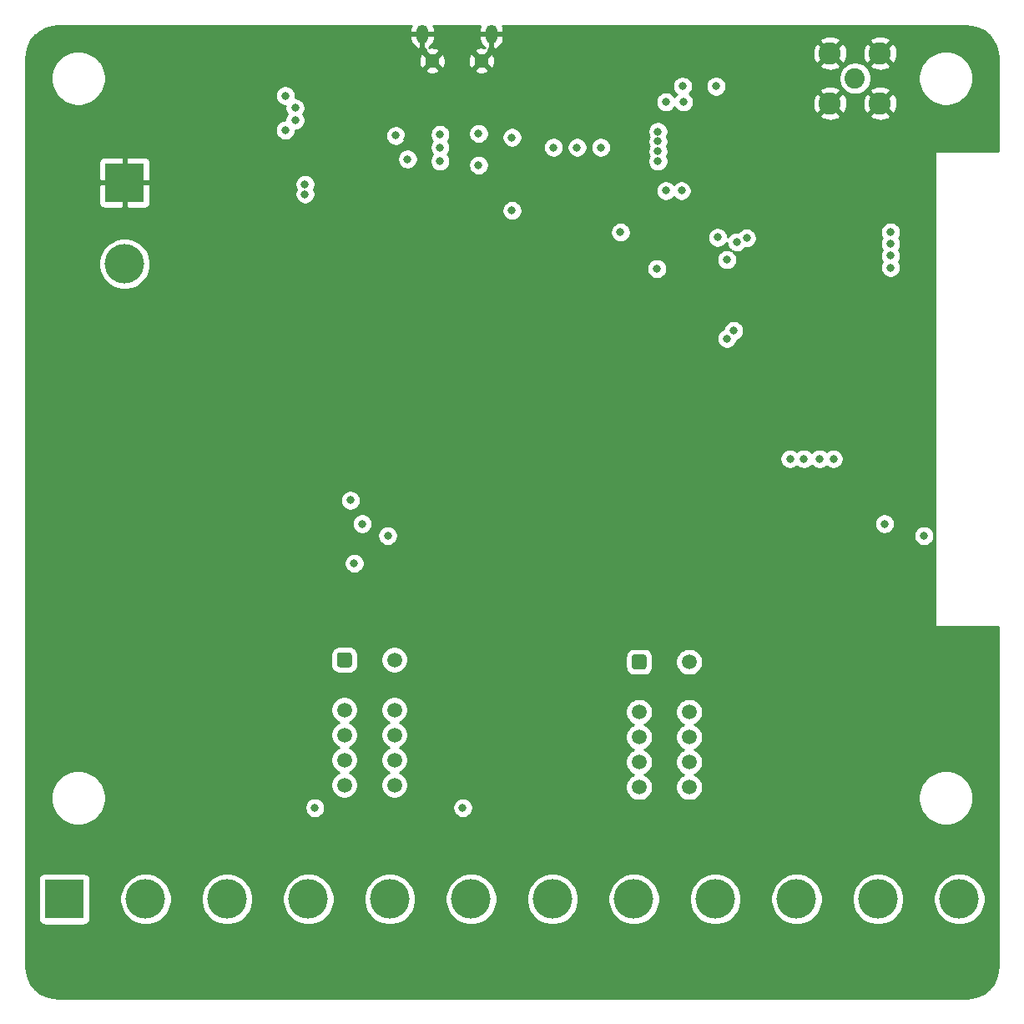
<source format=gbr>
%TF.GenerationSoftware,KiCad,Pcbnew,5.1.10*%
%TF.CreationDate,2021-11-25T21:59:15+00:00*%
%TF.ProjectId,ELE3044 - Tractor Tracker,454c4533-3034-4342-902d-205472616374,rev?*%
%TF.SameCoordinates,Original*%
%TF.FileFunction,Copper,L2,Inr*%
%TF.FilePolarity,Positive*%
%FSLAX46Y46*%
G04 Gerber Fmt 4.6, Leading zero omitted, Abs format (unit mm)*
G04 Created by KiCad (PCBNEW 5.1.10) date 2021-11-25 21:59:15*
%MOMM*%
%LPD*%
G01*
G04 APERTURE LIST*
%TA.AperFunction,ComponentPad*%
%ADD10C,4.000000*%
%TD*%
%TA.AperFunction,ComponentPad*%
%ADD11R,4.000000X4.000000*%
%TD*%
%TA.AperFunction,ComponentPad*%
%ADD12C,1.500000*%
%TD*%
%TA.AperFunction,ComponentPad*%
%ADD13C,2.250000*%
%TD*%
%TA.AperFunction,ComponentPad*%
%ADD14C,2.050000*%
%TD*%
%TA.AperFunction,ComponentPad*%
%ADD15O,1.200000X1.900000*%
%TD*%
%TA.AperFunction,ComponentPad*%
%ADD16C,1.450000*%
%TD*%
%TA.AperFunction,ViaPad*%
%ADD17C,0.800000*%
%TD*%
%TA.AperFunction,Conductor*%
%ADD18C,0.254000*%
%TD*%
%TA.AperFunction,Conductor*%
%ADD19C,0.100000*%
%TD*%
G04 APERTURE END LIST*
D10*
%TO.N,VDC*%
%TO.C,J1*%
X110700000Y-89827000D03*
D11*
%TO.N,GND*%
X110700000Y-81572000D03*
%TD*%
D10*
%TO.N,Relay_2_~D*%
%TO.C,J3*%
X195380000Y-154270000D03*
%TO.N,Relay_2_C*%
X187125000Y-154270000D03*
%TO.N,Relay_2_D*%
X178870000Y-154270000D03*
%TO.N,Relay_2_~B*%
X170615000Y-154270000D03*
%TO.N,Relay_2_A*%
X162360000Y-154270000D03*
%TO.N,Relay_2_B*%
X154105000Y-154270000D03*
%TO.N,Relay_1_~D*%
X145850000Y-154270000D03*
%TO.N,Relay_1_C*%
X137595000Y-154270000D03*
%TO.N,Relay_1_D*%
X129340000Y-154270000D03*
%TO.N,Relay_1_~B*%
X121085000Y-154270000D03*
%TO.N,Relay_1_A*%
X112830000Y-154270000D03*
D11*
%TO.N,Relay_1_B*%
X104575000Y-154270000D03*
%TD*%
%TO.N,+3V3*%
%TO.C,K1*%
%TA.AperFunction,ComponentPad*%
G36*
G01*
X132250000Y-130499500D02*
X132250000Y-129500500D01*
G75*
G02*
X132500500Y-129250000I250500J0D01*
G01*
X133499500Y-129250000D01*
G75*
G02*
X133750000Y-129500500I0J-250500D01*
G01*
X133750000Y-130499500D01*
G75*
G02*
X133499500Y-130750000I-250500J0D01*
G01*
X132500500Y-130750000D01*
G75*
G02*
X132250000Y-130499500I0J250500D01*
G01*
G37*
%TD.AperFunction*%
D12*
%TO.N,Relay_1_B*%
X133000000Y-135080000D03*
%TO.N,Relay_1_A*%
X133000000Y-137620000D03*
%TO.N,Relay_1_~B*%
X133000000Y-140160000D03*
%TO.N,+3V3*%
X133000000Y-142700000D03*
%TO.N,Net-(D10-Pad2)*%
X138080000Y-142700000D03*
%TO.N,Relay_1_D*%
X138080000Y-140160000D03*
%TO.N,Relay_1_C*%
X138080000Y-137620000D03*
%TO.N,Relay_1_~D*%
X138080000Y-135080000D03*
%TO.N,Net-(D8-Pad2)*%
X138080000Y-130000000D03*
%TD*%
%TO.N,+3V3*%
%TO.C,K2*%
%TA.AperFunction,ComponentPad*%
G36*
G01*
X162150000Y-130699500D02*
X162150000Y-129700500D01*
G75*
G02*
X162400500Y-129450000I250500J0D01*
G01*
X163399500Y-129450000D01*
G75*
G02*
X163650000Y-129700500I0J-250500D01*
G01*
X163650000Y-130699500D01*
G75*
G02*
X163399500Y-130950000I-250500J0D01*
G01*
X162400500Y-130950000D01*
G75*
G02*
X162150000Y-130699500I0J250500D01*
G01*
G37*
%TD.AperFunction*%
%TO.N,Relay_2_B*%
X162900000Y-135280000D03*
%TO.N,Relay_2_A*%
X162900000Y-137820000D03*
%TO.N,Relay_2_~B*%
X162900000Y-140360000D03*
%TO.N,+3V3*%
X162900000Y-142900000D03*
%TO.N,Net-(D11-Pad2)*%
X167980000Y-142900000D03*
%TO.N,Relay_2_D*%
X167980000Y-140360000D03*
%TO.N,Relay_2_C*%
X167980000Y-137820000D03*
%TO.N,Relay_2_~D*%
X167980000Y-135280000D03*
%TO.N,Net-(D9-Pad2)*%
X167980000Y-130200000D03*
%TD*%
D13*
%TO.N,GND*%
%TO.C,J4*%
X182260000Y-73540000D03*
X182260000Y-68460000D03*
X187340000Y-68460000D03*
X187340000Y-73540000D03*
D14*
%TO.N,Net-(J4-Pad1)*%
X184800000Y-71000000D03*
%TD*%
D15*
%TO.N,GND*%
%TO.C,J2*%
X140900000Y-66500000D03*
X147900000Y-66500000D03*
D16*
X141900000Y-69200000D03*
X146900000Y-69200000D03*
%TD*%
D17*
%TO.N,*%
X167300000Y-71800000D03*
X170700000Y-71800000D03*
X165600000Y-82400000D03*
X167200000Y-82400000D03*
X165600000Y-73400000D03*
X167400000Y-73400000D03*
%TO.N,GND*%
X120000000Y-95000000D03*
X115000000Y-90000000D03*
X110000000Y-95000000D03*
X110000000Y-85000000D03*
X105000000Y-95000000D03*
X115000000Y-95000000D03*
X155400000Y-83400000D03*
X155400000Y-82200000D03*
X161000000Y-71200000D03*
X161000000Y-72400000D03*
X180200000Y-78600000D03*
X180200000Y-80600000D03*
X181600000Y-80600000D03*
X181600000Y-78600000D03*
X183000000Y-80600000D03*
X184200000Y-79400000D03*
X185200000Y-78400000D03*
X185800000Y-77000000D03*
X185800000Y-75600000D03*
X183800000Y-75600000D03*
X183800000Y-77000000D03*
X182800000Y-78000000D03*
X138000000Y-88750000D03*
X138000000Y-89750000D03*
X138000000Y-82750000D03*
X138000000Y-81750000D03*
X119750000Y-84000000D03*
X119750000Y-83000000D03*
X117500000Y-75250000D03*
X117500000Y-74000000D03*
X118500000Y-76250000D03*
X118500000Y-72750000D03*
X125000000Y-91000000D03*
X125000000Y-92000000D03*
X128250000Y-96250000D03*
X128250000Y-97500000D03*
X127000000Y-98750000D03*
X127000000Y-95250000D03*
X104750000Y-98000000D03*
X105750000Y-98000000D03*
X120000000Y-79750000D03*
X120000000Y-80750000D03*
X143000000Y-127000000D03*
X143000000Y-139500000D03*
X173000000Y-140000000D03*
X173000000Y-127000000D03*
X110000000Y-140000000D03*
X120000000Y-160000000D03*
X125000000Y-160000000D03*
X135000000Y-160000000D03*
X140000000Y-160000000D03*
X145000000Y-160000000D03*
X150000000Y-160000000D03*
X160000000Y-160000000D03*
X165000000Y-160000000D03*
X170000000Y-160000000D03*
X115000000Y-160000000D03*
X105000000Y-135000000D03*
X110000000Y-135000000D03*
X115000000Y-135000000D03*
X120000000Y-135000000D03*
X125000000Y-135000000D03*
X125000000Y-130000000D03*
X120000000Y-130000000D03*
X115000000Y-130000000D03*
X105000000Y-130000000D03*
X130000000Y-130000000D03*
X150000000Y-145000000D03*
X175000000Y-160000000D03*
X185000000Y-160000000D03*
X195000000Y-135000000D03*
X190000000Y-135000000D03*
X190000000Y-140000000D03*
X185000000Y-140000000D03*
X185000000Y-135000000D03*
X180000000Y-135000000D03*
X180000000Y-140000000D03*
X150000000Y-140000000D03*
X150000000Y-135000000D03*
X135000000Y-130000000D03*
X135000000Y-135000000D03*
X165000000Y-135000000D03*
X165000000Y-140000000D03*
X150000000Y-130000000D03*
X155000000Y-130000000D03*
X155000000Y-135000000D03*
X160000000Y-130000000D03*
X165000000Y-130000000D03*
X175000000Y-135000000D03*
X180000000Y-130000000D03*
X185000000Y-130000000D03*
X190000000Y-130000000D03*
X195000000Y-130000000D03*
X190000000Y-125000000D03*
X185000000Y-125000000D03*
X185000000Y-120000000D03*
X190000000Y-120000000D03*
X180000000Y-120000000D03*
X180000000Y-125000000D03*
X170000000Y-120000000D03*
X155000000Y-125000000D03*
X160000000Y-125000000D03*
X105000000Y-125000000D03*
X105000000Y-120000000D03*
X105000000Y-115000000D03*
X105000000Y-110000000D03*
X105000000Y-105000000D03*
X115000000Y-125000000D03*
X115000000Y-120000000D03*
X115000000Y-115000000D03*
X115000000Y-110000000D03*
X115000000Y-105000000D03*
X180000000Y-115000000D03*
X185000000Y-115000000D03*
X190000000Y-105000000D03*
X190000000Y-100000000D03*
X175000000Y-105000000D03*
X170000000Y-105000000D03*
X170000000Y-100000000D03*
X165000000Y-115000000D03*
X160000000Y-115000000D03*
X155000000Y-115000000D03*
X150000000Y-115000000D03*
X150000000Y-120000000D03*
X145000000Y-120000000D03*
X145000000Y-115000000D03*
X120000000Y-125000000D03*
X125000000Y-125000000D03*
X125000000Y-120000000D03*
X120000000Y-120000000D03*
X120000000Y-115000000D03*
X125000000Y-115000000D03*
X125000000Y-110000000D03*
X120000000Y-110000000D03*
X120000000Y-105000000D03*
X125000000Y-105000000D03*
X125000000Y-100000000D03*
X170000000Y-109200000D03*
X167000000Y-109200000D03*
X191200000Y-109600000D03*
X192200000Y-109600000D03*
X183800000Y-98400000D03*
X183800000Y-104200000D03*
X186600000Y-101200000D03*
X182000000Y-98400000D03*
X185600000Y-98400000D03*
X185600000Y-104200000D03*
X186600000Y-99400000D03*
X186600000Y-103000000D03*
X192200000Y-95400000D03*
X191200000Y-95400000D03*
X106600000Y-126400000D03*
X106600000Y-118400000D03*
X106600000Y-115400000D03*
X106400000Y-107400000D03*
X165000000Y-110000000D03*
X160000000Y-110000000D03*
X160000000Y-105000000D03*
X165000000Y-105000000D03*
X165000000Y-100000000D03*
X160000000Y-95000000D03*
X160000000Y-90000000D03*
X170000000Y-90000000D03*
X180000000Y-90000000D03*
X185000000Y-90000000D03*
X185000000Y-85000000D03*
X180000000Y-85000000D03*
X190000000Y-80000000D03*
X190000000Y-85000000D03*
X185000000Y-80000000D03*
X190000000Y-75000000D03*
X180000000Y-70000000D03*
X165000000Y-70000000D03*
X160000000Y-70000000D03*
X155000000Y-90000000D03*
X155000000Y-95000000D03*
X150000000Y-95000000D03*
X150000000Y-100000000D03*
X155000000Y-100000000D03*
X150000000Y-105000000D03*
X145000000Y-105000000D03*
X145000000Y-100000000D03*
X145000000Y-95000000D03*
X145000000Y-90000000D03*
X150000000Y-90000000D03*
X140000000Y-100000000D03*
X140000000Y-95000000D03*
X135000000Y-95000000D03*
X135000000Y-100000000D03*
X130000000Y-95000000D03*
X130000000Y-100000000D03*
X130000000Y-105000000D03*
X135000000Y-105000000D03*
X140000000Y-105000000D03*
X130000000Y-110000000D03*
X135000000Y-110000000D03*
X140000000Y-110000000D03*
X145000000Y-110000000D03*
X155000000Y-110000000D03*
X140000000Y-115000000D03*
X140000000Y-120000000D03*
X145000000Y-125000000D03*
X139400000Y-77200000D03*
X130000000Y-80000000D03*
X130000000Y-75000000D03*
X135000000Y-75000000D03*
X135000000Y-80000000D03*
X135000000Y-85000000D03*
X130000000Y-85000000D03*
X115000000Y-90000000D03*
X115000000Y-85000000D03*
X115000000Y-80000000D03*
X115000000Y-75000000D03*
X115000000Y-70000000D03*
X120000000Y-70000000D03*
X125000000Y-70000000D03*
X130000000Y-70000000D03*
X135000000Y-70000000D03*
X140000000Y-70000000D03*
X105000000Y-85000000D03*
X105000000Y-80000000D03*
X110000000Y-75000000D03*
X105000000Y-90000000D03*
X175000000Y-155000000D03*
X190000000Y-155000000D03*
X190000000Y-160000000D03*
X195000000Y-160000000D03*
X180000000Y-160000000D03*
X155000000Y-160000000D03*
X130000000Y-160000000D03*
X130000000Y-150000000D03*
X125000000Y-150000000D03*
X115000000Y-150000000D03*
X110000000Y-160000000D03*
X105000000Y-160000000D03*
X105000000Y-150000000D03*
X115000000Y-140000000D03*
X115000000Y-145000000D03*
X120000000Y-140000000D03*
X130000000Y-125000000D03*
X145000000Y-150000000D03*
X150000000Y-150000000D03*
X150000000Y-155000000D03*
X125000000Y-155000000D03*
%TO.N,VBUS*%
X146600000Y-79800000D03*
X150000000Y-84400000D03*
X146600000Y-76600000D03*
X138200000Y-76800000D03*
%TO.N,+3V3*%
X164800000Y-76400000D03*
X164800000Y-77400000D03*
X164800000Y-78400000D03*
X164800000Y-79400000D03*
X191800000Y-117400000D03*
X129000000Y-82750000D03*
X129000000Y-81750000D03*
X128000000Y-75250000D03*
X128000000Y-74000000D03*
X127000000Y-72750000D03*
X127000000Y-76250000D03*
X188400000Y-90200000D03*
X188400000Y-89000000D03*
X188400000Y-87800000D03*
X188400000Y-86600000D03*
%TO.N,ESP32_RXD0*%
X142700000Y-79400000D03*
X172500000Y-96600000D03*
%TO.N,ESP32_TXD0*%
X171800000Y-97400000D03*
X161000000Y-86600000D03*
X164700000Y-90300000D03*
%TO.N,ESP32_RXD1*%
X173800000Y-87200000D03*
X182600000Y-109600000D03*
%TO.N,ESP32_TXD1*%
X172800000Y-87600000D03*
X181200000Y-109600000D03*
%TO.N,GPS_~RESET*%
X179600000Y-109600000D03*
X170866001Y-87133999D03*
%TO.N,GPS_TIMEPULSE*%
X178200000Y-109600000D03*
X171800000Y-89400000D03*
%TO.N,EN*%
X134800000Y-116200000D03*
X187800000Y-116200000D03*
%TO.N,Relay_1_~D*%
X145000000Y-145000000D03*
%TO.N,Relay_1_D*%
X130000000Y-145000000D03*
%TO.N,DTR*%
X139400000Y-79200000D03*
X134000000Y-120200000D03*
%TO.N,Net-(R5-Pad1)*%
X154200000Y-78000000D03*
X142700000Y-76700000D03*
%TO.N,Net-(Q6-Pad1)*%
X137400000Y-117400000D03*
X133600000Y-113800000D03*
%TO.N,Net-(R3-Pad1)*%
X150000000Y-77000000D03*
X159000000Y-78000000D03*
%TO.N,Net-(R6-Pad1)*%
X156600000Y-78000000D03*
X142700000Y-78000000D03*
%TD*%
D18*
%TO.N,GND*%
X139713507Y-65784504D02*
X139665000Y-66023000D01*
X139665000Y-66373000D01*
X140773000Y-66373000D01*
X140773000Y-66353000D01*
X141027000Y-66353000D01*
X141027000Y-66373000D01*
X142135000Y-66373000D01*
X142135000Y-66023000D01*
X142086493Y-65784504D01*
X142034293Y-65660000D01*
X146765707Y-65660000D01*
X146713507Y-65784504D01*
X146665000Y-66023000D01*
X146665000Y-66373000D01*
X147773000Y-66373000D01*
X147773000Y-66353000D01*
X148027000Y-66353000D01*
X148027000Y-66373000D01*
X149135000Y-66373000D01*
X149135000Y-66023000D01*
X149086493Y-65784504D01*
X149034293Y-65660000D01*
X195967722Y-65660000D01*
X196648126Y-65726714D01*
X197271572Y-65914943D01*
X197846579Y-66220681D01*
X198351247Y-66632279D01*
X198766362Y-67134067D01*
X199076105Y-67706924D01*
X199268682Y-68329039D01*
X199340000Y-69007584D01*
X199340000Y-78373000D01*
X193000000Y-78373000D01*
X192975224Y-78375440D01*
X192951399Y-78382667D01*
X192929443Y-78394403D01*
X192910197Y-78410197D01*
X192894403Y-78429443D01*
X192882667Y-78451399D01*
X192875440Y-78475224D01*
X192873000Y-78500000D01*
X192873000Y-126500000D01*
X192875440Y-126524776D01*
X192882667Y-126548601D01*
X192894403Y-126570557D01*
X192910197Y-126589803D01*
X192929443Y-126605597D01*
X192951399Y-126617333D01*
X192975224Y-126624560D01*
X193000000Y-126627000D01*
X199340001Y-126627000D01*
X199340001Y-160967711D01*
X199273286Y-161648126D01*
X199085057Y-162271570D01*
X198779323Y-162846573D01*
X198367721Y-163351248D01*
X197865933Y-163766362D01*
X197293077Y-164076104D01*
X196670961Y-164268682D01*
X195992417Y-164340000D01*
X104032279Y-164340000D01*
X103351874Y-164273286D01*
X102728430Y-164085057D01*
X102153427Y-163779323D01*
X101648752Y-163367721D01*
X101233638Y-162865933D01*
X100923896Y-162293077D01*
X100731318Y-161670961D01*
X100660000Y-160992417D01*
X100660000Y-152270000D01*
X101936928Y-152270000D01*
X101936928Y-156270000D01*
X101949188Y-156394482D01*
X101985498Y-156514180D01*
X102044463Y-156624494D01*
X102123815Y-156721185D01*
X102220506Y-156800537D01*
X102330820Y-156859502D01*
X102450518Y-156895812D01*
X102575000Y-156908072D01*
X106575000Y-156908072D01*
X106699482Y-156895812D01*
X106819180Y-156859502D01*
X106929494Y-156800537D01*
X107026185Y-156721185D01*
X107105537Y-156624494D01*
X107164502Y-156514180D01*
X107200812Y-156394482D01*
X107213072Y-156270000D01*
X107213072Y-154010475D01*
X110195000Y-154010475D01*
X110195000Y-154529525D01*
X110296261Y-155038601D01*
X110494893Y-155518141D01*
X110783262Y-155949715D01*
X111150285Y-156316738D01*
X111581859Y-156605107D01*
X112061399Y-156803739D01*
X112570475Y-156905000D01*
X113089525Y-156905000D01*
X113598601Y-156803739D01*
X114078141Y-156605107D01*
X114509715Y-156316738D01*
X114876738Y-155949715D01*
X115165107Y-155518141D01*
X115363739Y-155038601D01*
X115465000Y-154529525D01*
X115465000Y-154010475D01*
X118450000Y-154010475D01*
X118450000Y-154529525D01*
X118551261Y-155038601D01*
X118749893Y-155518141D01*
X119038262Y-155949715D01*
X119405285Y-156316738D01*
X119836859Y-156605107D01*
X120316399Y-156803739D01*
X120825475Y-156905000D01*
X121344525Y-156905000D01*
X121853601Y-156803739D01*
X122333141Y-156605107D01*
X122764715Y-156316738D01*
X123131738Y-155949715D01*
X123420107Y-155518141D01*
X123618739Y-155038601D01*
X123720000Y-154529525D01*
X123720000Y-154010475D01*
X126705000Y-154010475D01*
X126705000Y-154529525D01*
X126806261Y-155038601D01*
X127004893Y-155518141D01*
X127293262Y-155949715D01*
X127660285Y-156316738D01*
X128091859Y-156605107D01*
X128571399Y-156803739D01*
X129080475Y-156905000D01*
X129599525Y-156905000D01*
X130108601Y-156803739D01*
X130588141Y-156605107D01*
X131019715Y-156316738D01*
X131386738Y-155949715D01*
X131675107Y-155518141D01*
X131873739Y-155038601D01*
X131975000Y-154529525D01*
X131975000Y-154010475D01*
X134960000Y-154010475D01*
X134960000Y-154529525D01*
X135061261Y-155038601D01*
X135259893Y-155518141D01*
X135548262Y-155949715D01*
X135915285Y-156316738D01*
X136346859Y-156605107D01*
X136826399Y-156803739D01*
X137335475Y-156905000D01*
X137854525Y-156905000D01*
X138363601Y-156803739D01*
X138843141Y-156605107D01*
X139274715Y-156316738D01*
X139641738Y-155949715D01*
X139930107Y-155518141D01*
X140128739Y-155038601D01*
X140230000Y-154529525D01*
X140230000Y-154010475D01*
X143215000Y-154010475D01*
X143215000Y-154529525D01*
X143316261Y-155038601D01*
X143514893Y-155518141D01*
X143803262Y-155949715D01*
X144170285Y-156316738D01*
X144601859Y-156605107D01*
X145081399Y-156803739D01*
X145590475Y-156905000D01*
X146109525Y-156905000D01*
X146618601Y-156803739D01*
X147098141Y-156605107D01*
X147529715Y-156316738D01*
X147896738Y-155949715D01*
X148185107Y-155518141D01*
X148383739Y-155038601D01*
X148485000Y-154529525D01*
X148485000Y-154010475D01*
X151470000Y-154010475D01*
X151470000Y-154529525D01*
X151571261Y-155038601D01*
X151769893Y-155518141D01*
X152058262Y-155949715D01*
X152425285Y-156316738D01*
X152856859Y-156605107D01*
X153336399Y-156803739D01*
X153845475Y-156905000D01*
X154364525Y-156905000D01*
X154873601Y-156803739D01*
X155353141Y-156605107D01*
X155784715Y-156316738D01*
X156151738Y-155949715D01*
X156440107Y-155518141D01*
X156638739Y-155038601D01*
X156740000Y-154529525D01*
X156740000Y-154010475D01*
X159725000Y-154010475D01*
X159725000Y-154529525D01*
X159826261Y-155038601D01*
X160024893Y-155518141D01*
X160313262Y-155949715D01*
X160680285Y-156316738D01*
X161111859Y-156605107D01*
X161591399Y-156803739D01*
X162100475Y-156905000D01*
X162619525Y-156905000D01*
X163128601Y-156803739D01*
X163608141Y-156605107D01*
X164039715Y-156316738D01*
X164406738Y-155949715D01*
X164695107Y-155518141D01*
X164893739Y-155038601D01*
X164995000Y-154529525D01*
X164995000Y-154010475D01*
X167980000Y-154010475D01*
X167980000Y-154529525D01*
X168081261Y-155038601D01*
X168279893Y-155518141D01*
X168568262Y-155949715D01*
X168935285Y-156316738D01*
X169366859Y-156605107D01*
X169846399Y-156803739D01*
X170355475Y-156905000D01*
X170874525Y-156905000D01*
X171383601Y-156803739D01*
X171863141Y-156605107D01*
X172294715Y-156316738D01*
X172661738Y-155949715D01*
X172950107Y-155518141D01*
X173148739Y-155038601D01*
X173250000Y-154529525D01*
X173250000Y-154010475D01*
X176235000Y-154010475D01*
X176235000Y-154529525D01*
X176336261Y-155038601D01*
X176534893Y-155518141D01*
X176823262Y-155949715D01*
X177190285Y-156316738D01*
X177621859Y-156605107D01*
X178101399Y-156803739D01*
X178610475Y-156905000D01*
X179129525Y-156905000D01*
X179638601Y-156803739D01*
X180118141Y-156605107D01*
X180549715Y-156316738D01*
X180916738Y-155949715D01*
X181205107Y-155518141D01*
X181403739Y-155038601D01*
X181505000Y-154529525D01*
X181505000Y-154010475D01*
X184490000Y-154010475D01*
X184490000Y-154529525D01*
X184591261Y-155038601D01*
X184789893Y-155518141D01*
X185078262Y-155949715D01*
X185445285Y-156316738D01*
X185876859Y-156605107D01*
X186356399Y-156803739D01*
X186865475Y-156905000D01*
X187384525Y-156905000D01*
X187893601Y-156803739D01*
X188373141Y-156605107D01*
X188804715Y-156316738D01*
X189171738Y-155949715D01*
X189460107Y-155518141D01*
X189658739Y-155038601D01*
X189760000Y-154529525D01*
X189760000Y-154010475D01*
X192745000Y-154010475D01*
X192745000Y-154529525D01*
X192846261Y-155038601D01*
X193044893Y-155518141D01*
X193333262Y-155949715D01*
X193700285Y-156316738D01*
X194131859Y-156605107D01*
X194611399Y-156803739D01*
X195120475Y-156905000D01*
X195639525Y-156905000D01*
X196148601Y-156803739D01*
X196628141Y-156605107D01*
X197059715Y-156316738D01*
X197426738Y-155949715D01*
X197715107Y-155518141D01*
X197913739Y-155038601D01*
X198015000Y-154529525D01*
X198015000Y-154010475D01*
X197913739Y-153501399D01*
X197715107Y-153021859D01*
X197426738Y-152590285D01*
X197059715Y-152223262D01*
X196628141Y-151934893D01*
X196148601Y-151736261D01*
X195639525Y-151635000D01*
X195120475Y-151635000D01*
X194611399Y-151736261D01*
X194131859Y-151934893D01*
X193700285Y-152223262D01*
X193333262Y-152590285D01*
X193044893Y-153021859D01*
X192846261Y-153501399D01*
X192745000Y-154010475D01*
X189760000Y-154010475D01*
X189658739Y-153501399D01*
X189460107Y-153021859D01*
X189171738Y-152590285D01*
X188804715Y-152223262D01*
X188373141Y-151934893D01*
X187893601Y-151736261D01*
X187384525Y-151635000D01*
X186865475Y-151635000D01*
X186356399Y-151736261D01*
X185876859Y-151934893D01*
X185445285Y-152223262D01*
X185078262Y-152590285D01*
X184789893Y-153021859D01*
X184591261Y-153501399D01*
X184490000Y-154010475D01*
X181505000Y-154010475D01*
X181403739Y-153501399D01*
X181205107Y-153021859D01*
X180916738Y-152590285D01*
X180549715Y-152223262D01*
X180118141Y-151934893D01*
X179638601Y-151736261D01*
X179129525Y-151635000D01*
X178610475Y-151635000D01*
X178101399Y-151736261D01*
X177621859Y-151934893D01*
X177190285Y-152223262D01*
X176823262Y-152590285D01*
X176534893Y-153021859D01*
X176336261Y-153501399D01*
X176235000Y-154010475D01*
X173250000Y-154010475D01*
X173148739Y-153501399D01*
X172950107Y-153021859D01*
X172661738Y-152590285D01*
X172294715Y-152223262D01*
X171863141Y-151934893D01*
X171383601Y-151736261D01*
X170874525Y-151635000D01*
X170355475Y-151635000D01*
X169846399Y-151736261D01*
X169366859Y-151934893D01*
X168935285Y-152223262D01*
X168568262Y-152590285D01*
X168279893Y-153021859D01*
X168081261Y-153501399D01*
X167980000Y-154010475D01*
X164995000Y-154010475D01*
X164893739Y-153501399D01*
X164695107Y-153021859D01*
X164406738Y-152590285D01*
X164039715Y-152223262D01*
X163608141Y-151934893D01*
X163128601Y-151736261D01*
X162619525Y-151635000D01*
X162100475Y-151635000D01*
X161591399Y-151736261D01*
X161111859Y-151934893D01*
X160680285Y-152223262D01*
X160313262Y-152590285D01*
X160024893Y-153021859D01*
X159826261Y-153501399D01*
X159725000Y-154010475D01*
X156740000Y-154010475D01*
X156638739Y-153501399D01*
X156440107Y-153021859D01*
X156151738Y-152590285D01*
X155784715Y-152223262D01*
X155353141Y-151934893D01*
X154873601Y-151736261D01*
X154364525Y-151635000D01*
X153845475Y-151635000D01*
X153336399Y-151736261D01*
X152856859Y-151934893D01*
X152425285Y-152223262D01*
X152058262Y-152590285D01*
X151769893Y-153021859D01*
X151571261Y-153501399D01*
X151470000Y-154010475D01*
X148485000Y-154010475D01*
X148383739Y-153501399D01*
X148185107Y-153021859D01*
X147896738Y-152590285D01*
X147529715Y-152223262D01*
X147098141Y-151934893D01*
X146618601Y-151736261D01*
X146109525Y-151635000D01*
X145590475Y-151635000D01*
X145081399Y-151736261D01*
X144601859Y-151934893D01*
X144170285Y-152223262D01*
X143803262Y-152590285D01*
X143514893Y-153021859D01*
X143316261Y-153501399D01*
X143215000Y-154010475D01*
X140230000Y-154010475D01*
X140128739Y-153501399D01*
X139930107Y-153021859D01*
X139641738Y-152590285D01*
X139274715Y-152223262D01*
X138843141Y-151934893D01*
X138363601Y-151736261D01*
X137854525Y-151635000D01*
X137335475Y-151635000D01*
X136826399Y-151736261D01*
X136346859Y-151934893D01*
X135915285Y-152223262D01*
X135548262Y-152590285D01*
X135259893Y-153021859D01*
X135061261Y-153501399D01*
X134960000Y-154010475D01*
X131975000Y-154010475D01*
X131873739Y-153501399D01*
X131675107Y-153021859D01*
X131386738Y-152590285D01*
X131019715Y-152223262D01*
X130588141Y-151934893D01*
X130108601Y-151736261D01*
X129599525Y-151635000D01*
X129080475Y-151635000D01*
X128571399Y-151736261D01*
X128091859Y-151934893D01*
X127660285Y-152223262D01*
X127293262Y-152590285D01*
X127004893Y-153021859D01*
X126806261Y-153501399D01*
X126705000Y-154010475D01*
X123720000Y-154010475D01*
X123618739Y-153501399D01*
X123420107Y-153021859D01*
X123131738Y-152590285D01*
X122764715Y-152223262D01*
X122333141Y-151934893D01*
X121853601Y-151736261D01*
X121344525Y-151635000D01*
X120825475Y-151635000D01*
X120316399Y-151736261D01*
X119836859Y-151934893D01*
X119405285Y-152223262D01*
X119038262Y-152590285D01*
X118749893Y-153021859D01*
X118551261Y-153501399D01*
X118450000Y-154010475D01*
X115465000Y-154010475D01*
X115363739Y-153501399D01*
X115165107Y-153021859D01*
X114876738Y-152590285D01*
X114509715Y-152223262D01*
X114078141Y-151934893D01*
X113598601Y-151736261D01*
X113089525Y-151635000D01*
X112570475Y-151635000D01*
X112061399Y-151736261D01*
X111581859Y-151934893D01*
X111150285Y-152223262D01*
X110783262Y-152590285D01*
X110494893Y-153021859D01*
X110296261Y-153501399D01*
X110195000Y-154010475D01*
X107213072Y-154010475D01*
X107213072Y-152270000D01*
X107200812Y-152145518D01*
X107164502Y-152025820D01*
X107105537Y-151915506D01*
X107026185Y-151818815D01*
X106929494Y-151739463D01*
X106819180Y-151680498D01*
X106699482Y-151644188D01*
X106575000Y-151631928D01*
X102575000Y-151631928D01*
X102450518Y-151644188D01*
X102330820Y-151680498D01*
X102220506Y-151739463D01*
X102123815Y-151818815D01*
X102044463Y-151915506D01*
X101985498Y-152025820D01*
X101949188Y-152145518D01*
X101936928Y-152270000D01*
X100660000Y-152270000D01*
X100660000Y-143725701D01*
X103215000Y-143725701D01*
X103215000Y-144274299D01*
X103322026Y-144812354D01*
X103531965Y-145319192D01*
X103836750Y-145775334D01*
X104224666Y-146163250D01*
X104680808Y-146468035D01*
X105187646Y-146677974D01*
X105725701Y-146785000D01*
X106274299Y-146785000D01*
X106812354Y-146677974D01*
X107319192Y-146468035D01*
X107775334Y-146163250D01*
X108163250Y-145775334D01*
X108468035Y-145319192D01*
X108642473Y-144898061D01*
X128965000Y-144898061D01*
X128965000Y-145101939D01*
X129004774Y-145301898D01*
X129082795Y-145490256D01*
X129196063Y-145659774D01*
X129340226Y-145803937D01*
X129509744Y-145917205D01*
X129698102Y-145995226D01*
X129898061Y-146035000D01*
X130101939Y-146035000D01*
X130301898Y-145995226D01*
X130490256Y-145917205D01*
X130659774Y-145803937D01*
X130803937Y-145659774D01*
X130917205Y-145490256D01*
X130995226Y-145301898D01*
X131035000Y-145101939D01*
X131035000Y-144898061D01*
X143965000Y-144898061D01*
X143965000Y-145101939D01*
X144004774Y-145301898D01*
X144082795Y-145490256D01*
X144196063Y-145659774D01*
X144340226Y-145803937D01*
X144509744Y-145917205D01*
X144698102Y-145995226D01*
X144898061Y-146035000D01*
X145101939Y-146035000D01*
X145301898Y-145995226D01*
X145490256Y-145917205D01*
X145659774Y-145803937D01*
X145803937Y-145659774D01*
X145917205Y-145490256D01*
X145995226Y-145301898D01*
X146035000Y-145101939D01*
X146035000Y-144898061D01*
X145995226Y-144698102D01*
X145917205Y-144509744D01*
X145803937Y-144340226D01*
X145659774Y-144196063D01*
X145490256Y-144082795D01*
X145301898Y-144004774D01*
X145101939Y-143965000D01*
X144898061Y-143965000D01*
X144698102Y-144004774D01*
X144509744Y-144082795D01*
X144340226Y-144196063D01*
X144196063Y-144340226D01*
X144082795Y-144509744D01*
X144004774Y-144698102D01*
X143965000Y-144898061D01*
X131035000Y-144898061D01*
X130995226Y-144698102D01*
X130917205Y-144509744D01*
X130803937Y-144340226D01*
X130659774Y-144196063D01*
X130490256Y-144082795D01*
X130301898Y-144004774D01*
X130101939Y-143965000D01*
X129898061Y-143965000D01*
X129698102Y-144004774D01*
X129509744Y-144082795D01*
X129340226Y-144196063D01*
X129196063Y-144340226D01*
X129082795Y-144509744D01*
X129004774Y-144698102D01*
X128965000Y-144898061D01*
X108642473Y-144898061D01*
X108677974Y-144812354D01*
X108785000Y-144274299D01*
X108785000Y-143725701D01*
X108677974Y-143187646D01*
X108468035Y-142680808D01*
X108163250Y-142224666D01*
X107775334Y-141836750D01*
X107319192Y-141531965D01*
X106812354Y-141322026D01*
X106274299Y-141215000D01*
X105725701Y-141215000D01*
X105187646Y-141322026D01*
X104680808Y-141531965D01*
X104224666Y-141836750D01*
X103836750Y-142224666D01*
X103531965Y-142680808D01*
X103322026Y-143187646D01*
X103215000Y-143725701D01*
X100660000Y-143725701D01*
X100660000Y-134943589D01*
X131615000Y-134943589D01*
X131615000Y-135216411D01*
X131668225Y-135483989D01*
X131772629Y-135736043D01*
X131924201Y-135962886D01*
X132117114Y-136155799D01*
X132343957Y-136307371D01*
X132446873Y-136350000D01*
X132343957Y-136392629D01*
X132117114Y-136544201D01*
X131924201Y-136737114D01*
X131772629Y-136963957D01*
X131668225Y-137216011D01*
X131615000Y-137483589D01*
X131615000Y-137756411D01*
X131668225Y-138023989D01*
X131772629Y-138276043D01*
X131924201Y-138502886D01*
X132117114Y-138695799D01*
X132343957Y-138847371D01*
X132446873Y-138890000D01*
X132343957Y-138932629D01*
X132117114Y-139084201D01*
X131924201Y-139277114D01*
X131772629Y-139503957D01*
X131668225Y-139756011D01*
X131615000Y-140023589D01*
X131615000Y-140296411D01*
X131668225Y-140563989D01*
X131772629Y-140816043D01*
X131924201Y-141042886D01*
X132117114Y-141235799D01*
X132343957Y-141387371D01*
X132446873Y-141430000D01*
X132343957Y-141472629D01*
X132117114Y-141624201D01*
X131924201Y-141817114D01*
X131772629Y-142043957D01*
X131668225Y-142296011D01*
X131615000Y-142563589D01*
X131615000Y-142836411D01*
X131668225Y-143103989D01*
X131772629Y-143356043D01*
X131924201Y-143582886D01*
X132117114Y-143775799D01*
X132343957Y-143927371D01*
X132596011Y-144031775D01*
X132863589Y-144085000D01*
X133136411Y-144085000D01*
X133403989Y-144031775D01*
X133656043Y-143927371D01*
X133882886Y-143775799D01*
X134075799Y-143582886D01*
X134227371Y-143356043D01*
X134331775Y-143103989D01*
X134385000Y-142836411D01*
X134385000Y-142563589D01*
X134331775Y-142296011D01*
X134227371Y-142043957D01*
X134075799Y-141817114D01*
X133882886Y-141624201D01*
X133656043Y-141472629D01*
X133553127Y-141430000D01*
X133656043Y-141387371D01*
X133882886Y-141235799D01*
X134075799Y-141042886D01*
X134227371Y-140816043D01*
X134331775Y-140563989D01*
X134385000Y-140296411D01*
X134385000Y-140023589D01*
X134331775Y-139756011D01*
X134227371Y-139503957D01*
X134075799Y-139277114D01*
X133882886Y-139084201D01*
X133656043Y-138932629D01*
X133553127Y-138890000D01*
X133656043Y-138847371D01*
X133882886Y-138695799D01*
X134075799Y-138502886D01*
X134227371Y-138276043D01*
X134331775Y-138023989D01*
X134385000Y-137756411D01*
X134385000Y-137483589D01*
X134331775Y-137216011D01*
X134227371Y-136963957D01*
X134075799Y-136737114D01*
X133882886Y-136544201D01*
X133656043Y-136392629D01*
X133553127Y-136350000D01*
X133656043Y-136307371D01*
X133882886Y-136155799D01*
X134075799Y-135962886D01*
X134227371Y-135736043D01*
X134331775Y-135483989D01*
X134385000Y-135216411D01*
X134385000Y-134943589D01*
X136695000Y-134943589D01*
X136695000Y-135216411D01*
X136748225Y-135483989D01*
X136852629Y-135736043D01*
X137004201Y-135962886D01*
X137197114Y-136155799D01*
X137423957Y-136307371D01*
X137526873Y-136350000D01*
X137423957Y-136392629D01*
X137197114Y-136544201D01*
X137004201Y-136737114D01*
X136852629Y-136963957D01*
X136748225Y-137216011D01*
X136695000Y-137483589D01*
X136695000Y-137756411D01*
X136748225Y-138023989D01*
X136852629Y-138276043D01*
X137004201Y-138502886D01*
X137197114Y-138695799D01*
X137423957Y-138847371D01*
X137526873Y-138890000D01*
X137423957Y-138932629D01*
X137197114Y-139084201D01*
X137004201Y-139277114D01*
X136852629Y-139503957D01*
X136748225Y-139756011D01*
X136695000Y-140023589D01*
X136695000Y-140296411D01*
X136748225Y-140563989D01*
X136852629Y-140816043D01*
X137004201Y-141042886D01*
X137197114Y-141235799D01*
X137423957Y-141387371D01*
X137526873Y-141430000D01*
X137423957Y-141472629D01*
X137197114Y-141624201D01*
X137004201Y-141817114D01*
X136852629Y-142043957D01*
X136748225Y-142296011D01*
X136695000Y-142563589D01*
X136695000Y-142836411D01*
X136748225Y-143103989D01*
X136852629Y-143356043D01*
X137004201Y-143582886D01*
X137197114Y-143775799D01*
X137423957Y-143927371D01*
X137676011Y-144031775D01*
X137943589Y-144085000D01*
X138216411Y-144085000D01*
X138483989Y-144031775D01*
X138736043Y-143927371D01*
X138962886Y-143775799D01*
X139155799Y-143582886D01*
X139307371Y-143356043D01*
X139411775Y-143103989D01*
X139465000Y-142836411D01*
X139465000Y-142563589D01*
X139411775Y-142296011D01*
X139307371Y-142043957D01*
X139155799Y-141817114D01*
X138962886Y-141624201D01*
X138736043Y-141472629D01*
X138633127Y-141430000D01*
X138736043Y-141387371D01*
X138962886Y-141235799D01*
X139155799Y-141042886D01*
X139307371Y-140816043D01*
X139411775Y-140563989D01*
X139465000Y-140296411D01*
X139465000Y-140023589D01*
X139411775Y-139756011D01*
X139307371Y-139503957D01*
X139155799Y-139277114D01*
X138962886Y-139084201D01*
X138736043Y-138932629D01*
X138633127Y-138890000D01*
X138736043Y-138847371D01*
X138962886Y-138695799D01*
X139155799Y-138502886D01*
X139307371Y-138276043D01*
X139411775Y-138023989D01*
X139465000Y-137756411D01*
X139465000Y-137483589D01*
X139411775Y-137216011D01*
X139307371Y-136963957D01*
X139155799Y-136737114D01*
X138962886Y-136544201D01*
X138736043Y-136392629D01*
X138633127Y-136350000D01*
X138736043Y-136307371D01*
X138962886Y-136155799D01*
X139155799Y-135962886D01*
X139307371Y-135736043D01*
X139411775Y-135483989D01*
X139465000Y-135216411D01*
X139465000Y-135143589D01*
X161515000Y-135143589D01*
X161515000Y-135416411D01*
X161568225Y-135683989D01*
X161672629Y-135936043D01*
X161824201Y-136162886D01*
X162017114Y-136355799D01*
X162243957Y-136507371D01*
X162346873Y-136550000D01*
X162243957Y-136592629D01*
X162017114Y-136744201D01*
X161824201Y-136937114D01*
X161672629Y-137163957D01*
X161568225Y-137416011D01*
X161515000Y-137683589D01*
X161515000Y-137956411D01*
X161568225Y-138223989D01*
X161672629Y-138476043D01*
X161824201Y-138702886D01*
X162017114Y-138895799D01*
X162243957Y-139047371D01*
X162346873Y-139090000D01*
X162243957Y-139132629D01*
X162017114Y-139284201D01*
X161824201Y-139477114D01*
X161672629Y-139703957D01*
X161568225Y-139956011D01*
X161515000Y-140223589D01*
X161515000Y-140496411D01*
X161568225Y-140763989D01*
X161672629Y-141016043D01*
X161824201Y-141242886D01*
X162017114Y-141435799D01*
X162243957Y-141587371D01*
X162346873Y-141630000D01*
X162243957Y-141672629D01*
X162017114Y-141824201D01*
X161824201Y-142017114D01*
X161672629Y-142243957D01*
X161568225Y-142496011D01*
X161515000Y-142763589D01*
X161515000Y-143036411D01*
X161568225Y-143303989D01*
X161672629Y-143556043D01*
X161824201Y-143782886D01*
X162017114Y-143975799D01*
X162243957Y-144127371D01*
X162496011Y-144231775D01*
X162763589Y-144285000D01*
X163036411Y-144285000D01*
X163303989Y-144231775D01*
X163556043Y-144127371D01*
X163782886Y-143975799D01*
X163975799Y-143782886D01*
X164127371Y-143556043D01*
X164231775Y-143303989D01*
X164285000Y-143036411D01*
X164285000Y-142763589D01*
X164231775Y-142496011D01*
X164127371Y-142243957D01*
X163975799Y-142017114D01*
X163782886Y-141824201D01*
X163556043Y-141672629D01*
X163453127Y-141630000D01*
X163556043Y-141587371D01*
X163782886Y-141435799D01*
X163975799Y-141242886D01*
X164127371Y-141016043D01*
X164231775Y-140763989D01*
X164285000Y-140496411D01*
X164285000Y-140223589D01*
X164231775Y-139956011D01*
X164127371Y-139703957D01*
X163975799Y-139477114D01*
X163782886Y-139284201D01*
X163556043Y-139132629D01*
X163453127Y-139090000D01*
X163556043Y-139047371D01*
X163782886Y-138895799D01*
X163975799Y-138702886D01*
X164127371Y-138476043D01*
X164231775Y-138223989D01*
X164285000Y-137956411D01*
X164285000Y-137683589D01*
X164231775Y-137416011D01*
X164127371Y-137163957D01*
X163975799Y-136937114D01*
X163782886Y-136744201D01*
X163556043Y-136592629D01*
X163453127Y-136550000D01*
X163556043Y-136507371D01*
X163782886Y-136355799D01*
X163975799Y-136162886D01*
X164127371Y-135936043D01*
X164231775Y-135683989D01*
X164285000Y-135416411D01*
X164285000Y-135143589D01*
X166595000Y-135143589D01*
X166595000Y-135416411D01*
X166648225Y-135683989D01*
X166752629Y-135936043D01*
X166904201Y-136162886D01*
X167097114Y-136355799D01*
X167323957Y-136507371D01*
X167426873Y-136550000D01*
X167323957Y-136592629D01*
X167097114Y-136744201D01*
X166904201Y-136937114D01*
X166752629Y-137163957D01*
X166648225Y-137416011D01*
X166595000Y-137683589D01*
X166595000Y-137956411D01*
X166648225Y-138223989D01*
X166752629Y-138476043D01*
X166904201Y-138702886D01*
X167097114Y-138895799D01*
X167323957Y-139047371D01*
X167426873Y-139090000D01*
X167323957Y-139132629D01*
X167097114Y-139284201D01*
X166904201Y-139477114D01*
X166752629Y-139703957D01*
X166648225Y-139956011D01*
X166595000Y-140223589D01*
X166595000Y-140496411D01*
X166648225Y-140763989D01*
X166752629Y-141016043D01*
X166904201Y-141242886D01*
X167097114Y-141435799D01*
X167323957Y-141587371D01*
X167426873Y-141630000D01*
X167323957Y-141672629D01*
X167097114Y-141824201D01*
X166904201Y-142017114D01*
X166752629Y-142243957D01*
X166648225Y-142496011D01*
X166595000Y-142763589D01*
X166595000Y-143036411D01*
X166648225Y-143303989D01*
X166752629Y-143556043D01*
X166904201Y-143782886D01*
X167097114Y-143975799D01*
X167323957Y-144127371D01*
X167576011Y-144231775D01*
X167843589Y-144285000D01*
X168116411Y-144285000D01*
X168383989Y-144231775D01*
X168636043Y-144127371D01*
X168862886Y-143975799D01*
X169055799Y-143782886D01*
X169094008Y-143725701D01*
X191215000Y-143725701D01*
X191215000Y-144274299D01*
X191322026Y-144812354D01*
X191531965Y-145319192D01*
X191836750Y-145775334D01*
X192224666Y-146163250D01*
X192680808Y-146468035D01*
X193187646Y-146677974D01*
X193725701Y-146785000D01*
X194274299Y-146785000D01*
X194812354Y-146677974D01*
X195319192Y-146468035D01*
X195775334Y-146163250D01*
X196163250Y-145775334D01*
X196468035Y-145319192D01*
X196677974Y-144812354D01*
X196785000Y-144274299D01*
X196785000Y-143725701D01*
X196677974Y-143187646D01*
X196468035Y-142680808D01*
X196163250Y-142224666D01*
X195775334Y-141836750D01*
X195319192Y-141531965D01*
X194812354Y-141322026D01*
X194274299Y-141215000D01*
X193725701Y-141215000D01*
X193187646Y-141322026D01*
X192680808Y-141531965D01*
X192224666Y-141836750D01*
X191836750Y-142224666D01*
X191531965Y-142680808D01*
X191322026Y-143187646D01*
X191215000Y-143725701D01*
X169094008Y-143725701D01*
X169207371Y-143556043D01*
X169311775Y-143303989D01*
X169365000Y-143036411D01*
X169365000Y-142763589D01*
X169311775Y-142496011D01*
X169207371Y-142243957D01*
X169055799Y-142017114D01*
X168862886Y-141824201D01*
X168636043Y-141672629D01*
X168533127Y-141630000D01*
X168636043Y-141587371D01*
X168862886Y-141435799D01*
X169055799Y-141242886D01*
X169207371Y-141016043D01*
X169311775Y-140763989D01*
X169365000Y-140496411D01*
X169365000Y-140223589D01*
X169311775Y-139956011D01*
X169207371Y-139703957D01*
X169055799Y-139477114D01*
X168862886Y-139284201D01*
X168636043Y-139132629D01*
X168533127Y-139090000D01*
X168636043Y-139047371D01*
X168862886Y-138895799D01*
X169055799Y-138702886D01*
X169207371Y-138476043D01*
X169311775Y-138223989D01*
X169365000Y-137956411D01*
X169365000Y-137683589D01*
X169311775Y-137416011D01*
X169207371Y-137163957D01*
X169055799Y-136937114D01*
X168862886Y-136744201D01*
X168636043Y-136592629D01*
X168533127Y-136550000D01*
X168636043Y-136507371D01*
X168862886Y-136355799D01*
X169055799Y-136162886D01*
X169207371Y-135936043D01*
X169311775Y-135683989D01*
X169365000Y-135416411D01*
X169365000Y-135143589D01*
X169311775Y-134876011D01*
X169207371Y-134623957D01*
X169055799Y-134397114D01*
X168862886Y-134204201D01*
X168636043Y-134052629D01*
X168383989Y-133948225D01*
X168116411Y-133895000D01*
X167843589Y-133895000D01*
X167576011Y-133948225D01*
X167323957Y-134052629D01*
X167097114Y-134204201D01*
X166904201Y-134397114D01*
X166752629Y-134623957D01*
X166648225Y-134876011D01*
X166595000Y-135143589D01*
X164285000Y-135143589D01*
X164231775Y-134876011D01*
X164127371Y-134623957D01*
X163975799Y-134397114D01*
X163782886Y-134204201D01*
X163556043Y-134052629D01*
X163303989Y-133948225D01*
X163036411Y-133895000D01*
X162763589Y-133895000D01*
X162496011Y-133948225D01*
X162243957Y-134052629D01*
X162017114Y-134204201D01*
X161824201Y-134397114D01*
X161672629Y-134623957D01*
X161568225Y-134876011D01*
X161515000Y-135143589D01*
X139465000Y-135143589D01*
X139465000Y-134943589D01*
X139411775Y-134676011D01*
X139307371Y-134423957D01*
X139155799Y-134197114D01*
X138962886Y-134004201D01*
X138736043Y-133852629D01*
X138483989Y-133748225D01*
X138216411Y-133695000D01*
X137943589Y-133695000D01*
X137676011Y-133748225D01*
X137423957Y-133852629D01*
X137197114Y-134004201D01*
X137004201Y-134197114D01*
X136852629Y-134423957D01*
X136748225Y-134676011D01*
X136695000Y-134943589D01*
X134385000Y-134943589D01*
X134331775Y-134676011D01*
X134227371Y-134423957D01*
X134075799Y-134197114D01*
X133882886Y-134004201D01*
X133656043Y-133852629D01*
X133403989Y-133748225D01*
X133136411Y-133695000D01*
X132863589Y-133695000D01*
X132596011Y-133748225D01*
X132343957Y-133852629D01*
X132117114Y-134004201D01*
X131924201Y-134197114D01*
X131772629Y-134423957D01*
X131668225Y-134676011D01*
X131615000Y-134943589D01*
X100660000Y-134943589D01*
X100660000Y-129500500D01*
X131611928Y-129500500D01*
X131611928Y-130499500D01*
X131629002Y-130672852D01*
X131679567Y-130839542D01*
X131761679Y-130993164D01*
X131872185Y-131127815D01*
X132006836Y-131238321D01*
X132160458Y-131320433D01*
X132327148Y-131370998D01*
X132500500Y-131388072D01*
X133499500Y-131388072D01*
X133672852Y-131370998D01*
X133839542Y-131320433D01*
X133993164Y-131238321D01*
X134127815Y-131127815D01*
X134238321Y-130993164D01*
X134320433Y-130839542D01*
X134370998Y-130672852D01*
X134388072Y-130499500D01*
X134388072Y-129863589D01*
X136695000Y-129863589D01*
X136695000Y-130136411D01*
X136748225Y-130403989D01*
X136852629Y-130656043D01*
X137004201Y-130882886D01*
X137197114Y-131075799D01*
X137423957Y-131227371D01*
X137676011Y-131331775D01*
X137943589Y-131385000D01*
X138216411Y-131385000D01*
X138483989Y-131331775D01*
X138736043Y-131227371D01*
X138962886Y-131075799D01*
X139155799Y-130882886D01*
X139307371Y-130656043D01*
X139411775Y-130403989D01*
X139465000Y-130136411D01*
X139465000Y-129863589D01*
X139432560Y-129700500D01*
X161511928Y-129700500D01*
X161511928Y-130699500D01*
X161529002Y-130872852D01*
X161579567Y-131039542D01*
X161661679Y-131193164D01*
X161772185Y-131327815D01*
X161906836Y-131438321D01*
X162060458Y-131520433D01*
X162227148Y-131570998D01*
X162400500Y-131588072D01*
X163399500Y-131588072D01*
X163572852Y-131570998D01*
X163739542Y-131520433D01*
X163893164Y-131438321D01*
X164027815Y-131327815D01*
X164138321Y-131193164D01*
X164220433Y-131039542D01*
X164270998Y-130872852D01*
X164288072Y-130699500D01*
X164288072Y-130063589D01*
X166595000Y-130063589D01*
X166595000Y-130336411D01*
X166648225Y-130603989D01*
X166752629Y-130856043D01*
X166904201Y-131082886D01*
X167097114Y-131275799D01*
X167323957Y-131427371D01*
X167576011Y-131531775D01*
X167843589Y-131585000D01*
X168116411Y-131585000D01*
X168383989Y-131531775D01*
X168636043Y-131427371D01*
X168862886Y-131275799D01*
X169055799Y-131082886D01*
X169207371Y-130856043D01*
X169311775Y-130603989D01*
X169365000Y-130336411D01*
X169365000Y-130063589D01*
X169311775Y-129796011D01*
X169207371Y-129543957D01*
X169055799Y-129317114D01*
X168862886Y-129124201D01*
X168636043Y-128972629D01*
X168383989Y-128868225D01*
X168116411Y-128815000D01*
X167843589Y-128815000D01*
X167576011Y-128868225D01*
X167323957Y-128972629D01*
X167097114Y-129124201D01*
X166904201Y-129317114D01*
X166752629Y-129543957D01*
X166648225Y-129796011D01*
X166595000Y-130063589D01*
X164288072Y-130063589D01*
X164288072Y-129700500D01*
X164270998Y-129527148D01*
X164220433Y-129360458D01*
X164138321Y-129206836D01*
X164027815Y-129072185D01*
X163893164Y-128961679D01*
X163739542Y-128879567D01*
X163572852Y-128829002D01*
X163399500Y-128811928D01*
X162400500Y-128811928D01*
X162227148Y-128829002D01*
X162060458Y-128879567D01*
X161906836Y-128961679D01*
X161772185Y-129072185D01*
X161661679Y-129206836D01*
X161579567Y-129360458D01*
X161529002Y-129527148D01*
X161511928Y-129700500D01*
X139432560Y-129700500D01*
X139411775Y-129596011D01*
X139307371Y-129343957D01*
X139155799Y-129117114D01*
X138962886Y-128924201D01*
X138736043Y-128772629D01*
X138483989Y-128668225D01*
X138216411Y-128615000D01*
X137943589Y-128615000D01*
X137676011Y-128668225D01*
X137423957Y-128772629D01*
X137197114Y-128924201D01*
X137004201Y-129117114D01*
X136852629Y-129343957D01*
X136748225Y-129596011D01*
X136695000Y-129863589D01*
X134388072Y-129863589D01*
X134388072Y-129500500D01*
X134370998Y-129327148D01*
X134320433Y-129160458D01*
X134238321Y-129006836D01*
X134127815Y-128872185D01*
X133993164Y-128761679D01*
X133839542Y-128679567D01*
X133672852Y-128629002D01*
X133499500Y-128611928D01*
X132500500Y-128611928D01*
X132327148Y-128629002D01*
X132160458Y-128679567D01*
X132006836Y-128761679D01*
X131872185Y-128872185D01*
X131761679Y-129006836D01*
X131679567Y-129160458D01*
X131629002Y-129327148D01*
X131611928Y-129500500D01*
X100660000Y-129500500D01*
X100660000Y-120098061D01*
X132965000Y-120098061D01*
X132965000Y-120301939D01*
X133004774Y-120501898D01*
X133082795Y-120690256D01*
X133196063Y-120859774D01*
X133340226Y-121003937D01*
X133509744Y-121117205D01*
X133698102Y-121195226D01*
X133898061Y-121235000D01*
X134101939Y-121235000D01*
X134301898Y-121195226D01*
X134490256Y-121117205D01*
X134659774Y-121003937D01*
X134803937Y-120859774D01*
X134917205Y-120690256D01*
X134995226Y-120501898D01*
X135035000Y-120301939D01*
X135035000Y-120098061D01*
X134995226Y-119898102D01*
X134917205Y-119709744D01*
X134803937Y-119540226D01*
X134659774Y-119396063D01*
X134490256Y-119282795D01*
X134301898Y-119204774D01*
X134101939Y-119165000D01*
X133898061Y-119165000D01*
X133698102Y-119204774D01*
X133509744Y-119282795D01*
X133340226Y-119396063D01*
X133196063Y-119540226D01*
X133082795Y-119709744D01*
X133004774Y-119898102D01*
X132965000Y-120098061D01*
X100660000Y-120098061D01*
X100660000Y-117298061D01*
X136365000Y-117298061D01*
X136365000Y-117501939D01*
X136404774Y-117701898D01*
X136482795Y-117890256D01*
X136596063Y-118059774D01*
X136740226Y-118203937D01*
X136909744Y-118317205D01*
X137098102Y-118395226D01*
X137298061Y-118435000D01*
X137501939Y-118435000D01*
X137701898Y-118395226D01*
X137890256Y-118317205D01*
X138059774Y-118203937D01*
X138203937Y-118059774D01*
X138317205Y-117890256D01*
X138395226Y-117701898D01*
X138435000Y-117501939D01*
X138435000Y-117298061D01*
X190765000Y-117298061D01*
X190765000Y-117501939D01*
X190804774Y-117701898D01*
X190882795Y-117890256D01*
X190996063Y-118059774D01*
X191140226Y-118203937D01*
X191309744Y-118317205D01*
X191498102Y-118395226D01*
X191698061Y-118435000D01*
X191901939Y-118435000D01*
X192101898Y-118395226D01*
X192290256Y-118317205D01*
X192459774Y-118203937D01*
X192603937Y-118059774D01*
X192717205Y-117890256D01*
X192795226Y-117701898D01*
X192835000Y-117501939D01*
X192835000Y-117298061D01*
X192795226Y-117098102D01*
X192717205Y-116909744D01*
X192603937Y-116740226D01*
X192459774Y-116596063D01*
X192290256Y-116482795D01*
X192101898Y-116404774D01*
X191901939Y-116365000D01*
X191698061Y-116365000D01*
X191498102Y-116404774D01*
X191309744Y-116482795D01*
X191140226Y-116596063D01*
X190996063Y-116740226D01*
X190882795Y-116909744D01*
X190804774Y-117098102D01*
X190765000Y-117298061D01*
X138435000Y-117298061D01*
X138395226Y-117098102D01*
X138317205Y-116909744D01*
X138203937Y-116740226D01*
X138059774Y-116596063D01*
X137890256Y-116482795D01*
X137701898Y-116404774D01*
X137501939Y-116365000D01*
X137298061Y-116365000D01*
X137098102Y-116404774D01*
X136909744Y-116482795D01*
X136740226Y-116596063D01*
X136596063Y-116740226D01*
X136482795Y-116909744D01*
X136404774Y-117098102D01*
X136365000Y-117298061D01*
X100660000Y-117298061D01*
X100660000Y-116098061D01*
X133765000Y-116098061D01*
X133765000Y-116301939D01*
X133804774Y-116501898D01*
X133882795Y-116690256D01*
X133996063Y-116859774D01*
X134140226Y-117003937D01*
X134309744Y-117117205D01*
X134498102Y-117195226D01*
X134698061Y-117235000D01*
X134901939Y-117235000D01*
X135101898Y-117195226D01*
X135290256Y-117117205D01*
X135459774Y-117003937D01*
X135603937Y-116859774D01*
X135717205Y-116690256D01*
X135795226Y-116501898D01*
X135835000Y-116301939D01*
X135835000Y-116098061D01*
X186765000Y-116098061D01*
X186765000Y-116301939D01*
X186804774Y-116501898D01*
X186882795Y-116690256D01*
X186996063Y-116859774D01*
X187140226Y-117003937D01*
X187309744Y-117117205D01*
X187498102Y-117195226D01*
X187698061Y-117235000D01*
X187901939Y-117235000D01*
X188101898Y-117195226D01*
X188290256Y-117117205D01*
X188459774Y-117003937D01*
X188603937Y-116859774D01*
X188717205Y-116690256D01*
X188795226Y-116501898D01*
X188835000Y-116301939D01*
X188835000Y-116098061D01*
X188795226Y-115898102D01*
X188717205Y-115709744D01*
X188603937Y-115540226D01*
X188459774Y-115396063D01*
X188290256Y-115282795D01*
X188101898Y-115204774D01*
X187901939Y-115165000D01*
X187698061Y-115165000D01*
X187498102Y-115204774D01*
X187309744Y-115282795D01*
X187140226Y-115396063D01*
X186996063Y-115540226D01*
X186882795Y-115709744D01*
X186804774Y-115898102D01*
X186765000Y-116098061D01*
X135835000Y-116098061D01*
X135795226Y-115898102D01*
X135717205Y-115709744D01*
X135603937Y-115540226D01*
X135459774Y-115396063D01*
X135290256Y-115282795D01*
X135101898Y-115204774D01*
X134901939Y-115165000D01*
X134698061Y-115165000D01*
X134498102Y-115204774D01*
X134309744Y-115282795D01*
X134140226Y-115396063D01*
X133996063Y-115540226D01*
X133882795Y-115709744D01*
X133804774Y-115898102D01*
X133765000Y-116098061D01*
X100660000Y-116098061D01*
X100660000Y-113698061D01*
X132565000Y-113698061D01*
X132565000Y-113901939D01*
X132604774Y-114101898D01*
X132682795Y-114290256D01*
X132796063Y-114459774D01*
X132940226Y-114603937D01*
X133109744Y-114717205D01*
X133298102Y-114795226D01*
X133498061Y-114835000D01*
X133701939Y-114835000D01*
X133901898Y-114795226D01*
X134090256Y-114717205D01*
X134259774Y-114603937D01*
X134403937Y-114459774D01*
X134517205Y-114290256D01*
X134595226Y-114101898D01*
X134635000Y-113901939D01*
X134635000Y-113698061D01*
X134595226Y-113498102D01*
X134517205Y-113309744D01*
X134403937Y-113140226D01*
X134259774Y-112996063D01*
X134090256Y-112882795D01*
X133901898Y-112804774D01*
X133701939Y-112765000D01*
X133498061Y-112765000D01*
X133298102Y-112804774D01*
X133109744Y-112882795D01*
X132940226Y-112996063D01*
X132796063Y-113140226D01*
X132682795Y-113309744D01*
X132604774Y-113498102D01*
X132565000Y-113698061D01*
X100660000Y-113698061D01*
X100660000Y-109498061D01*
X177165000Y-109498061D01*
X177165000Y-109701939D01*
X177204774Y-109901898D01*
X177282795Y-110090256D01*
X177396063Y-110259774D01*
X177540226Y-110403937D01*
X177709744Y-110517205D01*
X177898102Y-110595226D01*
X178098061Y-110635000D01*
X178301939Y-110635000D01*
X178501898Y-110595226D01*
X178690256Y-110517205D01*
X178859774Y-110403937D01*
X178900000Y-110363711D01*
X178940226Y-110403937D01*
X179109744Y-110517205D01*
X179298102Y-110595226D01*
X179498061Y-110635000D01*
X179701939Y-110635000D01*
X179901898Y-110595226D01*
X180090256Y-110517205D01*
X180259774Y-110403937D01*
X180400000Y-110263711D01*
X180540226Y-110403937D01*
X180709744Y-110517205D01*
X180898102Y-110595226D01*
X181098061Y-110635000D01*
X181301939Y-110635000D01*
X181501898Y-110595226D01*
X181690256Y-110517205D01*
X181859774Y-110403937D01*
X181900000Y-110363711D01*
X181940226Y-110403937D01*
X182109744Y-110517205D01*
X182298102Y-110595226D01*
X182498061Y-110635000D01*
X182701939Y-110635000D01*
X182901898Y-110595226D01*
X183090256Y-110517205D01*
X183259774Y-110403937D01*
X183403937Y-110259774D01*
X183517205Y-110090256D01*
X183595226Y-109901898D01*
X183635000Y-109701939D01*
X183635000Y-109498061D01*
X183595226Y-109298102D01*
X183517205Y-109109744D01*
X183403937Y-108940226D01*
X183259774Y-108796063D01*
X183090256Y-108682795D01*
X182901898Y-108604774D01*
X182701939Y-108565000D01*
X182498061Y-108565000D01*
X182298102Y-108604774D01*
X182109744Y-108682795D01*
X181940226Y-108796063D01*
X181900000Y-108836289D01*
X181859774Y-108796063D01*
X181690256Y-108682795D01*
X181501898Y-108604774D01*
X181301939Y-108565000D01*
X181098061Y-108565000D01*
X180898102Y-108604774D01*
X180709744Y-108682795D01*
X180540226Y-108796063D01*
X180400000Y-108936289D01*
X180259774Y-108796063D01*
X180090256Y-108682795D01*
X179901898Y-108604774D01*
X179701939Y-108565000D01*
X179498061Y-108565000D01*
X179298102Y-108604774D01*
X179109744Y-108682795D01*
X178940226Y-108796063D01*
X178900000Y-108836289D01*
X178859774Y-108796063D01*
X178690256Y-108682795D01*
X178501898Y-108604774D01*
X178301939Y-108565000D01*
X178098061Y-108565000D01*
X177898102Y-108604774D01*
X177709744Y-108682795D01*
X177540226Y-108796063D01*
X177396063Y-108940226D01*
X177282795Y-109109744D01*
X177204774Y-109298102D01*
X177165000Y-109498061D01*
X100660000Y-109498061D01*
X100660000Y-97298061D01*
X170765000Y-97298061D01*
X170765000Y-97501939D01*
X170804774Y-97701898D01*
X170882795Y-97890256D01*
X170996063Y-98059774D01*
X171140226Y-98203937D01*
X171309744Y-98317205D01*
X171498102Y-98395226D01*
X171698061Y-98435000D01*
X171901939Y-98435000D01*
X172101898Y-98395226D01*
X172290256Y-98317205D01*
X172459774Y-98203937D01*
X172603937Y-98059774D01*
X172717205Y-97890256D01*
X172795226Y-97701898D01*
X172817750Y-97588660D01*
X172990256Y-97517205D01*
X173159774Y-97403937D01*
X173303937Y-97259774D01*
X173417205Y-97090256D01*
X173495226Y-96901898D01*
X173535000Y-96701939D01*
X173535000Y-96498061D01*
X173495226Y-96298102D01*
X173417205Y-96109744D01*
X173303937Y-95940226D01*
X173159774Y-95796063D01*
X172990256Y-95682795D01*
X172801898Y-95604774D01*
X172601939Y-95565000D01*
X172398061Y-95565000D01*
X172198102Y-95604774D01*
X172009744Y-95682795D01*
X171840226Y-95796063D01*
X171696063Y-95940226D01*
X171582795Y-96109744D01*
X171504774Y-96298102D01*
X171482250Y-96411340D01*
X171309744Y-96482795D01*
X171140226Y-96596063D01*
X170996063Y-96740226D01*
X170882795Y-96909744D01*
X170804774Y-97098102D01*
X170765000Y-97298061D01*
X100660000Y-97298061D01*
X100660000Y-89567475D01*
X108065000Y-89567475D01*
X108065000Y-90086525D01*
X108166261Y-90595601D01*
X108364893Y-91075141D01*
X108653262Y-91506715D01*
X109020285Y-91873738D01*
X109451859Y-92162107D01*
X109931399Y-92360739D01*
X110440475Y-92462000D01*
X110959525Y-92462000D01*
X111468601Y-92360739D01*
X111948141Y-92162107D01*
X112379715Y-91873738D01*
X112746738Y-91506715D01*
X113035107Y-91075141D01*
X113233739Y-90595601D01*
X113312814Y-90198061D01*
X163665000Y-90198061D01*
X163665000Y-90401939D01*
X163704774Y-90601898D01*
X163782795Y-90790256D01*
X163896063Y-90959774D01*
X164040226Y-91103937D01*
X164209744Y-91217205D01*
X164398102Y-91295226D01*
X164598061Y-91335000D01*
X164801939Y-91335000D01*
X165001898Y-91295226D01*
X165190256Y-91217205D01*
X165359774Y-91103937D01*
X165503937Y-90959774D01*
X165617205Y-90790256D01*
X165695226Y-90601898D01*
X165735000Y-90401939D01*
X165735000Y-90198061D01*
X165695226Y-89998102D01*
X165617205Y-89809744D01*
X165503937Y-89640226D01*
X165359774Y-89496063D01*
X165190256Y-89382795D01*
X165001898Y-89304774D01*
X164801939Y-89265000D01*
X164598061Y-89265000D01*
X164398102Y-89304774D01*
X164209744Y-89382795D01*
X164040226Y-89496063D01*
X163896063Y-89640226D01*
X163782795Y-89809744D01*
X163704774Y-89998102D01*
X163665000Y-90198061D01*
X113312814Y-90198061D01*
X113335000Y-90086525D01*
X113335000Y-89567475D01*
X113233739Y-89058399D01*
X113035107Y-88578859D01*
X112746738Y-88147285D01*
X112379715Y-87780262D01*
X111948141Y-87491893D01*
X111468601Y-87293261D01*
X110959525Y-87192000D01*
X110440475Y-87192000D01*
X109931399Y-87293261D01*
X109451859Y-87491893D01*
X109020285Y-87780262D01*
X108653262Y-88147285D01*
X108364893Y-88578859D01*
X108166261Y-89058399D01*
X108065000Y-89567475D01*
X100660000Y-89567475D01*
X100660000Y-86498061D01*
X159965000Y-86498061D01*
X159965000Y-86701939D01*
X160004774Y-86901898D01*
X160082795Y-87090256D01*
X160196063Y-87259774D01*
X160340226Y-87403937D01*
X160509744Y-87517205D01*
X160698102Y-87595226D01*
X160898061Y-87635000D01*
X161101939Y-87635000D01*
X161301898Y-87595226D01*
X161490256Y-87517205D01*
X161659774Y-87403937D01*
X161803937Y-87259774D01*
X161917205Y-87090256D01*
X161941310Y-87032060D01*
X169831001Y-87032060D01*
X169831001Y-87235938D01*
X169870775Y-87435897D01*
X169948796Y-87624255D01*
X170062064Y-87793773D01*
X170206227Y-87937936D01*
X170375745Y-88051204D01*
X170564103Y-88129225D01*
X170764062Y-88168999D01*
X170967940Y-88168999D01*
X171167899Y-88129225D01*
X171356257Y-88051204D01*
X171525775Y-87937936D01*
X171669938Y-87793773D01*
X171765000Y-87651502D01*
X171765000Y-87701939D01*
X171804774Y-87901898D01*
X171882795Y-88090256D01*
X171996063Y-88259774D01*
X172140226Y-88403937D01*
X172206036Y-88447910D01*
X172101898Y-88404774D01*
X171901939Y-88365000D01*
X171698061Y-88365000D01*
X171498102Y-88404774D01*
X171309744Y-88482795D01*
X171140226Y-88596063D01*
X170996063Y-88740226D01*
X170882795Y-88909744D01*
X170804774Y-89098102D01*
X170765000Y-89298061D01*
X170765000Y-89501939D01*
X170804774Y-89701898D01*
X170882795Y-89890256D01*
X170996063Y-90059774D01*
X171140226Y-90203937D01*
X171309744Y-90317205D01*
X171498102Y-90395226D01*
X171698061Y-90435000D01*
X171901939Y-90435000D01*
X172101898Y-90395226D01*
X172290256Y-90317205D01*
X172459774Y-90203937D01*
X172603937Y-90059774D01*
X172717205Y-89890256D01*
X172795226Y-89701898D01*
X172835000Y-89501939D01*
X172835000Y-89298061D01*
X172795226Y-89098102D01*
X172717205Y-88909744D01*
X172603937Y-88740226D01*
X172459774Y-88596063D01*
X172393964Y-88552090D01*
X172498102Y-88595226D01*
X172698061Y-88635000D01*
X172901939Y-88635000D01*
X173101898Y-88595226D01*
X173290256Y-88517205D01*
X173459774Y-88403937D01*
X173603937Y-88259774D01*
X173629591Y-88221381D01*
X173698061Y-88235000D01*
X173901939Y-88235000D01*
X174101898Y-88195226D01*
X174290256Y-88117205D01*
X174459774Y-88003937D01*
X174603937Y-87859774D01*
X174717205Y-87690256D01*
X174795226Y-87501898D01*
X174835000Y-87301939D01*
X174835000Y-87098061D01*
X174795226Y-86898102D01*
X174717205Y-86709744D01*
X174603937Y-86540226D01*
X174561772Y-86498061D01*
X187365000Y-86498061D01*
X187365000Y-86701939D01*
X187404774Y-86901898D01*
X187482795Y-87090256D01*
X187556123Y-87200000D01*
X187482795Y-87309744D01*
X187404774Y-87498102D01*
X187365000Y-87698061D01*
X187365000Y-87901939D01*
X187404774Y-88101898D01*
X187482795Y-88290256D01*
X187556123Y-88400000D01*
X187482795Y-88509744D01*
X187404774Y-88698102D01*
X187365000Y-88898061D01*
X187365000Y-89101939D01*
X187404774Y-89301898D01*
X187482795Y-89490256D01*
X187556123Y-89600000D01*
X187482795Y-89709744D01*
X187404774Y-89898102D01*
X187365000Y-90098061D01*
X187365000Y-90301939D01*
X187404774Y-90501898D01*
X187482795Y-90690256D01*
X187596063Y-90859774D01*
X187740226Y-91003937D01*
X187909744Y-91117205D01*
X188098102Y-91195226D01*
X188298061Y-91235000D01*
X188501939Y-91235000D01*
X188701898Y-91195226D01*
X188890256Y-91117205D01*
X189059774Y-91003937D01*
X189203937Y-90859774D01*
X189317205Y-90690256D01*
X189395226Y-90501898D01*
X189435000Y-90301939D01*
X189435000Y-90098061D01*
X189395226Y-89898102D01*
X189317205Y-89709744D01*
X189243877Y-89600000D01*
X189317205Y-89490256D01*
X189395226Y-89301898D01*
X189435000Y-89101939D01*
X189435000Y-88898061D01*
X189395226Y-88698102D01*
X189317205Y-88509744D01*
X189243877Y-88400000D01*
X189317205Y-88290256D01*
X189395226Y-88101898D01*
X189435000Y-87901939D01*
X189435000Y-87698061D01*
X189395226Y-87498102D01*
X189317205Y-87309744D01*
X189243877Y-87200000D01*
X189317205Y-87090256D01*
X189395226Y-86901898D01*
X189435000Y-86701939D01*
X189435000Y-86498061D01*
X189395226Y-86298102D01*
X189317205Y-86109744D01*
X189203937Y-85940226D01*
X189059774Y-85796063D01*
X188890256Y-85682795D01*
X188701898Y-85604774D01*
X188501939Y-85565000D01*
X188298061Y-85565000D01*
X188098102Y-85604774D01*
X187909744Y-85682795D01*
X187740226Y-85796063D01*
X187596063Y-85940226D01*
X187482795Y-86109744D01*
X187404774Y-86298102D01*
X187365000Y-86498061D01*
X174561772Y-86498061D01*
X174459774Y-86396063D01*
X174290256Y-86282795D01*
X174101898Y-86204774D01*
X173901939Y-86165000D01*
X173698061Y-86165000D01*
X173498102Y-86204774D01*
X173309744Y-86282795D01*
X173140226Y-86396063D01*
X172996063Y-86540226D01*
X172970409Y-86578619D01*
X172901939Y-86565000D01*
X172698061Y-86565000D01*
X172498102Y-86604774D01*
X172309744Y-86682795D01*
X172140226Y-86796063D01*
X171996063Y-86940226D01*
X171901001Y-87082497D01*
X171901001Y-87032060D01*
X171861227Y-86832101D01*
X171783206Y-86643743D01*
X171669938Y-86474225D01*
X171525775Y-86330062D01*
X171356257Y-86216794D01*
X171167899Y-86138773D01*
X170967940Y-86098999D01*
X170764062Y-86098999D01*
X170564103Y-86138773D01*
X170375745Y-86216794D01*
X170206227Y-86330062D01*
X170062064Y-86474225D01*
X169948796Y-86643743D01*
X169870775Y-86832101D01*
X169831001Y-87032060D01*
X161941310Y-87032060D01*
X161995226Y-86901898D01*
X162035000Y-86701939D01*
X162035000Y-86498061D01*
X161995226Y-86298102D01*
X161917205Y-86109744D01*
X161803937Y-85940226D01*
X161659774Y-85796063D01*
X161490256Y-85682795D01*
X161301898Y-85604774D01*
X161101939Y-85565000D01*
X160898061Y-85565000D01*
X160698102Y-85604774D01*
X160509744Y-85682795D01*
X160340226Y-85796063D01*
X160196063Y-85940226D01*
X160082795Y-86109744D01*
X160004774Y-86298102D01*
X159965000Y-86498061D01*
X100660000Y-86498061D01*
X100660000Y-84298061D01*
X148965000Y-84298061D01*
X148965000Y-84501939D01*
X149004774Y-84701898D01*
X149082795Y-84890256D01*
X149196063Y-85059774D01*
X149340226Y-85203937D01*
X149509744Y-85317205D01*
X149698102Y-85395226D01*
X149898061Y-85435000D01*
X150101939Y-85435000D01*
X150301898Y-85395226D01*
X150490256Y-85317205D01*
X150659774Y-85203937D01*
X150803937Y-85059774D01*
X150917205Y-84890256D01*
X150995226Y-84701898D01*
X151035000Y-84501939D01*
X151035000Y-84298061D01*
X150995226Y-84098102D01*
X150917205Y-83909744D01*
X150803937Y-83740226D01*
X150659774Y-83596063D01*
X150490256Y-83482795D01*
X150301898Y-83404774D01*
X150101939Y-83365000D01*
X149898061Y-83365000D01*
X149698102Y-83404774D01*
X149509744Y-83482795D01*
X149340226Y-83596063D01*
X149196063Y-83740226D01*
X149082795Y-83909744D01*
X149004774Y-84098102D01*
X148965000Y-84298061D01*
X100660000Y-84298061D01*
X100660000Y-83572000D01*
X108061928Y-83572000D01*
X108074188Y-83696482D01*
X108110498Y-83816180D01*
X108169463Y-83926494D01*
X108248815Y-84023185D01*
X108345506Y-84102537D01*
X108455820Y-84161502D01*
X108575518Y-84197812D01*
X108700000Y-84210072D01*
X110414250Y-84207000D01*
X110573000Y-84048250D01*
X110573000Y-81699000D01*
X110827000Y-81699000D01*
X110827000Y-84048250D01*
X110985750Y-84207000D01*
X112700000Y-84210072D01*
X112824482Y-84197812D01*
X112944180Y-84161502D01*
X113054494Y-84102537D01*
X113151185Y-84023185D01*
X113230537Y-83926494D01*
X113289502Y-83816180D01*
X113325812Y-83696482D01*
X113338072Y-83572000D01*
X113335000Y-81857750D01*
X113176250Y-81699000D01*
X110827000Y-81699000D01*
X110573000Y-81699000D01*
X108223750Y-81699000D01*
X108065000Y-81857750D01*
X108061928Y-83572000D01*
X100660000Y-83572000D01*
X100660000Y-81648061D01*
X127965000Y-81648061D01*
X127965000Y-81851939D01*
X128004774Y-82051898D01*
X128082795Y-82240256D01*
X128089306Y-82250000D01*
X128082795Y-82259744D01*
X128004774Y-82448102D01*
X127965000Y-82648061D01*
X127965000Y-82851939D01*
X128004774Y-83051898D01*
X128082795Y-83240256D01*
X128196063Y-83409774D01*
X128340226Y-83553937D01*
X128509744Y-83667205D01*
X128698102Y-83745226D01*
X128898061Y-83785000D01*
X129101939Y-83785000D01*
X129301898Y-83745226D01*
X129490256Y-83667205D01*
X129659774Y-83553937D01*
X129803937Y-83409774D01*
X129917205Y-83240256D01*
X129995226Y-83051898D01*
X130035000Y-82851939D01*
X130035000Y-82648061D01*
X129995226Y-82448102D01*
X129933077Y-82298061D01*
X164565000Y-82298061D01*
X164565000Y-82501939D01*
X164604774Y-82701898D01*
X164682795Y-82890256D01*
X164796063Y-83059774D01*
X164940226Y-83203937D01*
X165109744Y-83317205D01*
X165298102Y-83395226D01*
X165498061Y-83435000D01*
X165701939Y-83435000D01*
X165901898Y-83395226D01*
X166090256Y-83317205D01*
X166259774Y-83203937D01*
X166400000Y-83063711D01*
X166540226Y-83203937D01*
X166709744Y-83317205D01*
X166898102Y-83395226D01*
X167098061Y-83435000D01*
X167301939Y-83435000D01*
X167501898Y-83395226D01*
X167690256Y-83317205D01*
X167859774Y-83203937D01*
X168003937Y-83059774D01*
X168117205Y-82890256D01*
X168195226Y-82701898D01*
X168235000Y-82501939D01*
X168235000Y-82298061D01*
X168195226Y-82098102D01*
X168117205Y-81909744D01*
X168003937Y-81740226D01*
X167859774Y-81596063D01*
X167690256Y-81482795D01*
X167501898Y-81404774D01*
X167301939Y-81365000D01*
X167098061Y-81365000D01*
X166898102Y-81404774D01*
X166709744Y-81482795D01*
X166540226Y-81596063D01*
X166400000Y-81736289D01*
X166259774Y-81596063D01*
X166090256Y-81482795D01*
X165901898Y-81404774D01*
X165701939Y-81365000D01*
X165498061Y-81365000D01*
X165298102Y-81404774D01*
X165109744Y-81482795D01*
X164940226Y-81596063D01*
X164796063Y-81740226D01*
X164682795Y-81909744D01*
X164604774Y-82098102D01*
X164565000Y-82298061D01*
X129933077Y-82298061D01*
X129917205Y-82259744D01*
X129910694Y-82250000D01*
X129917205Y-82240256D01*
X129995226Y-82051898D01*
X130035000Y-81851939D01*
X130035000Y-81648061D01*
X129995226Y-81448102D01*
X129917205Y-81259744D01*
X129803937Y-81090226D01*
X129659774Y-80946063D01*
X129490256Y-80832795D01*
X129301898Y-80754774D01*
X129101939Y-80715000D01*
X128898061Y-80715000D01*
X128698102Y-80754774D01*
X128509744Y-80832795D01*
X128340226Y-80946063D01*
X128196063Y-81090226D01*
X128082795Y-81259744D01*
X128004774Y-81448102D01*
X127965000Y-81648061D01*
X100660000Y-81648061D01*
X100660000Y-79572000D01*
X108061928Y-79572000D01*
X108065000Y-81286250D01*
X108223750Y-81445000D01*
X110573000Y-81445000D01*
X110573000Y-79095750D01*
X110827000Y-79095750D01*
X110827000Y-81445000D01*
X113176250Y-81445000D01*
X113335000Y-81286250D01*
X113338072Y-79572000D01*
X113325812Y-79447518D01*
X113289502Y-79327820D01*
X113230537Y-79217506D01*
X113151185Y-79120815D01*
X113123460Y-79098061D01*
X138365000Y-79098061D01*
X138365000Y-79301939D01*
X138404774Y-79501898D01*
X138482795Y-79690256D01*
X138596063Y-79859774D01*
X138740226Y-80003937D01*
X138909744Y-80117205D01*
X139098102Y-80195226D01*
X139298061Y-80235000D01*
X139501939Y-80235000D01*
X139701898Y-80195226D01*
X139890256Y-80117205D01*
X140059774Y-80003937D01*
X140203937Y-79859774D01*
X140317205Y-79690256D01*
X140395226Y-79501898D01*
X140435000Y-79301939D01*
X140435000Y-79098061D01*
X140395226Y-78898102D01*
X140317205Y-78709744D01*
X140203937Y-78540226D01*
X140059774Y-78396063D01*
X139890256Y-78282795D01*
X139701898Y-78204774D01*
X139501939Y-78165000D01*
X139298061Y-78165000D01*
X139098102Y-78204774D01*
X138909744Y-78282795D01*
X138740226Y-78396063D01*
X138596063Y-78540226D01*
X138482795Y-78709744D01*
X138404774Y-78898102D01*
X138365000Y-79098061D01*
X113123460Y-79098061D01*
X113054494Y-79041463D01*
X112944180Y-78982498D01*
X112824482Y-78946188D01*
X112700000Y-78933928D01*
X110985750Y-78937000D01*
X110827000Y-79095750D01*
X110573000Y-79095750D01*
X110414250Y-78937000D01*
X108700000Y-78933928D01*
X108575518Y-78946188D01*
X108455820Y-78982498D01*
X108345506Y-79041463D01*
X108248815Y-79120815D01*
X108169463Y-79217506D01*
X108110498Y-79327820D01*
X108074188Y-79447518D01*
X108061928Y-79572000D01*
X100660000Y-79572000D01*
X100660000Y-70725701D01*
X103215000Y-70725701D01*
X103215000Y-71274299D01*
X103322026Y-71812354D01*
X103531965Y-72319192D01*
X103836750Y-72775334D01*
X104224666Y-73163250D01*
X104680808Y-73468035D01*
X105187646Y-73677974D01*
X105725701Y-73785000D01*
X106274299Y-73785000D01*
X106812354Y-73677974D01*
X107319192Y-73468035D01*
X107775334Y-73163250D01*
X108163250Y-72775334D01*
X108248291Y-72648061D01*
X125965000Y-72648061D01*
X125965000Y-72851939D01*
X126004774Y-73051898D01*
X126082795Y-73240256D01*
X126196063Y-73409774D01*
X126340226Y-73553937D01*
X126509744Y-73667205D01*
X126698102Y-73745226D01*
X126898061Y-73785000D01*
X126987489Y-73785000D01*
X126965000Y-73898061D01*
X126965000Y-74101939D01*
X127004774Y-74301898D01*
X127082795Y-74490256D01*
X127172828Y-74625000D01*
X127082795Y-74759744D01*
X127004774Y-74948102D01*
X126965000Y-75148061D01*
X126965000Y-75215000D01*
X126898061Y-75215000D01*
X126698102Y-75254774D01*
X126509744Y-75332795D01*
X126340226Y-75446063D01*
X126196063Y-75590226D01*
X126082795Y-75759744D01*
X126004774Y-75948102D01*
X125965000Y-76148061D01*
X125965000Y-76351939D01*
X126004774Y-76551898D01*
X126082795Y-76740256D01*
X126196063Y-76909774D01*
X126340226Y-77053937D01*
X126509744Y-77167205D01*
X126698102Y-77245226D01*
X126898061Y-77285000D01*
X127101939Y-77285000D01*
X127301898Y-77245226D01*
X127490256Y-77167205D01*
X127659774Y-77053937D01*
X127803937Y-76909774D01*
X127917205Y-76740256D01*
X127934682Y-76698061D01*
X137165000Y-76698061D01*
X137165000Y-76901939D01*
X137204774Y-77101898D01*
X137282795Y-77290256D01*
X137396063Y-77459774D01*
X137540226Y-77603937D01*
X137709744Y-77717205D01*
X137898102Y-77795226D01*
X138098061Y-77835000D01*
X138301939Y-77835000D01*
X138501898Y-77795226D01*
X138690256Y-77717205D01*
X138859774Y-77603937D01*
X139003937Y-77459774D01*
X139117205Y-77290256D01*
X139195226Y-77101898D01*
X139235000Y-76901939D01*
X139235000Y-76698061D01*
X139215109Y-76598061D01*
X141665000Y-76598061D01*
X141665000Y-76801939D01*
X141704774Y-77001898D01*
X141782795Y-77190256D01*
X141889532Y-77350000D01*
X141782795Y-77509744D01*
X141704774Y-77698102D01*
X141665000Y-77898061D01*
X141665000Y-78101939D01*
X141704774Y-78301898D01*
X141782795Y-78490256D01*
X141896063Y-78659774D01*
X141936289Y-78700000D01*
X141896063Y-78740226D01*
X141782795Y-78909744D01*
X141704774Y-79098102D01*
X141665000Y-79298061D01*
X141665000Y-79501939D01*
X141704774Y-79701898D01*
X141782795Y-79890256D01*
X141896063Y-80059774D01*
X142040226Y-80203937D01*
X142209744Y-80317205D01*
X142398102Y-80395226D01*
X142598061Y-80435000D01*
X142801939Y-80435000D01*
X143001898Y-80395226D01*
X143190256Y-80317205D01*
X143359774Y-80203937D01*
X143503937Y-80059774D01*
X143617205Y-79890256D01*
X143695226Y-79701898D01*
X143695989Y-79698061D01*
X145565000Y-79698061D01*
X145565000Y-79901939D01*
X145604774Y-80101898D01*
X145682795Y-80290256D01*
X145796063Y-80459774D01*
X145940226Y-80603937D01*
X146109744Y-80717205D01*
X146298102Y-80795226D01*
X146498061Y-80835000D01*
X146701939Y-80835000D01*
X146901898Y-80795226D01*
X147090256Y-80717205D01*
X147259774Y-80603937D01*
X147403937Y-80459774D01*
X147517205Y-80290256D01*
X147595226Y-80101898D01*
X147635000Y-79901939D01*
X147635000Y-79698061D01*
X147595226Y-79498102D01*
X147517205Y-79309744D01*
X147403937Y-79140226D01*
X147259774Y-78996063D01*
X147090256Y-78882795D01*
X146901898Y-78804774D01*
X146701939Y-78765000D01*
X146498061Y-78765000D01*
X146298102Y-78804774D01*
X146109744Y-78882795D01*
X145940226Y-78996063D01*
X145796063Y-79140226D01*
X145682795Y-79309744D01*
X145604774Y-79498102D01*
X145565000Y-79698061D01*
X143695989Y-79698061D01*
X143735000Y-79501939D01*
X143735000Y-79298061D01*
X143695226Y-79098102D01*
X143617205Y-78909744D01*
X143503937Y-78740226D01*
X143463711Y-78700000D01*
X143503937Y-78659774D01*
X143617205Y-78490256D01*
X143695226Y-78301898D01*
X143735000Y-78101939D01*
X143735000Y-77898061D01*
X143695226Y-77698102D01*
X143617205Y-77509744D01*
X143510468Y-77350000D01*
X143617205Y-77190256D01*
X143695226Y-77001898D01*
X143735000Y-76801939D01*
X143735000Y-76598061D01*
X143715109Y-76498061D01*
X145565000Y-76498061D01*
X145565000Y-76701939D01*
X145604774Y-76901898D01*
X145682795Y-77090256D01*
X145796063Y-77259774D01*
X145940226Y-77403937D01*
X146109744Y-77517205D01*
X146298102Y-77595226D01*
X146498061Y-77635000D01*
X146701939Y-77635000D01*
X146901898Y-77595226D01*
X147090256Y-77517205D01*
X147259774Y-77403937D01*
X147403937Y-77259774D01*
X147517205Y-77090256D01*
X147595226Y-76901898D01*
X147595989Y-76898061D01*
X148965000Y-76898061D01*
X148965000Y-77101939D01*
X149004774Y-77301898D01*
X149082795Y-77490256D01*
X149196063Y-77659774D01*
X149340226Y-77803937D01*
X149509744Y-77917205D01*
X149698102Y-77995226D01*
X149898061Y-78035000D01*
X150101939Y-78035000D01*
X150301898Y-77995226D01*
X150490256Y-77917205D01*
X150518907Y-77898061D01*
X153165000Y-77898061D01*
X153165000Y-78101939D01*
X153204774Y-78301898D01*
X153282795Y-78490256D01*
X153396063Y-78659774D01*
X153540226Y-78803937D01*
X153709744Y-78917205D01*
X153898102Y-78995226D01*
X154098061Y-79035000D01*
X154301939Y-79035000D01*
X154501898Y-78995226D01*
X154690256Y-78917205D01*
X154859774Y-78803937D01*
X155003937Y-78659774D01*
X155117205Y-78490256D01*
X155195226Y-78301898D01*
X155235000Y-78101939D01*
X155235000Y-77898061D01*
X155565000Y-77898061D01*
X155565000Y-78101939D01*
X155604774Y-78301898D01*
X155682795Y-78490256D01*
X155796063Y-78659774D01*
X155940226Y-78803937D01*
X156109744Y-78917205D01*
X156298102Y-78995226D01*
X156498061Y-79035000D01*
X156701939Y-79035000D01*
X156901898Y-78995226D01*
X157090256Y-78917205D01*
X157259774Y-78803937D01*
X157403937Y-78659774D01*
X157517205Y-78490256D01*
X157595226Y-78301898D01*
X157635000Y-78101939D01*
X157635000Y-77898061D01*
X157965000Y-77898061D01*
X157965000Y-78101939D01*
X158004774Y-78301898D01*
X158082795Y-78490256D01*
X158196063Y-78659774D01*
X158340226Y-78803937D01*
X158509744Y-78917205D01*
X158698102Y-78995226D01*
X158898061Y-79035000D01*
X159101939Y-79035000D01*
X159301898Y-78995226D01*
X159490256Y-78917205D01*
X159659774Y-78803937D01*
X159803937Y-78659774D01*
X159917205Y-78490256D01*
X159995226Y-78301898D01*
X160035000Y-78101939D01*
X160035000Y-77898061D01*
X159995226Y-77698102D01*
X159917205Y-77509744D01*
X159803937Y-77340226D01*
X159659774Y-77196063D01*
X159490256Y-77082795D01*
X159301898Y-77004774D01*
X159101939Y-76965000D01*
X158898061Y-76965000D01*
X158698102Y-77004774D01*
X158509744Y-77082795D01*
X158340226Y-77196063D01*
X158196063Y-77340226D01*
X158082795Y-77509744D01*
X158004774Y-77698102D01*
X157965000Y-77898061D01*
X157635000Y-77898061D01*
X157595226Y-77698102D01*
X157517205Y-77509744D01*
X157403937Y-77340226D01*
X157259774Y-77196063D01*
X157090256Y-77082795D01*
X156901898Y-77004774D01*
X156701939Y-76965000D01*
X156498061Y-76965000D01*
X156298102Y-77004774D01*
X156109744Y-77082795D01*
X155940226Y-77196063D01*
X155796063Y-77340226D01*
X155682795Y-77509744D01*
X155604774Y-77698102D01*
X155565000Y-77898061D01*
X155235000Y-77898061D01*
X155195226Y-77698102D01*
X155117205Y-77509744D01*
X155003937Y-77340226D01*
X154859774Y-77196063D01*
X154690256Y-77082795D01*
X154501898Y-77004774D01*
X154301939Y-76965000D01*
X154098061Y-76965000D01*
X153898102Y-77004774D01*
X153709744Y-77082795D01*
X153540226Y-77196063D01*
X153396063Y-77340226D01*
X153282795Y-77509744D01*
X153204774Y-77698102D01*
X153165000Y-77898061D01*
X150518907Y-77898061D01*
X150659774Y-77803937D01*
X150803937Y-77659774D01*
X150917205Y-77490256D01*
X150995226Y-77301898D01*
X151035000Y-77101939D01*
X151035000Y-76898061D01*
X150995226Y-76698102D01*
X150917205Y-76509744D01*
X150803937Y-76340226D01*
X150761772Y-76298061D01*
X163765000Y-76298061D01*
X163765000Y-76501939D01*
X163804774Y-76701898D01*
X163882795Y-76890256D01*
X163889306Y-76900000D01*
X163882795Y-76909744D01*
X163804774Y-77098102D01*
X163765000Y-77298061D01*
X163765000Y-77501939D01*
X163804774Y-77701898D01*
X163882795Y-77890256D01*
X163889306Y-77900000D01*
X163882795Y-77909744D01*
X163804774Y-78098102D01*
X163765000Y-78298061D01*
X163765000Y-78501939D01*
X163804774Y-78701898D01*
X163882795Y-78890256D01*
X163889306Y-78900000D01*
X163882795Y-78909744D01*
X163804774Y-79098102D01*
X163765000Y-79298061D01*
X163765000Y-79501939D01*
X163804774Y-79701898D01*
X163882795Y-79890256D01*
X163996063Y-80059774D01*
X164140226Y-80203937D01*
X164309744Y-80317205D01*
X164498102Y-80395226D01*
X164698061Y-80435000D01*
X164901939Y-80435000D01*
X165101898Y-80395226D01*
X165290256Y-80317205D01*
X165459774Y-80203937D01*
X165603937Y-80059774D01*
X165717205Y-79890256D01*
X165795226Y-79701898D01*
X165835000Y-79501939D01*
X165835000Y-79298061D01*
X165795226Y-79098102D01*
X165717205Y-78909744D01*
X165710694Y-78900000D01*
X165717205Y-78890256D01*
X165795226Y-78701898D01*
X165835000Y-78501939D01*
X165835000Y-78298061D01*
X165795226Y-78098102D01*
X165717205Y-77909744D01*
X165710694Y-77900000D01*
X165717205Y-77890256D01*
X165795226Y-77701898D01*
X165835000Y-77501939D01*
X165835000Y-77298061D01*
X165795226Y-77098102D01*
X165717205Y-76909744D01*
X165710694Y-76900000D01*
X165717205Y-76890256D01*
X165795226Y-76701898D01*
X165835000Y-76501939D01*
X165835000Y-76298061D01*
X165795226Y-76098102D01*
X165717205Y-75909744D01*
X165603937Y-75740226D01*
X165459774Y-75596063D01*
X165290256Y-75482795D01*
X165101898Y-75404774D01*
X164901939Y-75365000D01*
X164698061Y-75365000D01*
X164498102Y-75404774D01*
X164309744Y-75482795D01*
X164140226Y-75596063D01*
X163996063Y-75740226D01*
X163882795Y-75909744D01*
X163804774Y-76098102D01*
X163765000Y-76298061D01*
X150761772Y-76298061D01*
X150659774Y-76196063D01*
X150490256Y-76082795D01*
X150301898Y-76004774D01*
X150101939Y-75965000D01*
X149898061Y-75965000D01*
X149698102Y-76004774D01*
X149509744Y-76082795D01*
X149340226Y-76196063D01*
X149196063Y-76340226D01*
X149082795Y-76509744D01*
X149004774Y-76698102D01*
X148965000Y-76898061D01*
X147595989Y-76898061D01*
X147635000Y-76701939D01*
X147635000Y-76498061D01*
X147595226Y-76298102D01*
X147517205Y-76109744D01*
X147403937Y-75940226D01*
X147259774Y-75796063D01*
X147090256Y-75682795D01*
X146901898Y-75604774D01*
X146701939Y-75565000D01*
X146498061Y-75565000D01*
X146298102Y-75604774D01*
X146109744Y-75682795D01*
X145940226Y-75796063D01*
X145796063Y-75940226D01*
X145682795Y-76109744D01*
X145604774Y-76298102D01*
X145565000Y-76498061D01*
X143715109Y-76498061D01*
X143695226Y-76398102D01*
X143617205Y-76209744D01*
X143503937Y-76040226D01*
X143359774Y-75896063D01*
X143190256Y-75782795D01*
X143001898Y-75704774D01*
X142801939Y-75665000D01*
X142598061Y-75665000D01*
X142398102Y-75704774D01*
X142209744Y-75782795D01*
X142040226Y-75896063D01*
X141896063Y-76040226D01*
X141782795Y-76209744D01*
X141704774Y-76398102D01*
X141665000Y-76598061D01*
X139215109Y-76598061D01*
X139195226Y-76498102D01*
X139117205Y-76309744D01*
X139003937Y-76140226D01*
X138859774Y-75996063D01*
X138690256Y-75882795D01*
X138501898Y-75804774D01*
X138301939Y-75765000D01*
X138098061Y-75765000D01*
X137898102Y-75804774D01*
X137709744Y-75882795D01*
X137540226Y-75996063D01*
X137396063Y-76140226D01*
X137282795Y-76309744D01*
X137204774Y-76498102D01*
X137165000Y-76698061D01*
X127934682Y-76698061D01*
X127995226Y-76551898D01*
X128035000Y-76351939D01*
X128035000Y-76285000D01*
X128101939Y-76285000D01*
X128301898Y-76245226D01*
X128490256Y-76167205D01*
X128659774Y-76053937D01*
X128803937Y-75909774D01*
X128917205Y-75740256D01*
X128995226Y-75551898D01*
X129035000Y-75351939D01*
X129035000Y-75148061D01*
X128995226Y-74948102D01*
X128919188Y-74764531D01*
X181215074Y-74764531D01*
X181325921Y-75041714D01*
X181636840Y-75195089D01*
X181971705Y-75284860D01*
X182317650Y-75307576D01*
X182661380Y-75262366D01*
X182989685Y-75150966D01*
X183194079Y-75041714D01*
X183304926Y-74764531D01*
X186295074Y-74764531D01*
X186405921Y-75041714D01*
X186716840Y-75195089D01*
X187051705Y-75284860D01*
X187397650Y-75307576D01*
X187741380Y-75262366D01*
X188069685Y-75150966D01*
X188274079Y-75041714D01*
X188384926Y-74764531D01*
X187340000Y-73719605D01*
X186295074Y-74764531D01*
X183304926Y-74764531D01*
X182260000Y-73719605D01*
X181215074Y-74764531D01*
X128919188Y-74764531D01*
X128917205Y-74759744D01*
X128827172Y-74625000D01*
X128917205Y-74490256D01*
X128995226Y-74301898D01*
X129035000Y-74101939D01*
X129035000Y-73898061D01*
X128995226Y-73698102D01*
X128917205Y-73509744D01*
X128803937Y-73340226D01*
X128761772Y-73298061D01*
X164565000Y-73298061D01*
X164565000Y-73501939D01*
X164604774Y-73701898D01*
X164682795Y-73890256D01*
X164796063Y-74059774D01*
X164940226Y-74203937D01*
X165109744Y-74317205D01*
X165298102Y-74395226D01*
X165498061Y-74435000D01*
X165701939Y-74435000D01*
X165901898Y-74395226D01*
X166090256Y-74317205D01*
X166259774Y-74203937D01*
X166403937Y-74059774D01*
X166500000Y-73916005D01*
X166596063Y-74059774D01*
X166740226Y-74203937D01*
X166909744Y-74317205D01*
X167098102Y-74395226D01*
X167298061Y-74435000D01*
X167501939Y-74435000D01*
X167701898Y-74395226D01*
X167890256Y-74317205D01*
X168059774Y-74203937D01*
X168203937Y-74059774D01*
X168317205Y-73890256D01*
X168395226Y-73701898D01*
X168415962Y-73597650D01*
X180492424Y-73597650D01*
X180537634Y-73941380D01*
X180649034Y-74269685D01*
X180758286Y-74474079D01*
X181035469Y-74584926D01*
X182080395Y-73540000D01*
X182439605Y-73540000D01*
X183484531Y-74584926D01*
X183761714Y-74474079D01*
X183915089Y-74163160D01*
X184004860Y-73828295D01*
X184020004Y-73597650D01*
X185572424Y-73597650D01*
X185617634Y-73941380D01*
X185729034Y-74269685D01*
X185838286Y-74474079D01*
X186115469Y-74584926D01*
X187160395Y-73540000D01*
X187519605Y-73540000D01*
X188564531Y-74584926D01*
X188841714Y-74474079D01*
X188995089Y-74163160D01*
X189084860Y-73828295D01*
X189107576Y-73482350D01*
X189062366Y-73138620D01*
X188950966Y-72810315D01*
X188841714Y-72605921D01*
X188564531Y-72495074D01*
X187519605Y-73540000D01*
X187160395Y-73540000D01*
X186115469Y-72495074D01*
X185838286Y-72605921D01*
X185684911Y-72916840D01*
X185595140Y-73251705D01*
X185572424Y-73597650D01*
X184020004Y-73597650D01*
X184027576Y-73482350D01*
X183982366Y-73138620D01*
X183870966Y-72810315D01*
X183761714Y-72605921D01*
X183484531Y-72495074D01*
X182439605Y-73540000D01*
X182080395Y-73540000D01*
X181035469Y-72495074D01*
X180758286Y-72605921D01*
X180604911Y-72916840D01*
X180515140Y-73251705D01*
X180492424Y-73597650D01*
X168415962Y-73597650D01*
X168435000Y-73501939D01*
X168435000Y-73298061D01*
X168395226Y-73098102D01*
X168317205Y-72909744D01*
X168203937Y-72740226D01*
X168059774Y-72596063D01*
X168004548Y-72559163D01*
X168103937Y-72459774D01*
X168217205Y-72290256D01*
X168295226Y-72101898D01*
X168335000Y-71901939D01*
X168335000Y-71698061D01*
X169665000Y-71698061D01*
X169665000Y-71901939D01*
X169704774Y-72101898D01*
X169782795Y-72290256D01*
X169896063Y-72459774D01*
X170040226Y-72603937D01*
X170209744Y-72717205D01*
X170398102Y-72795226D01*
X170598061Y-72835000D01*
X170801939Y-72835000D01*
X171001898Y-72795226D01*
X171190256Y-72717205D01*
X171359774Y-72603937D01*
X171503937Y-72459774D01*
X171600358Y-72315469D01*
X181215074Y-72315469D01*
X182260000Y-73360395D01*
X183304926Y-72315469D01*
X183194079Y-72038286D01*
X182883160Y-71884911D01*
X182548295Y-71795140D01*
X182202350Y-71772424D01*
X181858620Y-71817634D01*
X181530315Y-71929034D01*
X181325921Y-72038286D01*
X181215074Y-72315469D01*
X171600358Y-72315469D01*
X171617205Y-72290256D01*
X171695226Y-72101898D01*
X171735000Y-71901939D01*
X171735000Y-71698061D01*
X171695226Y-71498102D01*
X171617205Y-71309744D01*
X171503937Y-71140226D01*
X171359774Y-70996063D01*
X171190256Y-70882795D01*
X171078501Y-70836504D01*
X183140000Y-70836504D01*
X183140000Y-71163496D01*
X183203793Y-71484204D01*
X183328927Y-71786305D01*
X183510594Y-72058188D01*
X183741812Y-72289406D01*
X184013695Y-72471073D01*
X184315796Y-72596207D01*
X184636504Y-72660000D01*
X184963496Y-72660000D01*
X185284204Y-72596207D01*
X185586305Y-72471073D01*
X185819182Y-72315469D01*
X186295074Y-72315469D01*
X187340000Y-73360395D01*
X188384926Y-72315469D01*
X188274079Y-72038286D01*
X187963160Y-71884911D01*
X187628295Y-71795140D01*
X187282350Y-71772424D01*
X186938620Y-71817634D01*
X186610315Y-71929034D01*
X186405921Y-72038286D01*
X186295074Y-72315469D01*
X185819182Y-72315469D01*
X185858188Y-72289406D01*
X186089406Y-72058188D01*
X186271073Y-71786305D01*
X186396207Y-71484204D01*
X186460000Y-71163496D01*
X186460000Y-70836504D01*
X186437960Y-70725701D01*
X191215000Y-70725701D01*
X191215000Y-71274299D01*
X191322026Y-71812354D01*
X191531965Y-72319192D01*
X191836750Y-72775334D01*
X192224666Y-73163250D01*
X192680808Y-73468035D01*
X193187646Y-73677974D01*
X193725701Y-73785000D01*
X194274299Y-73785000D01*
X194812354Y-73677974D01*
X195319192Y-73468035D01*
X195775334Y-73163250D01*
X196163250Y-72775334D01*
X196468035Y-72319192D01*
X196677974Y-71812354D01*
X196785000Y-71274299D01*
X196785000Y-70725701D01*
X196677974Y-70187646D01*
X196468035Y-69680808D01*
X196163250Y-69224666D01*
X195775334Y-68836750D01*
X195319192Y-68531965D01*
X194812354Y-68322026D01*
X194274299Y-68215000D01*
X193725701Y-68215000D01*
X193187646Y-68322026D01*
X192680808Y-68531965D01*
X192224666Y-68836750D01*
X191836750Y-69224666D01*
X191531965Y-69680808D01*
X191322026Y-70187646D01*
X191215000Y-70725701D01*
X186437960Y-70725701D01*
X186396207Y-70515796D01*
X186271073Y-70213695D01*
X186089406Y-69941812D01*
X185858188Y-69710594D01*
X185819183Y-69684531D01*
X186295074Y-69684531D01*
X186405921Y-69961714D01*
X186716840Y-70115089D01*
X187051705Y-70204860D01*
X187397650Y-70227576D01*
X187741380Y-70182366D01*
X188069685Y-70070966D01*
X188274079Y-69961714D01*
X188384926Y-69684531D01*
X187340000Y-68639605D01*
X186295074Y-69684531D01*
X185819183Y-69684531D01*
X185586305Y-69528927D01*
X185284204Y-69403793D01*
X184963496Y-69340000D01*
X184636504Y-69340000D01*
X184315796Y-69403793D01*
X184013695Y-69528927D01*
X183741812Y-69710594D01*
X183510594Y-69941812D01*
X183328927Y-70213695D01*
X183203793Y-70515796D01*
X183140000Y-70836504D01*
X171078501Y-70836504D01*
X171001898Y-70804774D01*
X170801939Y-70765000D01*
X170598061Y-70765000D01*
X170398102Y-70804774D01*
X170209744Y-70882795D01*
X170040226Y-70996063D01*
X169896063Y-71140226D01*
X169782795Y-71309744D01*
X169704774Y-71498102D01*
X169665000Y-71698061D01*
X168335000Y-71698061D01*
X168295226Y-71498102D01*
X168217205Y-71309744D01*
X168103937Y-71140226D01*
X167959774Y-70996063D01*
X167790256Y-70882795D01*
X167601898Y-70804774D01*
X167401939Y-70765000D01*
X167198061Y-70765000D01*
X166998102Y-70804774D01*
X166809744Y-70882795D01*
X166640226Y-70996063D01*
X166496063Y-71140226D01*
X166382795Y-71309744D01*
X166304774Y-71498102D01*
X166265000Y-71698061D01*
X166265000Y-71901939D01*
X166304774Y-72101898D01*
X166382795Y-72290256D01*
X166496063Y-72459774D01*
X166640226Y-72603937D01*
X166695452Y-72640837D01*
X166596063Y-72740226D01*
X166500000Y-72883995D01*
X166403937Y-72740226D01*
X166259774Y-72596063D01*
X166090256Y-72482795D01*
X165901898Y-72404774D01*
X165701939Y-72365000D01*
X165498061Y-72365000D01*
X165298102Y-72404774D01*
X165109744Y-72482795D01*
X164940226Y-72596063D01*
X164796063Y-72740226D01*
X164682795Y-72909744D01*
X164604774Y-73098102D01*
X164565000Y-73298061D01*
X128761772Y-73298061D01*
X128659774Y-73196063D01*
X128490256Y-73082795D01*
X128301898Y-73004774D01*
X128101939Y-72965000D01*
X128012511Y-72965000D01*
X128035000Y-72851939D01*
X128035000Y-72648061D01*
X127995226Y-72448102D01*
X127917205Y-72259744D01*
X127803937Y-72090226D01*
X127659774Y-71946063D01*
X127490256Y-71832795D01*
X127301898Y-71754774D01*
X127101939Y-71715000D01*
X126898061Y-71715000D01*
X126698102Y-71754774D01*
X126509744Y-71832795D01*
X126340226Y-71946063D01*
X126196063Y-72090226D01*
X126082795Y-72259744D01*
X126004774Y-72448102D01*
X125965000Y-72648061D01*
X108248291Y-72648061D01*
X108468035Y-72319192D01*
X108677974Y-71812354D01*
X108785000Y-71274299D01*
X108785000Y-70725701D01*
X108677974Y-70187646D01*
X108657880Y-70139133D01*
X141140472Y-70139133D01*
X141202965Y-70375450D01*
X141445678Y-70488850D01*
X141705849Y-70552719D01*
X141973482Y-70564604D01*
X142238291Y-70524048D01*
X142490100Y-70432609D01*
X142597035Y-70375450D01*
X142659528Y-70139133D01*
X146140472Y-70139133D01*
X146202965Y-70375450D01*
X146445678Y-70488850D01*
X146705849Y-70552719D01*
X146973482Y-70564604D01*
X147238291Y-70524048D01*
X147490100Y-70432609D01*
X147597035Y-70375450D01*
X147659528Y-70139133D01*
X146900000Y-69379605D01*
X146140472Y-70139133D01*
X142659528Y-70139133D01*
X141900000Y-69379605D01*
X141140472Y-70139133D01*
X108657880Y-70139133D01*
X108468035Y-69680808D01*
X108195868Y-69273482D01*
X140535396Y-69273482D01*
X140575952Y-69538291D01*
X140667391Y-69790100D01*
X140724550Y-69897035D01*
X140960867Y-69959528D01*
X141720395Y-69200000D01*
X142079605Y-69200000D01*
X142839133Y-69959528D01*
X143075450Y-69897035D01*
X143188850Y-69654322D01*
X143252719Y-69394151D01*
X143258077Y-69273482D01*
X145535396Y-69273482D01*
X145575952Y-69538291D01*
X145667391Y-69790100D01*
X145724550Y-69897035D01*
X145960867Y-69959528D01*
X146720395Y-69200000D01*
X147079605Y-69200000D01*
X147839133Y-69959528D01*
X148075450Y-69897035D01*
X148174735Y-69684531D01*
X181215074Y-69684531D01*
X181325921Y-69961714D01*
X181636840Y-70115089D01*
X181971705Y-70204860D01*
X182317650Y-70227576D01*
X182661380Y-70182366D01*
X182989685Y-70070966D01*
X183194079Y-69961714D01*
X183304926Y-69684531D01*
X182260000Y-68639605D01*
X181215074Y-69684531D01*
X148174735Y-69684531D01*
X148188850Y-69654322D01*
X148252719Y-69394151D01*
X148264604Y-69126518D01*
X148224048Y-68861709D01*
X148132609Y-68609900D01*
X148083300Y-68517650D01*
X180492424Y-68517650D01*
X180537634Y-68861380D01*
X180649034Y-69189685D01*
X180758286Y-69394079D01*
X181035469Y-69504926D01*
X182080395Y-68460000D01*
X182439605Y-68460000D01*
X183484531Y-69504926D01*
X183761714Y-69394079D01*
X183915089Y-69083160D01*
X184004860Y-68748295D01*
X184020004Y-68517650D01*
X185572424Y-68517650D01*
X185617634Y-68861380D01*
X185729034Y-69189685D01*
X185838286Y-69394079D01*
X186115469Y-69504926D01*
X187160395Y-68460000D01*
X187519605Y-68460000D01*
X188564531Y-69504926D01*
X188841714Y-69394079D01*
X188995089Y-69083160D01*
X189084860Y-68748295D01*
X189107576Y-68402350D01*
X189062366Y-68058620D01*
X188950966Y-67730315D01*
X188841714Y-67525921D01*
X188564531Y-67415074D01*
X187519605Y-68460000D01*
X187160395Y-68460000D01*
X186115469Y-67415074D01*
X185838286Y-67525921D01*
X185684911Y-67836840D01*
X185595140Y-68171705D01*
X185572424Y-68517650D01*
X184020004Y-68517650D01*
X184027576Y-68402350D01*
X183982366Y-68058620D01*
X183870966Y-67730315D01*
X183761714Y-67525921D01*
X183484531Y-67415074D01*
X182439605Y-68460000D01*
X182080395Y-68460000D01*
X181035469Y-67415074D01*
X180758286Y-67525921D01*
X180604911Y-67836840D01*
X180515140Y-68171705D01*
X180492424Y-68517650D01*
X148083300Y-68517650D01*
X148075450Y-68502965D01*
X147839133Y-68440472D01*
X147079605Y-69200000D01*
X146720395Y-69200000D01*
X145960867Y-68440472D01*
X145724550Y-68502965D01*
X145611150Y-68745678D01*
X145547281Y-69005849D01*
X145535396Y-69273482D01*
X143258077Y-69273482D01*
X143264604Y-69126518D01*
X143224048Y-68861709D01*
X143132609Y-68609900D01*
X143075450Y-68502965D01*
X142839133Y-68440472D01*
X142079605Y-69200000D01*
X141720395Y-69200000D01*
X140960867Y-68440472D01*
X140724550Y-68502965D01*
X140611150Y-68745678D01*
X140547281Y-69005849D01*
X140535396Y-69273482D01*
X108195868Y-69273482D01*
X108163250Y-69224666D01*
X107775334Y-68836750D01*
X107319192Y-68531965D01*
X106812354Y-68322026D01*
X106274299Y-68215000D01*
X105725701Y-68215000D01*
X105187646Y-68322026D01*
X104680808Y-68531965D01*
X104224666Y-68836750D01*
X103836750Y-69224666D01*
X103531965Y-69680808D01*
X103322026Y-70187646D01*
X103215000Y-70725701D01*
X100660000Y-70725701D01*
X100660000Y-69032278D01*
X100726714Y-68351874D01*
X100914943Y-67728428D01*
X101220681Y-67153421D01*
X101632279Y-66648753D01*
X101658573Y-66627000D01*
X139665000Y-66627000D01*
X139665000Y-66977000D01*
X139713507Y-67215496D01*
X139807610Y-67439946D01*
X139943693Y-67641725D01*
X140116526Y-67813078D01*
X140319467Y-67947421D01*
X140544718Y-68039591D01*
X140582391Y-68043462D01*
X140773000Y-67918731D01*
X140773000Y-66627000D01*
X141027000Y-66627000D01*
X141027000Y-67918731D01*
X141200862Y-68032503D01*
X141140472Y-68260867D01*
X141900000Y-69020395D01*
X142659528Y-68260867D01*
X146140472Y-68260867D01*
X146900000Y-69020395D01*
X147659528Y-68260867D01*
X147599138Y-68032503D01*
X147773000Y-67918731D01*
X147773000Y-66627000D01*
X148027000Y-66627000D01*
X148027000Y-67918731D01*
X148217609Y-68043462D01*
X148255282Y-68039591D01*
X148480533Y-67947421D01*
X148683474Y-67813078D01*
X148856307Y-67641725D01*
X148992390Y-67439946D01*
X149078119Y-67235469D01*
X181215074Y-67235469D01*
X182260000Y-68280395D01*
X183304926Y-67235469D01*
X186295074Y-67235469D01*
X187340000Y-68280395D01*
X188384926Y-67235469D01*
X188274079Y-66958286D01*
X187963160Y-66804911D01*
X187628295Y-66715140D01*
X187282350Y-66692424D01*
X186938620Y-66737634D01*
X186610315Y-66849034D01*
X186405921Y-66958286D01*
X186295074Y-67235469D01*
X183304926Y-67235469D01*
X183194079Y-66958286D01*
X182883160Y-66804911D01*
X182548295Y-66715140D01*
X182202350Y-66692424D01*
X181858620Y-66737634D01*
X181530315Y-66849034D01*
X181325921Y-66958286D01*
X181215074Y-67235469D01*
X149078119Y-67235469D01*
X149086493Y-67215496D01*
X149135000Y-66977000D01*
X149135000Y-66627000D01*
X148027000Y-66627000D01*
X147773000Y-66627000D01*
X146665000Y-66627000D01*
X146665000Y-66977000D01*
X146713507Y-67215496D01*
X146807610Y-67439946D01*
X146943693Y-67641725D01*
X147116526Y-67813078D01*
X147211836Y-67876171D01*
X147094151Y-67847281D01*
X146826518Y-67835396D01*
X146561709Y-67875952D01*
X146309900Y-67967391D01*
X146202965Y-68024550D01*
X146140472Y-68260867D01*
X142659528Y-68260867D01*
X142597035Y-68024550D01*
X142354322Y-67911150D01*
X142094151Y-67847281D01*
X141826518Y-67835396D01*
X141596558Y-67870615D01*
X141683474Y-67813078D01*
X141856307Y-67641725D01*
X141992390Y-67439946D01*
X142086493Y-67215496D01*
X142135000Y-66977000D01*
X142135000Y-66627000D01*
X141027000Y-66627000D01*
X140773000Y-66627000D01*
X139665000Y-66627000D01*
X101658573Y-66627000D01*
X102134067Y-66233638D01*
X102706924Y-65923895D01*
X103329039Y-65731318D01*
X104007584Y-65660000D01*
X139765707Y-65660000D01*
X139713507Y-65784504D01*
%TA.AperFunction,Conductor*%
D19*
G36*
X139713507Y-65784504D02*
G01*
X139665000Y-66023000D01*
X139665000Y-66373000D01*
X140773000Y-66373000D01*
X140773000Y-66353000D01*
X141027000Y-66353000D01*
X141027000Y-66373000D01*
X142135000Y-66373000D01*
X142135000Y-66023000D01*
X142086493Y-65784504D01*
X142034293Y-65660000D01*
X146765707Y-65660000D01*
X146713507Y-65784504D01*
X146665000Y-66023000D01*
X146665000Y-66373000D01*
X147773000Y-66373000D01*
X147773000Y-66353000D01*
X148027000Y-66353000D01*
X148027000Y-66373000D01*
X149135000Y-66373000D01*
X149135000Y-66023000D01*
X149086493Y-65784504D01*
X149034293Y-65660000D01*
X195967722Y-65660000D01*
X196648126Y-65726714D01*
X197271572Y-65914943D01*
X197846579Y-66220681D01*
X198351247Y-66632279D01*
X198766362Y-67134067D01*
X199076105Y-67706924D01*
X199268682Y-68329039D01*
X199340000Y-69007584D01*
X199340000Y-78373000D01*
X193000000Y-78373000D01*
X192975224Y-78375440D01*
X192951399Y-78382667D01*
X192929443Y-78394403D01*
X192910197Y-78410197D01*
X192894403Y-78429443D01*
X192882667Y-78451399D01*
X192875440Y-78475224D01*
X192873000Y-78500000D01*
X192873000Y-126500000D01*
X192875440Y-126524776D01*
X192882667Y-126548601D01*
X192894403Y-126570557D01*
X192910197Y-126589803D01*
X192929443Y-126605597D01*
X192951399Y-126617333D01*
X192975224Y-126624560D01*
X193000000Y-126627000D01*
X199340001Y-126627000D01*
X199340001Y-160967711D01*
X199273286Y-161648126D01*
X199085057Y-162271570D01*
X198779323Y-162846573D01*
X198367721Y-163351248D01*
X197865933Y-163766362D01*
X197293077Y-164076104D01*
X196670961Y-164268682D01*
X195992417Y-164340000D01*
X104032279Y-164340000D01*
X103351874Y-164273286D01*
X102728430Y-164085057D01*
X102153427Y-163779323D01*
X101648752Y-163367721D01*
X101233638Y-162865933D01*
X100923896Y-162293077D01*
X100731318Y-161670961D01*
X100660000Y-160992417D01*
X100660000Y-152270000D01*
X101936928Y-152270000D01*
X101936928Y-156270000D01*
X101949188Y-156394482D01*
X101985498Y-156514180D01*
X102044463Y-156624494D01*
X102123815Y-156721185D01*
X102220506Y-156800537D01*
X102330820Y-156859502D01*
X102450518Y-156895812D01*
X102575000Y-156908072D01*
X106575000Y-156908072D01*
X106699482Y-156895812D01*
X106819180Y-156859502D01*
X106929494Y-156800537D01*
X107026185Y-156721185D01*
X107105537Y-156624494D01*
X107164502Y-156514180D01*
X107200812Y-156394482D01*
X107213072Y-156270000D01*
X107213072Y-154010475D01*
X110195000Y-154010475D01*
X110195000Y-154529525D01*
X110296261Y-155038601D01*
X110494893Y-155518141D01*
X110783262Y-155949715D01*
X111150285Y-156316738D01*
X111581859Y-156605107D01*
X112061399Y-156803739D01*
X112570475Y-156905000D01*
X113089525Y-156905000D01*
X113598601Y-156803739D01*
X114078141Y-156605107D01*
X114509715Y-156316738D01*
X114876738Y-155949715D01*
X115165107Y-155518141D01*
X115363739Y-155038601D01*
X115465000Y-154529525D01*
X115465000Y-154010475D01*
X118450000Y-154010475D01*
X118450000Y-154529525D01*
X118551261Y-155038601D01*
X118749893Y-155518141D01*
X119038262Y-155949715D01*
X119405285Y-156316738D01*
X119836859Y-156605107D01*
X120316399Y-156803739D01*
X120825475Y-156905000D01*
X121344525Y-156905000D01*
X121853601Y-156803739D01*
X122333141Y-156605107D01*
X122764715Y-156316738D01*
X123131738Y-155949715D01*
X123420107Y-155518141D01*
X123618739Y-155038601D01*
X123720000Y-154529525D01*
X123720000Y-154010475D01*
X126705000Y-154010475D01*
X126705000Y-154529525D01*
X126806261Y-155038601D01*
X127004893Y-155518141D01*
X127293262Y-155949715D01*
X127660285Y-156316738D01*
X128091859Y-156605107D01*
X128571399Y-156803739D01*
X129080475Y-156905000D01*
X129599525Y-156905000D01*
X130108601Y-156803739D01*
X130588141Y-156605107D01*
X131019715Y-156316738D01*
X131386738Y-155949715D01*
X131675107Y-155518141D01*
X131873739Y-155038601D01*
X131975000Y-154529525D01*
X131975000Y-154010475D01*
X134960000Y-154010475D01*
X134960000Y-154529525D01*
X135061261Y-155038601D01*
X135259893Y-155518141D01*
X135548262Y-155949715D01*
X135915285Y-156316738D01*
X136346859Y-156605107D01*
X136826399Y-156803739D01*
X137335475Y-156905000D01*
X137854525Y-156905000D01*
X138363601Y-156803739D01*
X138843141Y-156605107D01*
X139274715Y-156316738D01*
X139641738Y-155949715D01*
X139930107Y-155518141D01*
X140128739Y-155038601D01*
X140230000Y-154529525D01*
X140230000Y-154010475D01*
X143215000Y-154010475D01*
X143215000Y-154529525D01*
X143316261Y-155038601D01*
X143514893Y-155518141D01*
X143803262Y-155949715D01*
X144170285Y-156316738D01*
X144601859Y-156605107D01*
X145081399Y-156803739D01*
X145590475Y-156905000D01*
X146109525Y-156905000D01*
X146618601Y-156803739D01*
X147098141Y-156605107D01*
X147529715Y-156316738D01*
X147896738Y-155949715D01*
X148185107Y-155518141D01*
X148383739Y-155038601D01*
X148485000Y-154529525D01*
X148485000Y-154010475D01*
X151470000Y-154010475D01*
X151470000Y-154529525D01*
X151571261Y-155038601D01*
X151769893Y-155518141D01*
X152058262Y-155949715D01*
X152425285Y-156316738D01*
X152856859Y-156605107D01*
X153336399Y-156803739D01*
X153845475Y-156905000D01*
X154364525Y-156905000D01*
X154873601Y-156803739D01*
X155353141Y-156605107D01*
X155784715Y-156316738D01*
X156151738Y-155949715D01*
X156440107Y-155518141D01*
X156638739Y-155038601D01*
X156740000Y-154529525D01*
X156740000Y-154010475D01*
X159725000Y-154010475D01*
X159725000Y-154529525D01*
X159826261Y-155038601D01*
X160024893Y-155518141D01*
X160313262Y-155949715D01*
X160680285Y-156316738D01*
X161111859Y-156605107D01*
X161591399Y-156803739D01*
X162100475Y-156905000D01*
X162619525Y-156905000D01*
X163128601Y-156803739D01*
X163608141Y-156605107D01*
X164039715Y-156316738D01*
X164406738Y-155949715D01*
X164695107Y-155518141D01*
X164893739Y-155038601D01*
X164995000Y-154529525D01*
X164995000Y-154010475D01*
X167980000Y-154010475D01*
X167980000Y-154529525D01*
X168081261Y-155038601D01*
X168279893Y-155518141D01*
X168568262Y-155949715D01*
X168935285Y-156316738D01*
X169366859Y-156605107D01*
X169846399Y-156803739D01*
X170355475Y-156905000D01*
X170874525Y-156905000D01*
X171383601Y-156803739D01*
X171863141Y-156605107D01*
X172294715Y-156316738D01*
X172661738Y-155949715D01*
X172950107Y-155518141D01*
X173148739Y-155038601D01*
X173250000Y-154529525D01*
X173250000Y-154010475D01*
X176235000Y-154010475D01*
X176235000Y-154529525D01*
X176336261Y-155038601D01*
X176534893Y-155518141D01*
X176823262Y-155949715D01*
X177190285Y-156316738D01*
X177621859Y-156605107D01*
X178101399Y-156803739D01*
X178610475Y-156905000D01*
X179129525Y-156905000D01*
X179638601Y-156803739D01*
X180118141Y-156605107D01*
X180549715Y-156316738D01*
X180916738Y-155949715D01*
X181205107Y-155518141D01*
X181403739Y-155038601D01*
X181505000Y-154529525D01*
X181505000Y-154010475D01*
X184490000Y-154010475D01*
X184490000Y-154529525D01*
X184591261Y-155038601D01*
X184789893Y-155518141D01*
X185078262Y-155949715D01*
X185445285Y-156316738D01*
X185876859Y-156605107D01*
X186356399Y-156803739D01*
X186865475Y-156905000D01*
X187384525Y-156905000D01*
X187893601Y-156803739D01*
X188373141Y-156605107D01*
X188804715Y-156316738D01*
X189171738Y-155949715D01*
X189460107Y-155518141D01*
X189658739Y-155038601D01*
X189760000Y-154529525D01*
X189760000Y-154010475D01*
X192745000Y-154010475D01*
X192745000Y-154529525D01*
X192846261Y-155038601D01*
X193044893Y-155518141D01*
X193333262Y-155949715D01*
X193700285Y-156316738D01*
X194131859Y-156605107D01*
X194611399Y-156803739D01*
X195120475Y-156905000D01*
X195639525Y-156905000D01*
X196148601Y-156803739D01*
X196628141Y-156605107D01*
X197059715Y-156316738D01*
X197426738Y-155949715D01*
X197715107Y-155518141D01*
X197913739Y-155038601D01*
X198015000Y-154529525D01*
X198015000Y-154010475D01*
X197913739Y-153501399D01*
X197715107Y-153021859D01*
X197426738Y-152590285D01*
X197059715Y-152223262D01*
X196628141Y-151934893D01*
X196148601Y-151736261D01*
X195639525Y-151635000D01*
X195120475Y-151635000D01*
X194611399Y-151736261D01*
X194131859Y-151934893D01*
X193700285Y-152223262D01*
X193333262Y-152590285D01*
X193044893Y-153021859D01*
X192846261Y-153501399D01*
X192745000Y-154010475D01*
X189760000Y-154010475D01*
X189658739Y-153501399D01*
X189460107Y-153021859D01*
X189171738Y-152590285D01*
X188804715Y-152223262D01*
X188373141Y-151934893D01*
X187893601Y-151736261D01*
X187384525Y-151635000D01*
X186865475Y-151635000D01*
X186356399Y-151736261D01*
X185876859Y-151934893D01*
X185445285Y-152223262D01*
X185078262Y-152590285D01*
X184789893Y-153021859D01*
X184591261Y-153501399D01*
X184490000Y-154010475D01*
X181505000Y-154010475D01*
X181403739Y-153501399D01*
X181205107Y-153021859D01*
X180916738Y-152590285D01*
X180549715Y-152223262D01*
X180118141Y-151934893D01*
X179638601Y-151736261D01*
X179129525Y-151635000D01*
X178610475Y-151635000D01*
X178101399Y-151736261D01*
X177621859Y-151934893D01*
X177190285Y-152223262D01*
X176823262Y-152590285D01*
X176534893Y-153021859D01*
X176336261Y-153501399D01*
X176235000Y-154010475D01*
X173250000Y-154010475D01*
X173148739Y-153501399D01*
X172950107Y-153021859D01*
X172661738Y-152590285D01*
X172294715Y-152223262D01*
X171863141Y-151934893D01*
X171383601Y-151736261D01*
X170874525Y-151635000D01*
X170355475Y-151635000D01*
X169846399Y-151736261D01*
X169366859Y-151934893D01*
X168935285Y-152223262D01*
X168568262Y-152590285D01*
X168279893Y-153021859D01*
X168081261Y-153501399D01*
X167980000Y-154010475D01*
X164995000Y-154010475D01*
X164893739Y-153501399D01*
X164695107Y-153021859D01*
X164406738Y-152590285D01*
X164039715Y-152223262D01*
X163608141Y-151934893D01*
X163128601Y-151736261D01*
X162619525Y-151635000D01*
X162100475Y-151635000D01*
X161591399Y-151736261D01*
X161111859Y-151934893D01*
X160680285Y-152223262D01*
X160313262Y-152590285D01*
X160024893Y-153021859D01*
X159826261Y-153501399D01*
X159725000Y-154010475D01*
X156740000Y-154010475D01*
X156638739Y-153501399D01*
X156440107Y-153021859D01*
X156151738Y-152590285D01*
X155784715Y-152223262D01*
X155353141Y-151934893D01*
X154873601Y-151736261D01*
X154364525Y-151635000D01*
X153845475Y-151635000D01*
X153336399Y-151736261D01*
X152856859Y-151934893D01*
X152425285Y-152223262D01*
X152058262Y-152590285D01*
X151769893Y-153021859D01*
X151571261Y-153501399D01*
X151470000Y-154010475D01*
X148485000Y-154010475D01*
X148383739Y-153501399D01*
X148185107Y-153021859D01*
X147896738Y-152590285D01*
X147529715Y-152223262D01*
X147098141Y-151934893D01*
X146618601Y-151736261D01*
X146109525Y-151635000D01*
X145590475Y-151635000D01*
X145081399Y-151736261D01*
X144601859Y-151934893D01*
X144170285Y-152223262D01*
X143803262Y-152590285D01*
X143514893Y-153021859D01*
X143316261Y-153501399D01*
X143215000Y-154010475D01*
X140230000Y-154010475D01*
X140128739Y-153501399D01*
X139930107Y-153021859D01*
X139641738Y-152590285D01*
X139274715Y-152223262D01*
X138843141Y-151934893D01*
X138363601Y-151736261D01*
X137854525Y-151635000D01*
X137335475Y-151635000D01*
X136826399Y-151736261D01*
X136346859Y-151934893D01*
X135915285Y-152223262D01*
X135548262Y-152590285D01*
X135259893Y-153021859D01*
X135061261Y-153501399D01*
X134960000Y-154010475D01*
X131975000Y-154010475D01*
X131873739Y-153501399D01*
X131675107Y-153021859D01*
X131386738Y-152590285D01*
X131019715Y-152223262D01*
X130588141Y-151934893D01*
X130108601Y-151736261D01*
X129599525Y-151635000D01*
X129080475Y-151635000D01*
X128571399Y-151736261D01*
X128091859Y-151934893D01*
X127660285Y-152223262D01*
X127293262Y-152590285D01*
X127004893Y-153021859D01*
X126806261Y-153501399D01*
X126705000Y-154010475D01*
X123720000Y-154010475D01*
X123618739Y-153501399D01*
X123420107Y-153021859D01*
X123131738Y-152590285D01*
X122764715Y-152223262D01*
X122333141Y-151934893D01*
X121853601Y-151736261D01*
X121344525Y-151635000D01*
X120825475Y-151635000D01*
X120316399Y-151736261D01*
X119836859Y-151934893D01*
X119405285Y-152223262D01*
X119038262Y-152590285D01*
X118749893Y-153021859D01*
X118551261Y-153501399D01*
X118450000Y-154010475D01*
X115465000Y-154010475D01*
X115363739Y-153501399D01*
X115165107Y-153021859D01*
X114876738Y-152590285D01*
X114509715Y-152223262D01*
X114078141Y-151934893D01*
X113598601Y-151736261D01*
X113089525Y-151635000D01*
X112570475Y-151635000D01*
X112061399Y-151736261D01*
X111581859Y-151934893D01*
X111150285Y-152223262D01*
X110783262Y-152590285D01*
X110494893Y-153021859D01*
X110296261Y-153501399D01*
X110195000Y-154010475D01*
X107213072Y-154010475D01*
X107213072Y-152270000D01*
X107200812Y-152145518D01*
X107164502Y-152025820D01*
X107105537Y-151915506D01*
X107026185Y-151818815D01*
X106929494Y-151739463D01*
X106819180Y-151680498D01*
X106699482Y-151644188D01*
X106575000Y-151631928D01*
X102575000Y-151631928D01*
X102450518Y-151644188D01*
X102330820Y-151680498D01*
X102220506Y-151739463D01*
X102123815Y-151818815D01*
X102044463Y-151915506D01*
X101985498Y-152025820D01*
X101949188Y-152145518D01*
X101936928Y-152270000D01*
X100660000Y-152270000D01*
X100660000Y-143725701D01*
X103215000Y-143725701D01*
X103215000Y-144274299D01*
X103322026Y-144812354D01*
X103531965Y-145319192D01*
X103836750Y-145775334D01*
X104224666Y-146163250D01*
X104680808Y-146468035D01*
X105187646Y-146677974D01*
X105725701Y-146785000D01*
X106274299Y-146785000D01*
X106812354Y-146677974D01*
X107319192Y-146468035D01*
X107775334Y-146163250D01*
X108163250Y-145775334D01*
X108468035Y-145319192D01*
X108642473Y-144898061D01*
X128965000Y-144898061D01*
X128965000Y-145101939D01*
X129004774Y-145301898D01*
X129082795Y-145490256D01*
X129196063Y-145659774D01*
X129340226Y-145803937D01*
X129509744Y-145917205D01*
X129698102Y-145995226D01*
X129898061Y-146035000D01*
X130101939Y-146035000D01*
X130301898Y-145995226D01*
X130490256Y-145917205D01*
X130659774Y-145803937D01*
X130803937Y-145659774D01*
X130917205Y-145490256D01*
X130995226Y-145301898D01*
X131035000Y-145101939D01*
X131035000Y-144898061D01*
X143965000Y-144898061D01*
X143965000Y-145101939D01*
X144004774Y-145301898D01*
X144082795Y-145490256D01*
X144196063Y-145659774D01*
X144340226Y-145803937D01*
X144509744Y-145917205D01*
X144698102Y-145995226D01*
X144898061Y-146035000D01*
X145101939Y-146035000D01*
X145301898Y-145995226D01*
X145490256Y-145917205D01*
X145659774Y-145803937D01*
X145803937Y-145659774D01*
X145917205Y-145490256D01*
X145995226Y-145301898D01*
X146035000Y-145101939D01*
X146035000Y-144898061D01*
X145995226Y-144698102D01*
X145917205Y-144509744D01*
X145803937Y-144340226D01*
X145659774Y-144196063D01*
X145490256Y-144082795D01*
X145301898Y-144004774D01*
X145101939Y-143965000D01*
X144898061Y-143965000D01*
X144698102Y-144004774D01*
X144509744Y-144082795D01*
X144340226Y-144196063D01*
X144196063Y-144340226D01*
X144082795Y-144509744D01*
X144004774Y-144698102D01*
X143965000Y-144898061D01*
X131035000Y-144898061D01*
X130995226Y-144698102D01*
X130917205Y-144509744D01*
X130803937Y-144340226D01*
X130659774Y-144196063D01*
X130490256Y-144082795D01*
X130301898Y-144004774D01*
X130101939Y-143965000D01*
X129898061Y-143965000D01*
X129698102Y-144004774D01*
X129509744Y-144082795D01*
X129340226Y-144196063D01*
X129196063Y-144340226D01*
X129082795Y-144509744D01*
X129004774Y-144698102D01*
X128965000Y-144898061D01*
X108642473Y-144898061D01*
X108677974Y-144812354D01*
X108785000Y-144274299D01*
X108785000Y-143725701D01*
X108677974Y-143187646D01*
X108468035Y-142680808D01*
X108163250Y-142224666D01*
X107775334Y-141836750D01*
X107319192Y-141531965D01*
X106812354Y-141322026D01*
X106274299Y-141215000D01*
X105725701Y-141215000D01*
X105187646Y-141322026D01*
X104680808Y-141531965D01*
X104224666Y-141836750D01*
X103836750Y-142224666D01*
X103531965Y-142680808D01*
X103322026Y-143187646D01*
X103215000Y-143725701D01*
X100660000Y-143725701D01*
X100660000Y-134943589D01*
X131615000Y-134943589D01*
X131615000Y-135216411D01*
X131668225Y-135483989D01*
X131772629Y-135736043D01*
X131924201Y-135962886D01*
X132117114Y-136155799D01*
X132343957Y-136307371D01*
X132446873Y-136350000D01*
X132343957Y-136392629D01*
X132117114Y-136544201D01*
X131924201Y-136737114D01*
X131772629Y-136963957D01*
X131668225Y-137216011D01*
X131615000Y-137483589D01*
X131615000Y-137756411D01*
X131668225Y-138023989D01*
X131772629Y-138276043D01*
X131924201Y-138502886D01*
X132117114Y-138695799D01*
X132343957Y-138847371D01*
X132446873Y-138890000D01*
X132343957Y-138932629D01*
X132117114Y-139084201D01*
X131924201Y-139277114D01*
X131772629Y-139503957D01*
X131668225Y-139756011D01*
X131615000Y-140023589D01*
X131615000Y-140296411D01*
X131668225Y-140563989D01*
X131772629Y-140816043D01*
X131924201Y-141042886D01*
X132117114Y-141235799D01*
X132343957Y-141387371D01*
X132446873Y-141430000D01*
X132343957Y-141472629D01*
X132117114Y-141624201D01*
X131924201Y-141817114D01*
X131772629Y-142043957D01*
X131668225Y-142296011D01*
X131615000Y-142563589D01*
X131615000Y-142836411D01*
X131668225Y-143103989D01*
X131772629Y-143356043D01*
X131924201Y-143582886D01*
X132117114Y-143775799D01*
X132343957Y-143927371D01*
X132596011Y-144031775D01*
X132863589Y-144085000D01*
X133136411Y-144085000D01*
X133403989Y-144031775D01*
X133656043Y-143927371D01*
X133882886Y-143775799D01*
X134075799Y-143582886D01*
X134227371Y-143356043D01*
X134331775Y-143103989D01*
X134385000Y-142836411D01*
X134385000Y-142563589D01*
X134331775Y-142296011D01*
X134227371Y-142043957D01*
X134075799Y-141817114D01*
X133882886Y-141624201D01*
X133656043Y-141472629D01*
X133553127Y-141430000D01*
X133656043Y-141387371D01*
X133882886Y-141235799D01*
X134075799Y-141042886D01*
X134227371Y-140816043D01*
X134331775Y-140563989D01*
X134385000Y-140296411D01*
X134385000Y-140023589D01*
X134331775Y-139756011D01*
X134227371Y-139503957D01*
X134075799Y-139277114D01*
X133882886Y-139084201D01*
X133656043Y-138932629D01*
X133553127Y-138890000D01*
X133656043Y-138847371D01*
X133882886Y-138695799D01*
X134075799Y-138502886D01*
X134227371Y-138276043D01*
X134331775Y-138023989D01*
X134385000Y-137756411D01*
X134385000Y-137483589D01*
X134331775Y-137216011D01*
X134227371Y-136963957D01*
X134075799Y-136737114D01*
X133882886Y-136544201D01*
X133656043Y-136392629D01*
X133553127Y-136350000D01*
X133656043Y-136307371D01*
X133882886Y-136155799D01*
X134075799Y-135962886D01*
X134227371Y-135736043D01*
X134331775Y-135483989D01*
X134385000Y-135216411D01*
X134385000Y-134943589D01*
X136695000Y-134943589D01*
X136695000Y-135216411D01*
X136748225Y-135483989D01*
X136852629Y-135736043D01*
X137004201Y-135962886D01*
X137197114Y-136155799D01*
X137423957Y-136307371D01*
X137526873Y-136350000D01*
X137423957Y-136392629D01*
X137197114Y-136544201D01*
X137004201Y-136737114D01*
X136852629Y-136963957D01*
X136748225Y-137216011D01*
X136695000Y-137483589D01*
X136695000Y-137756411D01*
X136748225Y-138023989D01*
X136852629Y-138276043D01*
X137004201Y-138502886D01*
X137197114Y-138695799D01*
X137423957Y-138847371D01*
X137526873Y-138890000D01*
X137423957Y-138932629D01*
X137197114Y-139084201D01*
X137004201Y-139277114D01*
X136852629Y-139503957D01*
X136748225Y-139756011D01*
X136695000Y-140023589D01*
X136695000Y-140296411D01*
X136748225Y-140563989D01*
X136852629Y-140816043D01*
X137004201Y-141042886D01*
X137197114Y-141235799D01*
X137423957Y-141387371D01*
X137526873Y-141430000D01*
X137423957Y-141472629D01*
X137197114Y-141624201D01*
X137004201Y-141817114D01*
X136852629Y-142043957D01*
X136748225Y-142296011D01*
X136695000Y-142563589D01*
X136695000Y-142836411D01*
X136748225Y-143103989D01*
X136852629Y-143356043D01*
X137004201Y-143582886D01*
X137197114Y-143775799D01*
X137423957Y-143927371D01*
X137676011Y-144031775D01*
X137943589Y-144085000D01*
X138216411Y-144085000D01*
X138483989Y-144031775D01*
X138736043Y-143927371D01*
X138962886Y-143775799D01*
X139155799Y-143582886D01*
X139307371Y-143356043D01*
X139411775Y-143103989D01*
X139465000Y-142836411D01*
X139465000Y-142563589D01*
X139411775Y-142296011D01*
X139307371Y-142043957D01*
X139155799Y-141817114D01*
X138962886Y-141624201D01*
X138736043Y-141472629D01*
X138633127Y-141430000D01*
X138736043Y-141387371D01*
X138962886Y-141235799D01*
X139155799Y-141042886D01*
X139307371Y-140816043D01*
X139411775Y-140563989D01*
X139465000Y-140296411D01*
X139465000Y-140023589D01*
X139411775Y-139756011D01*
X139307371Y-139503957D01*
X139155799Y-139277114D01*
X138962886Y-139084201D01*
X138736043Y-138932629D01*
X138633127Y-138890000D01*
X138736043Y-138847371D01*
X138962886Y-138695799D01*
X139155799Y-138502886D01*
X139307371Y-138276043D01*
X139411775Y-138023989D01*
X139465000Y-137756411D01*
X139465000Y-137483589D01*
X139411775Y-137216011D01*
X139307371Y-136963957D01*
X139155799Y-136737114D01*
X138962886Y-136544201D01*
X138736043Y-136392629D01*
X138633127Y-136350000D01*
X138736043Y-136307371D01*
X138962886Y-136155799D01*
X139155799Y-135962886D01*
X139307371Y-135736043D01*
X139411775Y-135483989D01*
X139465000Y-135216411D01*
X139465000Y-135143589D01*
X161515000Y-135143589D01*
X161515000Y-135416411D01*
X161568225Y-135683989D01*
X161672629Y-135936043D01*
X161824201Y-136162886D01*
X162017114Y-136355799D01*
X162243957Y-136507371D01*
X162346873Y-136550000D01*
X162243957Y-136592629D01*
X162017114Y-136744201D01*
X161824201Y-136937114D01*
X161672629Y-137163957D01*
X161568225Y-137416011D01*
X161515000Y-137683589D01*
X161515000Y-137956411D01*
X161568225Y-138223989D01*
X161672629Y-138476043D01*
X161824201Y-138702886D01*
X162017114Y-138895799D01*
X162243957Y-139047371D01*
X162346873Y-139090000D01*
X162243957Y-139132629D01*
X162017114Y-139284201D01*
X161824201Y-139477114D01*
X161672629Y-139703957D01*
X161568225Y-139956011D01*
X161515000Y-140223589D01*
X161515000Y-140496411D01*
X161568225Y-140763989D01*
X161672629Y-141016043D01*
X161824201Y-141242886D01*
X162017114Y-141435799D01*
X162243957Y-141587371D01*
X162346873Y-141630000D01*
X162243957Y-141672629D01*
X162017114Y-141824201D01*
X161824201Y-142017114D01*
X161672629Y-142243957D01*
X161568225Y-142496011D01*
X161515000Y-142763589D01*
X161515000Y-143036411D01*
X161568225Y-143303989D01*
X161672629Y-143556043D01*
X161824201Y-143782886D01*
X162017114Y-143975799D01*
X162243957Y-144127371D01*
X162496011Y-144231775D01*
X162763589Y-144285000D01*
X163036411Y-144285000D01*
X163303989Y-144231775D01*
X163556043Y-144127371D01*
X163782886Y-143975799D01*
X163975799Y-143782886D01*
X164127371Y-143556043D01*
X164231775Y-143303989D01*
X164285000Y-143036411D01*
X164285000Y-142763589D01*
X164231775Y-142496011D01*
X164127371Y-142243957D01*
X163975799Y-142017114D01*
X163782886Y-141824201D01*
X163556043Y-141672629D01*
X163453127Y-141630000D01*
X163556043Y-141587371D01*
X163782886Y-141435799D01*
X163975799Y-141242886D01*
X164127371Y-141016043D01*
X164231775Y-140763989D01*
X164285000Y-140496411D01*
X164285000Y-140223589D01*
X164231775Y-139956011D01*
X164127371Y-139703957D01*
X163975799Y-139477114D01*
X163782886Y-139284201D01*
X163556043Y-139132629D01*
X163453127Y-139090000D01*
X163556043Y-139047371D01*
X163782886Y-138895799D01*
X163975799Y-138702886D01*
X164127371Y-138476043D01*
X164231775Y-138223989D01*
X164285000Y-137956411D01*
X164285000Y-137683589D01*
X164231775Y-137416011D01*
X164127371Y-137163957D01*
X163975799Y-136937114D01*
X163782886Y-136744201D01*
X163556043Y-136592629D01*
X163453127Y-136550000D01*
X163556043Y-136507371D01*
X163782886Y-136355799D01*
X163975799Y-136162886D01*
X164127371Y-135936043D01*
X164231775Y-135683989D01*
X164285000Y-135416411D01*
X164285000Y-135143589D01*
X166595000Y-135143589D01*
X166595000Y-135416411D01*
X166648225Y-135683989D01*
X166752629Y-135936043D01*
X166904201Y-136162886D01*
X167097114Y-136355799D01*
X167323957Y-136507371D01*
X167426873Y-136550000D01*
X167323957Y-136592629D01*
X167097114Y-136744201D01*
X166904201Y-136937114D01*
X166752629Y-137163957D01*
X166648225Y-137416011D01*
X166595000Y-137683589D01*
X166595000Y-137956411D01*
X166648225Y-138223989D01*
X166752629Y-138476043D01*
X166904201Y-138702886D01*
X167097114Y-138895799D01*
X167323957Y-139047371D01*
X167426873Y-139090000D01*
X167323957Y-139132629D01*
X167097114Y-139284201D01*
X166904201Y-139477114D01*
X166752629Y-139703957D01*
X166648225Y-139956011D01*
X166595000Y-140223589D01*
X166595000Y-140496411D01*
X166648225Y-140763989D01*
X166752629Y-141016043D01*
X166904201Y-141242886D01*
X167097114Y-141435799D01*
X167323957Y-141587371D01*
X167426873Y-141630000D01*
X167323957Y-141672629D01*
X167097114Y-141824201D01*
X166904201Y-142017114D01*
X166752629Y-142243957D01*
X166648225Y-142496011D01*
X166595000Y-142763589D01*
X166595000Y-143036411D01*
X166648225Y-143303989D01*
X166752629Y-143556043D01*
X166904201Y-143782886D01*
X167097114Y-143975799D01*
X167323957Y-144127371D01*
X167576011Y-144231775D01*
X167843589Y-144285000D01*
X168116411Y-144285000D01*
X168383989Y-144231775D01*
X168636043Y-144127371D01*
X168862886Y-143975799D01*
X169055799Y-143782886D01*
X169094008Y-143725701D01*
X191215000Y-143725701D01*
X191215000Y-144274299D01*
X191322026Y-144812354D01*
X191531965Y-145319192D01*
X191836750Y-145775334D01*
X192224666Y-146163250D01*
X192680808Y-146468035D01*
X193187646Y-146677974D01*
X193725701Y-146785000D01*
X194274299Y-146785000D01*
X194812354Y-146677974D01*
X195319192Y-146468035D01*
X195775334Y-146163250D01*
X196163250Y-145775334D01*
X196468035Y-145319192D01*
X196677974Y-144812354D01*
X196785000Y-144274299D01*
X196785000Y-143725701D01*
X196677974Y-143187646D01*
X196468035Y-142680808D01*
X196163250Y-142224666D01*
X195775334Y-141836750D01*
X195319192Y-141531965D01*
X194812354Y-141322026D01*
X194274299Y-141215000D01*
X193725701Y-141215000D01*
X193187646Y-141322026D01*
X192680808Y-141531965D01*
X192224666Y-141836750D01*
X191836750Y-142224666D01*
X191531965Y-142680808D01*
X191322026Y-143187646D01*
X191215000Y-143725701D01*
X169094008Y-143725701D01*
X169207371Y-143556043D01*
X169311775Y-143303989D01*
X169365000Y-143036411D01*
X169365000Y-142763589D01*
X169311775Y-142496011D01*
X169207371Y-142243957D01*
X169055799Y-142017114D01*
X168862886Y-141824201D01*
X168636043Y-141672629D01*
X168533127Y-141630000D01*
X168636043Y-141587371D01*
X168862886Y-141435799D01*
X169055799Y-141242886D01*
X169207371Y-141016043D01*
X169311775Y-140763989D01*
X169365000Y-140496411D01*
X169365000Y-140223589D01*
X169311775Y-139956011D01*
X169207371Y-139703957D01*
X169055799Y-139477114D01*
X168862886Y-139284201D01*
X168636043Y-139132629D01*
X168533127Y-139090000D01*
X168636043Y-139047371D01*
X168862886Y-138895799D01*
X169055799Y-138702886D01*
X169207371Y-138476043D01*
X169311775Y-138223989D01*
X169365000Y-137956411D01*
X169365000Y-137683589D01*
X169311775Y-137416011D01*
X169207371Y-137163957D01*
X169055799Y-136937114D01*
X168862886Y-136744201D01*
X168636043Y-136592629D01*
X168533127Y-136550000D01*
X168636043Y-136507371D01*
X168862886Y-136355799D01*
X169055799Y-136162886D01*
X169207371Y-135936043D01*
X169311775Y-135683989D01*
X169365000Y-135416411D01*
X169365000Y-135143589D01*
X169311775Y-134876011D01*
X169207371Y-134623957D01*
X169055799Y-134397114D01*
X168862886Y-134204201D01*
X168636043Y-134052629D01*
X168383989Y-133948225D01*
X168116411Y-133895000D01*
X167843589Y-133895000D01*
X167576011Y-133948225D01*
X167323957Y-134052629D01*
X167097114Y-134204201D01*
X166904201Y-134397114D01*
X166752629Y-134623957D01*
X166648225Y-134876011D01*
X166595000Y-135143589D01*
X164285000Y-135143589D01*
X164231775Y-134876011D01*
X164127371Y-134623957D01*
X163975799Y-134397114D01*
X163782886Y-134204201D01*
X163556043Y-134052629D01*
X163303989Y-133948225D01*
X163036411Y-133895000D01*
X162763589Y-133895000D01*
X162496011Y-133948225D01*
X162243957Y-134052629D01*
X162017114Y-134204201D01*
X161824201Y-134397114D01*
X161672629Y-134623957D01*
X161568225Y-134876011D01*
X161515000Y-135143589D01*
X139465000Y-135143589D01*
X139465000Y-134943589D01*
X139411775Y-134676011D01*
X139307371Y-134423957D01*
X139155799Y-134197114D01*
X138962886Y-134004201D01*
X138736043Y-133852629D01*
X138483989Y-133748225D01*
X138216411Y-133695000D01*
X137943589Y-133695000D01*
X137676011Y-133748225D01*
X137423957Y-133852629D01*
X137197114Y-134004201D01*
X137004201Y-134197114D01*
X136852629Y-134423957D01*
X136748225Y-134676011D01*
X136695000Y-134943589D01*
X134385000Y-134943589D01*
X134331775Y-134676011D01*
X134227371Y-134423957D01*
X134075799Y-134197114D01*
X133882886Y-134004201D01*
X133656043Y-133852629D01*
X133403989Y-133748225D01*
X133136411Y-133695000D01*
X132863589Y-133695000D01*
X132596011Y-133748225D01*
X132343957Y-133852629D01*
X132117114Y-134004201D01*
X131924201Y-134197114D01*
X131772629Y-134423957D01*
X131668225Y-134676011D01*
X131615000Y-134943589D01*
X100660000Y-134943589D01*
X100660000Y-129500500D01*
X131611928Y-129500500D01*
X131611928Y-130499500D01*
X131629002Y-130672852D01*
X131679567Y-130839542D01*
X131761679Y-130993164D01*
X131872185Y-131127815D01*
X132006836Y-131238321D01*
X132160458Y-131320433D01*
X132327148Y-131370998D01*
X132500500Y-131388072D01*
X133499500Y-131388072D01*
X133672852Y-131370998D01*
X133839542Y-131320433D01*
X133993164Y-131238321D01*
X134127815Y-131127815D01*
X134238321Y-130993164D01*
X134320433Y-130839542D01*
X134370998Y-130672852D01*
X134388072Y-130499500D01*
X134388072Y-129863589D01*
X136695000Y-129863589D01*
X136695000Y-130136411D01*
X136748225Y-130403989D01*
X136852629Y-130656043D01*
X137004201Y-130882886D01*
X137197114Y-131075799D01*
X137423957Y-131227371D01*
X137676011Y-131331775D01*
X137943589Y-131385000D01*
X138216411Y-131385000D01*
X138483989Y-131331775D01*
X138736043Y-131227371D01*
X138962886Y-131075799D01*
X139155799Y-130882886D01*
X139307371Y-130656043D01*
X139411775Y-130403989D01*
X139465000Y-130136411D01*
X139465000Y-129863589D01*
X139432560Y-129700500D01*
X161511928Y-129700500D01*
X161511928Y-130699500D01*
X161529002Y-130872852D01*
X161579567Y-131039542D01*
X161661679Y-131193164D01*
X161772185Y-131327815D01*
X161906836Y-131438321D01*
X162060458Y-131520433D01*
X162227148Y-131570998D01*
X162400500Y-131588072D01*
X163399500Y-131588072D01*
X163572852Y-131570998D01*
X163739542Y-131520433D01*
X163893164Y-131438321D01*
X164027815Y-131327815D01*
X164138321Y-131193164D01*
X164220433Y-131039542D01*
X164270998Y-130872852D01*
X164288072Y-130699500D01*
X164288072Y-130063589D01*
X166595000Y-130063589D01*
X166595000Y-130336411D01*
X166648225Y-130603989D01*
X166752629Y-130856043D01*
X166904201Y-131082886D01*
X167097114Y-131275799D01*
X167323957Y-131427371D01*
X167576011Y-131531775D01*
X167843589Y-131585000D01*
X168116411Y-131585000D01*
X168383989Y-131531775D01*
X168636043Y-131427371D01*
X168862886Y-131275799D01*
X169055799Y-131082886D01*
X169207371Y-130856043D01*
X169311775Y-130603989D01*
X169365000Y-130336411D01*
X169365000Y-130063589D01*
X169311775Y-129796011D01*
X169207371Y-129543957D01*
X169055799Y-129317114D01*
X168862886Y-129124201D01*
X168636043Y-128972629D01*
X168383989Y-128868225D01*
X168116411Y-128815000D01*
X167843589Y-128815000D01*
X167576011Y-128868225D01*
X167323957Y-128972629D01*
X167097114Y-129124201D01*
X166904201Y-129317114D01*
X166752629Y-129543957D01*
X166648225Y-129796011D01*
X166595000Y-130063589D01*
X164288072Y-130063589D01*
X164288072Y-129700500D01*
X164270998Y-129527148D01*
X164220433Y-129360458D01*
X164138321Y-129206836D01*
X164027815Y-129072185D01*
X163893164Y-128961679D01*
X163739542Y-128879567D01*
X163572852Y-128829002D01*
X163399500Y-128811928D01*
X162400500Y-128811928D01*
X162227148Y-128829002D01*
X162060458Y-128879567D01*
X161906836Y-128961679D01*
X161772185Y-129072185D01*
X161661679Y-129206836D01*
X161579567Y-129360458D01*
X161529002Y-129527148D01*
X161511928Y-129700500D01*
X139432560Y-129700500D01*
X139411775Y-129596011D01*
X139307371Y-129343957D01*
X139155799Y-129117114D01*
X138962886Y-128924201D01*
X138736043Y-128772629D01*
X138483989Y-128668225D01*
X138216411Y-128615000D01*
X137943589Y-128615000D01*
X137676011Y-128668225D01*
X137423957Y-128772629D01*
X137197114Y-128924201D01*
X137004201Y-129117114D01*
X136852629Y-129343957D01*
X136748225Y-129596011D01*
X136695000Y-129863589D01*
X134388072Y-129863589D01*
X134388072Y-129500500D01*
X134370998Y-129327148D01*
X134320433Y-129160458D01*
X134238321Y-129006836D01*
X134127815Y-128872185D01*
X133993164Y-128761679D01*
X133839542Y-128679567D01*
X133672852Y-128629002D01*
X133499500Y-128611928D01*
X132500500Y-128611928D01*
X132327148Y-128629002D01*
X132160458Y-128679567D01*
X132006836Y-128761679D01*
X131872185Y-128872185D01*
X131761679Y-129006836D01*
X131679567Y-129160458D01*
X131629002Y-129327148D01*
X131611928Y-129500500D01*
X100660000Y-129500500D01*
X100660000Y-120098061D01*
X132965000Y-120098061D01*
X132965000Y-120301939D01*
X133004774Y-120501898D01*
X133082795Y-120690256D01*
X133196063Y-120859774D01*
X133340226Y-121003937D01*
X133509744Y-121117205D01*
X133698102Y-121195226D01*
X133898061Y-121235000D01*
X134101939Y-121235000D01*
X134301898Y-121195226D01*
X134490256Y-121117205D01*
X134659774Y-121003937D01*
X134803937Y-120859774D01*
X134917205Y-120690256D01*
X134995226Y-120501898D01*
X135035000Y-120301939D01*
X135035000Y-120098061D01*
X134995226Y-119898102D01*
X134917205Y-119709744D01*
X134803937Y-119540226D01*
X134659774Y-119396063D01*
X134490256Y-119282795D01*
X134301898Y-119204774D01*
X134101939Y-119165000D01*
X133898061Y-119165000D01*
X133698102Y-119204774D01*
X133509744Y-119282795D01*
X133340226Y-119396063D01*
X133196063Y-119540226D01*
X133082795Y-119709744D01*
X133004774Y-119898102D01*
X132965000Y-120098061D01*
X100660000Y-120098061D01*
X100660000Y-117298061D01*
X136365000Y-117298061D01*
X136365000Y-117501939D01*
X136404774Y-117701898D01*
X136482795Y-117890256D01*
X136596063Y-118059774D01*
X136740226Y-118203937D01*
X136909744Y-118317205D01*
X137098102Y-118395226D01*
X137298061Y-118435000D01*
X137501939Y-118435000D01*
X137701898Y-118395226D01*
X137890256Y-118317205D01*
X138059774Y-118203937D01*
X138203937Y-118059774D01*
X138317205Y-117890256D01*
X138395226Y-117701898D01*
X138435000Y-117501939D01*
X138435000Y-117298061D01*
X190765000Y-117298061D01*
X190765000Y-117501939D01*
X190804774Y-117701898D01*
X190882795Y-117890256D01*
X190996063Y-118059774D01*
X191140226Y-118203937D01*
X191309744Y-118317205D01*
X191498102Y-118395226D01*
X191698061Y-118435000D01*
X191901939Y-118435000D01*
X192101898Y-118395226D01*
X192290256Y-118317205D01*
X192459774Y-118203937D01*
X192603937Y-118059774D01*
X192717205Y-117890256D01*
X192795226Y-117701898D01*
X192835000Y-117501939D01*
X192835000Y-117298061D01*
X192795226Y-117098102D01*
X192717205Y-116909744D01*
X192603937Y-116740226D01*
X192459774Y-116596063D01*
X192290256Y-116482795D01*
X192101898Y-116404774D01*
X191901939Y-116365000D01*
X191698061Y-116365000D01*
X191498102Y-116404774D01*
X191309744Y-116482795D01*
X191140226Y-116596063D01*
X190996063Y-116740226D01*
X190882795Y-116909744D01*
X190804774Y-117098102D01*
X190765000Y-117298061D01*
X138435000Y-117298061D01*
X138395226Y-117098102D01*
X138317205Y-116909744D01*
X138203937Y-116740226D01*
X138059774Y-116596063D01*
X137890256Y-116482795D01*
X137701898Y-116404774D01*
X137501939Y-116365000D01*
X137298061Y-116365000D01*
X137098102Y-116404774D01*
X136909744Y-116482795D01*
X136740226Y-116596063D01*
X136596063Y-116740226D01*
X136482795Y-116909744D01*
X136404774Y-117098102D01*
X136365000Y-117298061D01*
X100660000Y-117298061D01*
X100660000Y-116098061D01*
X133765000Y-116098061D01*
X133765000Y-116301939D01*
X133804774Y-116501898D01*
X133882795Y-116690256D01*
X133996063Y-116859774D01*
X134140226Y-117003937D01*
X134309744Y-117117205D01*
X134498102Y-117195226D01*
X134698061Y-117235000D01*
X134901939Y-117235000D01*
X135101898Y-117195226D01*
X135290256Y-117117205D01*
X135459774Y-117003937D01*
X135603937Y-116859774D01*
X135717205Y-116690256D01*
X135795226Y-116501898D01*
X135835000Y-116301939D01*
X135835000Y-116098061D01*
X186765000Y-116098061D01*
X186765000Y-116301939D01*
X186804774Y-116501898D01*
X186882795Y-116690256D01*
X186996063Y-116859774D01*
X187140226Y-117003937D01*
X187309744Y-117117205D01*
X187498102Y-117195226D01*
X187698061Y-117235000D01*
X187901939Y-117235000D01*
X188101898Y-117195226D01*
X188290256Y-117117205D01*
X188459774Y-117003937D01*
X188603937Y-116859774D01*
X188717205Y-116690256D01*
X188795226Y-116501898D01*
X188835000Y-116301939D01*
X188835000Y-116098061D01*
X188795226Y-115898102D01*
X188717205Y-115709744D01*
X188603937Y-115540226D01*
X188459774Y-115396063D01*
X188290256Y-115282795D01*
X188101898Y-115204774D01*
X187901939Y-115165000D01*
X187698061Y-115165000D01*
X187498102Y-115204774D01*
X187309744Y-115282795D01*
X187140226Y-115396063D01*
X186996063Y-115540226D01*
X186882795Y-115709744D01*
X186804774Y-115898102D01*
X186765000Y-116098061D01*
X135835000Y-116098061D01*
X135795226Y-115898102D01*
X135717205Y-115709744D01*
X135603937Y-115540226D01*
X135459774Y-115396063D01*
X135290256Y-115282795D01*
X135101898Y-115204774D01*
X134901939Y-115165000D01*
X134698061Y-115165000D01*
X134498102Y-115204774D01*
X134309744Y-115282795D01*
X134140226Y-115396063D01*
X133996063Y-115540226D01*
X133882795Y-115709744D01*
X133804774Y-115898102D01*
X133765000Y-116098061D01*
X100660000Y-116098061D01*
X100660000Y-113698061D01*
X132565000Y-113698061D01*
X132565000Y-113901939D01*
X132604774Y-114101898D01*
X132682795Y-114290256D01*
X132796063Y-114459774D01*
X132940226Y-114603937D01*
X133109744Y-114717205D01*
X133298102Y-114795226D01*
X133498061Y-114835000D01*
X133701939Y-114835000D01*
X133901898Y-114795226D01*
X134090256Y-114717205D01*
X134259774Y-114603937D01*
X134403937Y-114459774D01*
X134517205Y-114290256D01*
X134595226Y-114101898D01*
X134635000Y-113901939D01*
X134635000Y-113698061D01*
X134595226Y-113498102D01*
X134517205Y-113309744D01*
X134403937Y-113140226D01*
X134259774Y-112996063D01*
X134090256Y-112882795D01*
X133901898Y-112804774D01*
X133701939Y-112765000D01*
X133498061Y-112765000D01*
X133298102Y-112804774D01*
X133109744Y-112882795D01*
X132940226Y-112996063D01*
X132796063Y-113140226D01*
X132682795Y-113309744D01*
X132604774Y-113498102D01*
X132565000Y-113698061D01*
X100660000Y-113698061D01*
X100660000Y-109498061D01*
X177165000Y-109498061D01*
X177165000Y-109701939D01*
X177204774Y-109901898D01*
X177282795Y-110090256D01*
X177396063Y-110259774D01*
X177540226Y-110403937D01*
X177709744Y-110517205D01*
X177898102Y-110595226D01*
X178098061Y-110635000D01*
X178301939Y-110635000D01*
X178501898Y-110595226D01*
X178690256Y-110517205D01*
X178859774Y-110403937D01*
X178900000Y-110363711D01*
X178940226Y-110403937D01*
X179109744Y-110517205D01*
X179298102Y-110595226D01*
X179498061Y-110635000D01*
X179701939Y-110635000D01*
X179901898Y-110595226D01*
X180090256Y-110517205D01*
X180259774Y-110403937D01*
X180400000Y-110263711D01*
X180540226Y-110403937D01*
X180709744Y-110517205D01*
X180898102Y-110595226D01*
X181098061Y-110635000D01*
X181301939Y-110635000D01*
X181501898Y-110595226D01*
X181690256Y-110517205D01*
X181859774Y-110403937D01*
X181900000Y-110363711D01*
X181940226Y-110403937D01*
X182109744Y-110517205D01*
X182298102Y-110595226D01*
X182498061Y-110635000D01*
X182701939Y-110635000D01*
X182901898Y-110595226D01*
X183090256Y-110517205D01*
X183259774Y-110403937D01*
X183403937Y-110259774D01*
X183517205Y-110090256D01*
X183595226Y-109901898D01*
X183635000Y-109701939D01*
X183635000Y-109498061D01*
X183595226Y-109298102D01*
X183517205Y-109109744D01*
X183403937Y-108940226D01*
X183259774Y-108796063D01*
X183090256Y-108682795D01*
X182901898Y-108604774D01*
X182701939Y-108565000D01*
X182498061Y-108565000D01*
X182298102Y-108604774D01*
X182109744Y-108682795D01*
X181940226Y-108796063D01*
X181900000Y-108836289D01*
X181859774Y-108796063D01*
X181690256Y-108682795D01*
X181501898Y-108604774D01*
X181301939Y-108565000D01*
X181098061Y-108565000D01*
X180898102Y-108604774D01*
X180709744Y-108682795D01*
X180540226Y-108796063D01*
X180400000Y-108936289D01*
X180259774Y-108796063D01*
X180090256Y-108682795D01*
X179901898Y-108604774D01*
X179701939Y-108565000D01*
X179498061Y-108565000D01*
X179298102Y-108604774D01*
X179109744Y-108682795D01*
X178940226Y-108796063D01*
X178900000Y-108836289D01*
X178859774Y-108796063D01*
X178690256Y-108682795D01*
X178501898Y-108604774D01*
X178301939Y-108565000D01*
X178098061Y-108565000D01*
X177898102Y-108604774D01*
X177709744Y-108682795D01*
X177540226Y-108796063D01*
X177396063Y-108940226D01*
X177282795Y-109109744D01*
X177204774Y-109298102D01*
X177165000Y-109498061D01*
X100660000Y-109498061D01*
X100660000Y-97298061D01*
X170765000Y-97298061D01*
X170765000Y-97501939D01*
X170804774Y-97701898D01*
X170882795Y-97890256D01*
X170996063Y-98059774D01*
X171140226Y-98203937D01*
X171309744Y-98317205D01*
X171498102Y-98395226D01*
X171698061Y-98435000D01*
X171901939Y-98435000D01*
X172101898Y-98395226D01*
X172290256Y-98317205D01*
X172459774Y-98203937D01*
X172603937Y-98059774D01*
X172717205Y-97890256D01*
X172795226Y-97701898D01*
X172817750Y-97588660D01*
X172990256Y-97517205D01*
X173159774Y-97403937D01*
X173303937Y-97259774D01*
X173417205Y-97090256D01*
X173495226Y-96901898D01*
X173535000Y-96701939D01*
X173535000Y-96498061D01*
X173495226Y-96298102D01*
X173417205Y-96109744D01*
X173303937Y-95940226D01*
X173159774Y-95796063D01*
X172990256Y-95682795D01*
X172801898Y-95604774D01*
X172601939Y-95565000D01*
X172398061Y-95565000D01*
X172198102Y-95604774D01*
X172009744Y-95682795D01*
X171840226Y-95796063D01*
X171696063Y-95940226D01*
X171582795Y-96109744D01*
X171504774Y-96298102D01*
X171482250Y-96411340D01*
X171309744Y-96482795D01*
X171140226Y-96596063D01*
X170996063Y-96740226D01*
X170882795Y-96909744D01*
X170804774Y-97098102D01*
X170765000Y-97298061D01*
X100660000Y-97298061D01*
X100660000Y-89567475D01*
X108065000Y-89567475D01*
X108065000Y-90086525D01*
X108166261Y-90595601D01*
X108364893Y-91075141D01*
X108653262Y-91506715D01*
X109020285Y-91873738D01*
X109451859Y-92162107D01*
X109931399Y-92360739D01*
X110440475Y-92462000D01*
X110959525Y-92462000D01*
X111468601Y-92360739D01*
X111948141Y-92162107D01*
X112379715Y-91873738D01*
X112746738Y-91506715D01*
X113035107Y-91075141D01*
X113233739Y-90595601D01*
X113312814Y-90198061D01*
X163665000Y-90198061D01*
X163665000Y-90401939D01*
X163704774Y-90601898D01*
X163782795Y-90790256D01*
X163896063Y-90959774D01*
X164040226Y-91103937D01*
X164209744Y-91217205D01*
X164398102Y-91295226D01*
X164598061Y-91335000D01*
X164801939Y-91335000D01*
X165001898Y-91295226D01*
X165190256Y-91217205D01*
X165359774Y-91103937D01*
X165503937Y-90959774D01*
X165617205Y-90790256D01*
X165695226Y-90601898D01*
X165735000Y-90401939D01*
X165735000Y-90198061D01*
X165695226Y-89998102D01*
X165617205Y-89809744D01*
X165503937Y-89640226D01*
X165359774Y-89496063D01*
X165190256Y-89382795D01*
X165001898Y-89304774D01*
X164801939Y-89265000D01*
X164598061Y-89265000D01*
X164398102Y-89304774D01*
X164209744Y-89382795D01*
X164040226Y-89496063D01*
X163896063Y-89640226D01*
X163782795Y-89809744D01*
X163704774Y-89998102D01*
X163665000Y-90198061D01*
X113312814Y-90198061D01*
X113335000Y-90086525D01*
X113335000Y-89567475D01*
X113233739Y-89058399D01*
X113035107Y-88578859D01*
X112746738Y-88147285D01*
X112379715Y-87780262D01*
X111948141Y-87491893D01*
X111468601Y-87293261D01*
X110959525Y-87192000D01*
X110440475Y-87192000D01*
X109931399Y-87293261D01*
X109451859Y-87491893D01*
X109020285Y-87780262D01*
X108653262Y-88147285D01*
X108364893Y-88578859D01*
X108166261Y-89058399D01*
X108065000Y-89567475D01*
X100660000Y-89567475D01*
X100660000Y-86498061D01*
X159965000Y-86498061D01*
X159965000Y-86701939D01*
X160004774Y-86901898D01*
X160082795Y-87090256D01*
X160196063Y-87259774D01*
X160340226Y-87403937D01*
X160509744Y-87517205D01*
X160698102Y-87595226D01*
X160898061Y-87635000D01*
X161101939Y-87635000D01*
X161301898Y-87595226D01*
X161490256Y-87517205D01*
X161659774Y-87403937D01*
X161803937Y-87259774D01*
X161917205Y-87090256D01*
X161941310Y-87032060D01*
X169831001Y-87032060D01*
X169831001Y-87235938D01*
X169870775Y-87435897D01*
X169948796Y-87624255D01*
X170062064Y-87793773D01*
X170206227Y-87937936D01*
X170375745Y-88051204D01*
X170564103Y-88129225D01*
X170764062Y-88168999D01*
X170967940Y-88168999D01*
X171167899Y-88129225D01*
X171356257Y-88051204D01*
X171525775Y-87937936D01*
X171669938Y-87793773D01*
X171765000Y-87651502D01*
X171765000Y-87701939D01*
X171804774Y-87901898D01*
X171882795Y-88090256D01*
X171996063Y-88259774D01*
X172140226Y-88403937D01*
X172206036Y-88447910D01*
X172101898Y-88404774D01*
X171901939Y-88365000D01*
X171698061Y-88365000D01*
X171498102Y-88404774D01*
X171309744Y-88482795D01*
X171140226Y-88596063D01*
X170996063Y-88740226D01*
X170882795Y-88909744D01*
X170804774Y-89098102D01*
X170765000Y-89298061D01*
X170765000Y-89501939D01*
X170804774Y-89701898D01*
X170882795Y-89890256D01*
X170996063Y-90059774D01*
X171140226Y-90203937D01*
X171309744Y-90317205D01*
X171498102Y-90395226D01*
X171698061Y-90435000D01*
X171901939Y-90435000D01*
X172101898Y-90395226D01*
X172290256Y-90317205D01*
X172459774Y-90203937D01*
X172603937Y-90059774D01*
X172717205Y-89890256D01*
X172795226Y-89701898D01*
X172835000Y-89501939D01*
X172835000Y-89298061D01*
X172795226Y-89098102D01*
X172717205Y-88909744D01*
X172603937Y-88740226D01*
X172459774Y-88596063D01*
X172393964Y-88552090D01*
X172498102Y-88595226D01*
X172698061Y-88635000D01*
X172901939Y-88635000D01*
X173101898Y-88595226D01*
X173290256Y-88517205D01*
X173459774Y-88403937D01*
X173603937Y-88259774D01*
X173629591Y-88221381D01*
X173698061Y-88235000D01*
X173901939Y-88235000D01*
X174101898Y-88195226D01*
X174290256Y-88117205D01*
X174459774Y-88003937D01*
X174603937Y-87859774D01*
X174717205Y-87690256D01*
X174795226Y-87501898D01*
X174835000Y-87301939D01*
X174835000Y-87098061D01*
X174795226Y-86898102D01*
X174717205Y-86709744D01*
X174603937Y-86540226D01*
X174561772Y-86498061D01*
X187365000Y-86498061D01*
X187365000Y-86701939D01*
X187404774Y-86901898D01*
X187482795Y-87090256D01*
X187556123Y-87200000D01*
X187482795Y-87309744D01*
X187404774Y-87498102D01*
X187365000Y-87698061D01*
X187365000Y-87901939D01*
X187404774Y-88101898D01*
X187482795Y-88290256D01*
X187556123Y-88400000D01*
X187482795Y-88509744D01*
X187404774Y-88698102D01*
X187365000Y-88898061D01*
X187365000Y-89101939D01*
X187404774Y-89301898D01*
X187482795Y-89490256D01*
X187556123Y-89600000D01*
X187482795Y-89709744D01*
X187404774Y-89898102D01*
X187365000Y-90098061D01*
X187365000Y-90301939D01*
X187404774Y-90501898D01*
X187482795Y-90690256D01*
X187596063Y-90859774D01*
X187740226Y-91003937D01*
X187909744Y-91117205D01*
X188098102Y-91195226D01*
X188298061Y-91235000D01*
X188501939Y-91235000D01*
X188701898Y-91195226D01*
X188890256Y-91117205D01*
X189059774Y-91003937D01*
X189203937Y-90859774D01*
X189317205Y-90690256D01*
X189395226Y-90501898D01*
X189435000Y-90301939D01*
X189435000Y-90098061D01*
X189395226Y-89898102D01*
X189317205Y-89709744D01*
X189243877Y-89600000D01*
X189317205Y-89490256D01*
X189395226Y-89301898D01*
X189435000Y-89101939D01*
X189435000Y-88898061D01*
X189395226Y-88698102D01*
X189317205Y-88509744D01*
X189243877Y-88400000D01*
X189317205Y-88290256D01*
X189395226Y-88101898D01*
X189435000Y-87901939D01*
X189435000Y-87698061D01*
X189395226Y-87498102D01*
X189317205Y-87309744D01*
X189243877Y-87200000D01*
X189317205Y-87090256D01*
X189395226Y-86901898D01*
X189435000Y-86701939D01*
X189435000Y-86498061D01*
X189395226Y-86298102D01*
X189317205Y-86109744D01*
X189203937Y-85940226D01*
X189059774Y-85796063D01*
X188890256Y-85682795D01*
X188701898Y-85604774D01*
X188501939Y-85565000D01*
X188298061Y-85565000D01*
X188098102Y-85604774D01*
X187909744Y-85682795D01*
X187740226Y-85796063D01*
X187596063Y-85940226D01*
X187482795Y-86109744D01*
X187404774Y-86298102D01*
X187365000Y-86498061D01*
X174561772Y-86498061D01*
X174459774Y-86396063D01*
X174290256Y-86282795D01*
X174101898Y-86204774D01*
X173901939Y-86165000D01*
X173698061Y-86165000D01*
X173498102Y-86204774D01*
X173309744Y-86282795D01*
X173140226Y-86396063D01*
X172996063Y-86540226D01*
X172970409Y-86578619D01*
X172901939Y-86565000D01*
X172698061Y-86565000D01*
X172498102Y-86604774D01*
X172309744Y-86682795D01*
X172140226Y-86796063D01*
X171996063Y-86940226D01*
X171901001Y-87082497D01*
X171901001Y-87032060D01*
X171861227Y-86832101D01*
X171783206Y-86643743D01*
X171669938Y-86474225D01*
X171525775Y-86330062D01*
X171356257Y-86216794D01*
X171167899Y-86138773D01*
X170967940Y-86098999D01*
X170764062Y-86098999D01*
X170564103Y-86138773D01*
X170375745Y-86216794D01*
X170206227Y-86330062D01*
X170062064Y-86474225D01*
X169948796Y-86643743D01*
X169870775Y-86832101D01*
X169831001Y-87032060D01*
X161941310Y-87032060D01*
X161995226Y-86901898D01*
X162035000Y-86701939D01*
X162035000Y-86498061D01*
X161995226Y-86298102D01*
X161917205Y-86109744D01*
X161803937Y-85940226D01*
X161659774Y-85796063D01*
X161490256Y-85682795D01*
X161301898Y-85604774D01*
X161101939Y-85565000D01*
X160898061Y-85565000D01*
X160698102Y-85604774D01*
X160509744Y-85682795D01*
X160340226Y-85796063D01*
X160196063Y-85940226D01*
X160082795Y-86109744D01*
X160004774Y-86298102D01*
X159965000Y-86498061D01*
X100660000Y-86498061D01*
X100660000Y-84298061D01*
X148965000Y-84298061D01*
X148965000Y-84501939D01*
X149004774Y-84701898D01*
X149082795Y-84890256D01*
X149196063Y-85059774D01*
X149340226Y-85203937D01*
X149509744Y-85317205D01*
X149698102Y-85395226D01*
X149898061Y-85435000D01*
X150101939Y-85435000D01*
X150301898Y-85395226D01*
X150490256Y-85317205D01*
X150659774Y-85203937D01*
X150803937Y-85059774D01*
X150917205Y-84890256D01*
X150995226Y-84701898D01*
X151035000Y-84501939D01*
X151035000Y-84298061D01*
X150995226Y-84098102D01*
X150917205Y-83909744D01*
X150803937Y-83740226D01*
X150659774Y-83596063D01*
X150490256Y-83482795D01*
X150301898Y-83404774D01*
X150101939Y-83365000D01*
X149898061Y-83365000D01*
X149698102Y-83404774D01*
X149509744Y-83482795D01*
X149340226Y-83596063D01*
X149196063Y-83740226D01*
X149082795Y-83909744D01*
X149004774Y-84098102D01*
X148965000Y-84298061D01*
X100660000Y-84298061D01*
X100660000Y-83572000D01*
X108061928Y-83572000D01*
X108074188Y-83696482D01*
X108110498Y-83816180D01*
X108169463Y-83926494D01*
X108248815Y-84023185D01*
X108345506Y-84102537D01*
X108455820Y-84161502D01*
X108575518Y-84197812D01*
X108700000Y-84210072D01*
X110414250Y-84207000D01*
X110573000Y-84048250D01*
X110573000Y-81699000D01*
X110827000Y-81699000D01*
X110827000Y-84048250D01*
X110985750Y-84207000D01*
X112700000Y-84210072D01*
X112824482Y-84197812D01*
X112944180Y-84161502D01*
X113054494Y-84102537D01*
X113151185Y-84023185D01*
X113230537Y-83926494D01*
X113289502Y-83816180D01*
X113325812Y-83696482D01*
X113338072Y-83572000D01*
X113335000Y-81857750D01*
X113176250Y-81699000D01*
X110827000Y-81699000D01*
X110573000Y-81699000D01*
X108223750Y-81699000D01*
X108065000Y-81857750D01*
X108061928Y-83572000D01*
X100660000Y-83572000D01*
X100660000Y-81648061D01*
X127965000Y-81648061D01*
X127965000Y-81851939D01*
X128004774Y-82051898D01*
X128082795Y-82240256D01*
X128089306Y-82250000D01*
X128082795Y-82259744D01*
X128004774Y-82448102D01*
X127965000Y-82648061D01*
X127965000Y-82851939D01*
X128004774Y-83051898D01*
X128082795Y-83240256D01*
X128196063Y-83409774D01*
X128340226Y-83553937D01*
X128509744Y-83667205D01*
X128698102Y-83745226D01*
X128898061Y-83785000D01*
X129101939Y-83785000D01*
X129301898Y-83745226D01*
X129490256Y-83667205D01*
X129659774Y-83553937D01*
X129803937Y-83409774D01*
X129917205Y-83240256D01*
X129995226Y-83051898D01*
X130035000Y-82851939D01*
X130035000Y-82648061D01*
X129995226Y-82448102D01*
X129933077Y-82298061D01*
X164565000Y-82298061D01*
X164565000Y-82501939D01*
X164604774Y-82701898D01*
X164682795Y-82890256D01*
X164796063Y-83059774D01*
X164940226Y-83203937D01*
X165109744Y-83317205D01*
X165298102Y-83395226D01*
X165498061Y-83435000D01*
X165701939Y-83435000D01*
X165901898Y-83395226D01*
X166090256Y-83317205D01*
X166259774Y-83203937D01*
X166400000Y-83063711D01*
X166540226Y-83203937D01*
X166709744Y-83317205D01*
X166898102Y-83395226D01*
X167098061Y-83435000D01*
X167301939Y-83435000D01*
X167501898Y-83395226D01*
X167690256Y-83317205D01*
X167859774Y-83203937D01*
X168003937Y-83059774D01*
X168117205Y-82890256D01*
X168195226Y-82701898D01*
X168235000Y-82501939D01*
X168235000Y-82298061D01*
X168195226Y-82098102D01*
X168117205Y-81909744D01*
X168003937Y-81740226D01*
X167859774Y-81596063D01*
X167690256Y-81482795D01*
X167501898Y-81404774D01*
X167301939Y-81365000D01*
X167098061Y-81365000D01*
X166898102Y-81404774D01*
X166709744Y-81482795D01*
X166540226Y-81596063D01*
X166400000Y-81736289D01*
X166259774Y-81596063D01*
X166090256Y-81482795D01*
X165901898Y-81404774D01*
X165701939Y-81365000D01*
X165498061Y-81365000D01*
X165298102Y-81404774D01*
X165109744Y-81482795D01*
X164940226Y-81596063D01*
X164796063Y-81740226D01*
X164682795Y-81909744D01*
X164604774Y-82098102D01*
X164565000Y-82298061D01*
X129933077Y-82298061D01*
X129917205Y-82259744D01*
X129910694Y-82250000D01*
X129917205Y-82240256D01*
X129995226Y-82051898D01*
X130035000Y-81851939D01*
X130035000Y-81648061D01*
X129995226Y-81448102D01*
X129917205Y-81259744D01*
X129803937Y-81090226D01*
X129659774Y-80946063D01*
X129490256Y-80832795D01*
X129301898Y-80754774D01*
X129101939Y-80715000D01*
X128898061Y-80715000D01*
X128698102Y-80754774D01*
X128509744Y-80832795D01*
X128340226Y-80946063D01*
X128196063Y-81090226D01*
X128082795Y-81259744D01*
X128004774Y-81448102D01*
X127965000Y-81648061D01*
X100660000Y-81648061D01*
X100660000Y-79572000D01*
X108061928Y-79572000D01*
X108065000Y-81286250D01*
X108223750Y-81445000D01*
X110573000Y-81445000D01*
X110573000Y-79095750D01*
X110827000Y-79095750D01*
X110827000Y-81445000D01*
X113176250Y-81445000D01*
X113335000Y-81286250D01*
X113338072Y-79572000D01*
X113325812Y-79447518D01*
X113289502Y-79327820D01*
X113230537Y-79217506D01*
X113151185Y-79120815D01*
X113123460Y-79098061D01*
X138365000Y-79098061D01*
X138365000Y-79301939D01*
X138404774Y-79501898D01*
X138482795Y-79690256D01*
X138596063Y-79859774D01*
X138740226Y-80003937D01*
X138909744Y-80117205D01*
X139098102Y-80195226D01*
X139298061Y-80235000D01*
X139501939Y-80235000D01*
X139701898Y-80195226D01*
X139890256Y-80117205D01*
X140059774Y-80003937D01*
X140203937Y-79859774D01*
X140317205Y-79690256D01*
X140395226Y-79501898D01*
X140435000Y-79301939D01*
X140435000Y-79098061D01*
X140395226Y-78898102D01*
X140317205Y-78709744D01*
X140203937Y-78540226D01*
X140059774Y-78396063D01*
X139890256Y-78282795D01*
X139701898Y-78204774D01*
X139501939Y-78165000D01*
X139298061Y-78165000D01*
X139098102Y-78204774D01*
X138909744Y-78282795D01*
X138740226Y-78396063D01*
X138596063Y-78540226D01*
X138482795Y-78709744D01*
X138404774Y-78898102D01*
X138365000Y-79098061D01*
X113123460Y-79098061D01*
X113054494Y-79041463D01*
X112944180Y-78982498D01*
X112824482Y-78946188D01*
X112700000Y-78933928D01*
X110985750Y-78937000D01*
X110827000Y-79095750D01*
X110573000Y-79095750D01*
X110414250Y-78937000D01*
X108700000Y-78933928D01*
X108575518Y-78946188D01*
X108455820Y-78982498D01*
X108345506Y-79041463D01*
X108248815Y-79120815D01*
X108169463Y-79217506D01*
X108110498Y-79327820D01*
X108074188Y-79447518D01*
X108061928Y-79572000D01*
X100660000Y-79572000D01*
X100660000Y-70725701D01*
X103215000Y-70725701D01*
X103215000Y-71274299D01*
X103322026Y-71812354D01*
X103531965Y-72319192D01*
X103836750Y-72775334D01*
X104224666Y-73163250D01*
X104680808Y-73468035D01*
X105187646Y-73677974D01*
X105725701Y-73785000D01*
X106274299Y-73785000D01*
X106812354Y-73677974D01*
X107319192Y-73468035D01*
X107775334Y-73163250D01*
X108163250Y-72775334D01*
X108248291Y-72648061D01*
X125965000Y-72648061D01*
X125965000Y-72851939D01*
X126004774Y-73051898D01*
X126082795Y-73240256D01*
X126196063Y-73409774D01*
X126340226Y-73553937D01*
X126509744Y-73667205D01*
X126698102Y-73745226D01*
X126898061Y-73785000D01*
X126987489Y-73785000D01*
X126965000Y-73898061D01*
X126965000Y-74101939D01*
X127004774Y-74301898D01*
X127082795Y-74490256D01*
X127172828Y-74625000D01*
X127082795Y-74759744D01*
X127004774Y-74948102D01*
X126965000Y-75148061D01*
X126965000Y-75215000D01*
X126898061Y-75215000D01*
X126698102Y-75254774D01*
X126509744Y-75332795D01*
X126340226Y-75446063D01*
X126196063Y-75590226D01*
X126082795Y-75759744D01*
X126004774Y-75948102D01*
X125965000Y-76148061D01*
X125965000Y-76351939D01*
X126004774Y-76551898D01*
X126082795Y-76740256D01*
X126196063Y-76909774D01*
X126340226Y-77053937D01*
X126509744Y-77167205D01*
X126698102Y-77245226D01*
X126898061Y-77285000D01*
X127101939Y-77285000D01*
X127301898Y-77245226D01*
X127490256Y-77167205D01*
X127659774Y-77053937D01*
X127803937Y-76909774D01*
X127917205Y-76740256D01*
X127934682Y-76698061D01*
X137165000Y-76698061D01*
X137165000Y-76901939D01*
X137204774Y-77101898D01*
X137282795Y-77290256D01*
X137396063Y-77459774D01*
X137540226Y-77603937D01*
X137709744Y-77717205D01*
X137898102Y-77795226D01*
X138098061Y-77835000D01*
X138301939Y-77835000D01*
X138501898Y-77795226D01*
X138690256Y-77717205D01*
X138859774Y-77603937D01*
X139003937Y-77459774D01*
X139117205Y-77290256D01*
X139195226Y-77101898D01*
X139235000Y-76901939D01*
X139235000Y-76698061D01*
X139215109Y-76598061D01*
X141665000Y-76598061D01*
X141665000Y-76801939D01*
X141704774Y-77001898D01*
X141782795Y-77190256D01*
X141889532Y-77350000D01*
X141782795Y-77509744D01*
X141704774Y-77698102D01*
X141665000Y-77898061D01*
X141665000Y-78101939D01*
X141704774Y-78301898D01*
X141782795Y-78490256D01*
X141896063Y-78659774D01*
X141936289Y-78700000D01*
X141896063Y-78740226D01*
X141782795Y-78909744D01*
X141704774Y-79098102D01*
X141665000Y-79298061D01*
X141665000Y-79501939D01*
X141704774Y-79701898D01*
X141782795Y-79890256D01*
X141896063Y-80059774D01*
X142040226Y-80203937D01*
X142209744Y-80317205D01*
X142398102Y-80395226D01*
X142598061Y-80435000D01*
X142801939Y-80435000D01*
X143001898Y-80395226D01*
X143190256Y-80317205D01*
X143359774Y-80203937D01*
X143503937Y-80059774D01*
X143617205Y-79890256D01*
X143695226Y-79701898D01*
X143695989Y-79698061D01*
X145565000Y-79698061D01*
X145565000Y-79901939D01*
X145604774Y-80101898D01*
X145682795Y-80290256D01*
X145796063Y-80459774D01*
X145940226Y-80603937D01*
X146109744Y-80717205D01*
X146298102Y-80795226D01*
X146498061Y-80835000D01*
X146701939Y-80835000D01*
X146901898Y-80795226D01*
X147090256Y-80717205D01*
X147259774Y-80603937D01*
X147403937Y-80459774D01*
X147517205Y-80290256D01*
X147595226Y-80101898D01*
X147635000Y-79901939D01*
X147635000Y-79698061D01*
X147595226Y-79498102D01*
X147517205Y-79309744D01*
X147403937Y-79140226D01*
X147259774Y-78996063D01*
X147090256Y-78882795D01*
X146901898Y-78804774D01*
X146701939Y-78765000D01*
X146498061Y-78765000D01*
X146298102Y-78804774D01*
X146109744Y-78882795D01*
X145940226Y-78996063D01*
X145796063Y-79140226D01*
X145682795Y-79309744D01*
X145604774Y-79498102D01*
X145565000Y-79698061D01*
X143695989Y-79698061D01*
X143735000Y-79501939D01*
X143735000Y-79298061D01*
X143695226Y-79098102D01*
X143617205Y-78909744D01*
X143503937Y-78740226D01*
X143463711Y-78700000D01*
X143503937Y-78659774D01*
X143617205Y-78490256D01*
X143695226Y-78301898D01*
X143735000Y-78101939D01*
X143735000Y-77898061D01*
X143695226Y-77698102D01*
X143617205Y-77509744D01*
X143510468Y-77350000D01*
X143617205Y-77190256D01*
X143695226Y-77001898D01*
X143735000Y-76801939D01*
X143735000Y-76598061D01*
X143715109Y-76498061D01*
X145565000Y-76498061D01*
X145565000Y-76701939D01*
X145604774Y-76901898D01*
X145682795Y-77090256D01*
X145796063Y-77259774D01*
X145940226Y-77403937D01*
X146109744Y-77517205D01*
X146298102Y-77595226D01*
X146498061Y-77635000D01*
X146701939Y-77635000D01*
X146901898Y-77595226D01*
X147090256Y-77517205D01*
X147259774Y-77403937D01*
X147403937Y-77259774D01*
X147517205Y-77090256D01*
X147595226Y-76901898D01*
X147595989Y-76898061D01*
X148965000Y-76898061D01*
X148965000Y-77101939D01*
X149004774Y-77301898D01*
X149082795Y-77490256D01*
X149196063Y-77659774D01*
X149340226Y-77803937D01*
X149509744Y-77917205D01*
X149698102Y-77995226D01*
X149898061Y-78035000D01*
X150101939Y-78035000D01*
X150301898Y-77995226D01*
X150490256Y-77917205D01*
X150518907Y-77898061D01*
X153165000Y-77898061D01*
X153165000Y-78101939D01*
X153204774Y-78301898D01*
X153282795Y-78490256D01*
X153396063Y-78659774D01*
X153540226Y-78803937D01*
X153709744Y-78917205D01*
X153898102Y-78995226D01*
X154098061Y-79035000D01*
X154301939Y-79035000D01*
X154501898Y-78995226D01*
X154690256Y-78917205D01*
X154859774Y-78803937D01*
X155003937Y-78659774D01*
X155117205Y-78490256D01*
X155195226Y-78301898D01*
X155235000Y-78101939D01*
X155235000Y-77898061D01*
X155565000Y-77898061D01*
X155565000Y-78101939D01*
X155604774Y-78301898D01*
X155682795Y-78490256D01*
X155796063Y-78659774D01*
X155940226Y-78803937D01*
X156109744Y-78917205D01*
X156298102Y-78995226D01*
X156498061Y-79035000D01*
X156701939Y-79035000D01*
X156901898Y-78995226D01*
X157090256Y-78917205D01*
X157259774Y-78803937D01*
X157403937Y-78659774D01*
X157517205Y-78490256D01*
X157595226Y-78301898D01*
X157635000Y-78101939D01*
X157635000Y-77898061D01*
X157965000Y-77898061D01*
X157965000Y-78101939D01*
X158004774Y-78301898D01*
X158082795Y-78490256D01*
X158196063Y-78659774D01*
X158340226Y-78803937D01*
X158509744Y-78917205D01*
X158698102Y-78995226D01*
X158898061Y-79035000D01*
X159101939Y-79035000D01*
X159301898Y-78995226D01*
X159490256Y-78917205D01*
X159659774Y-78803937D01*
X159803937Y-78659774D01*
X159917205Y-78490256D01*
X159995226Y-78301898D01*
X160035000Y-78101939D01*
X160035000Y-77898061D01*
X159995226Y-77698102D01*
X159917205Y-77509744D01*
X159803937Y-77340226D01*
X159659774Y-77196063D01*
X159490256Y-77082795D01*
X159301898Y-77004774D01*
X159101939Y-76965000D01*
X158898061Y-76965000D01*
X158698102Y-77004774D01*
X158509744Y-77082795D01*
X158340226Y-77196063D01*
X158196063Y-77340226D01*
X158082795Y-77509744D01*
X158004774Y-77698102D01*
X157965000Y-77898061D01*
X157635000Y-77898061D01*
X157595226Y-77698102D01*
X157517205Y-77509744D01*
X157403937Y-77340226D01*
X157259774Y-77196063D01*
X157090256Y-77082795D01*
X156901898Y-77004774D01*
X156701939Y-76965000D01*
X156498061Y-76965000D01*
X156298102Y-77004774D01*
X156109744Y-77082795D01*
X155940226Y-77196063D01*
X155796063Y-77340226D01*
X155682795Y-77509744D01*
X155604774Y-77698102D01*
X155565000Y-77898061D01*
X155235000Y-77898061D01*
X155195226Y-77698102D01*
X155117205Y-77509744D01*
X155003937Y-77340226D01*
X154859774Y-77196063D01*
X154690256Y-77082795D01*
X154501898Y-77004774D01*
X154301939Y-76965000D01*
X154098061Y-76965000D01*
X153898102Y-77004774D01*
X153709744Y-77082795D01*
X153540226Y-77196063D01*
X153396063Y-77340226D01*
X153282795Y-77509744D01*
X153204774Y-77698102D01*
X153165000Y-77898061D01*
X150518907Y-77898061D01*
X150659774Y-77803937D01*
X150803937Y-77659774D01*
X150917205Y-77490256D01*
X150995226Y-77301898D01*
X151035000Y-77101939D01*
X151035000Y-76898061D01*
X150995226Y-76698102D01*
X150917205Y-76509744D01*
X150803937Y-76340226D01*
X150761772Y-76298061D01*
X163765000Y-76298061D01*
X163765000Y-76501939D01*
X163804774Y-76701898D01*
X163882795Y-76890256D01*
X163889306Y-76900000D01*
X163882795Y-76909744D01*
X163804774Y-77098102D01*
X163765000Y-77298061D01*
X163765000Y-77501939D01*
X163804774Y-77701898D01*
X163882795Y-77890256D01*
X163889306Y-77900000D01*
X163882795Y-77909744D01*
X163804774Y-78098102D01*
X163765000Y-78298061D01*
X163765000Y-78501939D01*
X163804774Y-78701898D01*
X163882795Y-78890256D01*
X163889306Y-78900000D01*
X163882795Y-78909744D01*
X163804774Y-79098102D01*
X163765000Y-79298061D01*
X163765000Y-79501939D01*
X163804774Y-79701898D01*
X163882795Y-79890256D01*
X163996063Y-80059774D01*
X164140226Y-80203937D01*
X164309744Y-80317205D01*
X164498102Y-80395226D01*
X164698061Y-80435000D01*
X164901939Y-80435000D01*
X165101898Y-80395226D01*
X165290256Y-80317205D01*
X165459774Y-80203937D01*
X165603937Y-80059774D01*
X165717205Y-79890256D01*
X165795226Y-79701898D01*
X165835000Y-79501939D01*
X165835000Y-79298061D01*
X165795226Y-79098102D01*
X165717205Y-78909744D01*
X165710694Y-78900000D01*
X165717205Y-78890256D01*
X165795226Y-78701898D01*
X165835000Y-78501939D01*
X165835000Y-78298061D01*
X165795226Y-78098102D01*
X165717205Y-77909744D01*
X165710694Y-77900000D01*
X165717205Y-77890256D01*
X165795226Y-77701898D01*
X165835000Y-77501939D01*
X165835000Y-77298061D01*
X165795226Y-77098102D01*
X165717205Y-76909744D01*
X165710694Y-76900000D01*
X165717205Y-76890256D01*
X165795226Y-76701898D01*
X165835000Y-76501939D01*
X165835000Y-76298061D01*
X165795226Y-76098102D01*
X165717205Y-75909744D01*
X165603937Y-75740226D01*
X165459774Y-75596063D01*
X165290256Y-75482795D01*
X165101898Y-75404774D01*
X164901939Y-75365000D01*
X164698061Y-75365000D01*
X164498102Y-75404774D01*
X164309744Y-75482795D01*
X164140226Y-75596063D01*
X163996063Y-75740226D01*
X163882795Y-75909744D01*
X163804774Y-76098102D01*
X163765000Y-76298061D01*
X150761772Y-76298061D01*
X150659774Y-76196063D01*
X150490256Y-76082795D01*
X150301898Y-76004774D01*
X150101939Y-75965000D01*
X149898061Y-75965000D01*
X149698102Y-76004774D01*
X149509744Y-76082795D01*
X149340226Y-76196063D01*
X149196063Y-76340226D01*
X149082795Y-76509744D01*
X149004774Y-76698102D01*
X148965000Y-76898061D01*
X147595989Y-76898061D01*
X147635000Y-76701939D01*
X147635000Y-76498061D01*
X147595226Y-76298102D01*
X147517205Y-76109744D01*
X147403937Y-75940226D01*
X147259774Y-75796063D01*
X147090256Y-75682795D01*
X146901898Y-75604774D01*
X146701939Y-75565000D01*
X146498061Y-75565000D01*
X146298102Y-75604774D01*
X146109744Y-75682795D01*
X145940226Y-75796063D01*
X145796063Y-75940226D01*
X145682795Y-76109744D01*
X145604774Y-76298102D01*
X145565000Y-76498061D01*
X143715109Y-76498061D01*
X143695226Y-76398102D01*
X143617205Y-76209744D01*
X143503937Y-76040226D01*
X143359774Y-75896063D01*
X143190256Y-75782795D01*
X143001898Y-75704774D01*
X142801939Y-75665000D01*
X142598061Y-75665000D01*
X142398102Y-75704774D01*
X142209744Y-75782795D01*
X142040226Y-75896063D01*
X141896063Y-76040226D01*
X141782795Y-76209744D01*
X141704774Y-76398102D01*
X141665000Y-76598061D01*
X139215109Y-76598061D01*
X139195226Y-76498102D01*
X139117205Y-76309744D01*
X139003937Y-76140226D01*
X138859774Y-75996063D01*
X138690256Y-75882795D01*
X138501898Y-75804774D01*
X138301939Y-75765000D01*
X138098061Y-75765000D01*
X137898102Y-75804774D01*
X137709744Y-75882795D01*
X137540226Y-75996063D01*
X137396063Y-76140226D01*
X137282795Y-76309744D01*
X137204774Y-76498102D01*
X137165000Y-76698061D01*
X127934682Y-76698061D01*
X127995226Y-76551898D01*
X128035000Y-76351939D01*
X128035000Y-76285000D01*
X128101939Y-76285000D01*
X128301898Y-76245226D01*
X128490256Y-76167205D01*
X128659774Y-76053937D01*
X128803937Y-75909774D01*
X128917205Y-75740256D01*
X128995226Y-75551898D01*
X129035000Y-75351939D01*
X129035000Y-75148061D01*
X128995226Y-74948102D01*
X128919188Y-74764531D01*
X181215074Y-74764531D01*
X181325921Y-75041714D01*
X181636840Y-75195089D01*
X181971705Y-75284860D01*
X182317650Y-75307576D01*
X182661380Y-75262366D01*
X182989685Y-75150966D01*
X183194079Y-75041714D01*
X183304926Y-74764531D01*
X186295074Y-74764531D01*
X186405921Y-75041714D01*
X186716840Y-75195089D01*
X187051705Y-75284860D01*
X187397650Y-75307576D01*
X187741380Y-75262366D01*
X188069685Y-75150966D01*
X188274079Y-75041714D01*
X188384926Y-74764531D01*
X187340000Y-73719605D01*
X186295074Y-74764531D01*
X183304926Y-74764531D01*
X182260000Y-73719605D01*
X181215074Y-74764531D01*
X128919188Y-74764531D01*
X128917205Y-74759744D01*
X128827172Y-74625000D01*
X128917205Y-74490256D01*
X128995226Y-74301898D01*
X129035000Y-74101939D01*
X129035000Y-73898061D01*
X128995226Y-73698102D01*
X128917205Y-73509744D01*
X128803937Y-73340226D01*
X128761772Y-73298061D01*
X164565000Y-73298061D01*
X164565000Y-73501939D01*
X164604774Y-73701898D01*
X164682795Y-73890256D01*
X164796063Y-74059774D01*
X164940226Y-74203937D01*
X165109744Y-74317205D01*
X165298102Y-74395226D01*
X165498061Y-74435000D01*
X165701939Y-74435000D01*
X165901898Y-74395226D01*
X166090256Y-74317205D01*
X166259774Y-74203937D01*
X166403937Y-74059774D01*
X166500000Y-73916005D01*
X166596063Y-74059774D01*
X166740226Y-74203937D01*
X166909744Y-74317205D01*
X167098102Y-74395226D01*
X167298061Y-74435000D01*
X167501939Y-74435000D01*
X167701898Y-74395226D01*
X167890256Y-74317205D01*
X168059774Y-74203937D01*
X168203937Y-74059774D01*
X168317205Y-73890256D01*
X168395226Y-73701898D01*
X168415962Y-73597650D01*
X180492424Y-73597650D01*
X180537634Y-73941380D01*
X180649034Y-74269685D01*
X180758286Y-74474079D01*
X181035469Y-74584926D01*
X182080395Y-73540000D01*
X182439605Y-73540000D01*
X183484531Y-74584926D01*
X183761714Y-74474079D01*
X183915089Y-74163160D01*
X184004860Y-73828295D01*
X184020004Y-73597650D01*
X185572424Y-73597650D01*
X185617634Y-73941380D01*
X185729034Y-74269685D01*
X185838286Y-74474079D01*
X186115469Y-74584926D01*
X187160395Y-73540000D01*
X187519605Y-73540000D01*
X188564531Y-74584926D01*
X188841714Y-74474079D01*
X188995089Y-74163160D01*
X189084860Y-73828295D01*
X189107576Y-73482350D01*
X189062366Y-73138620D01*
X188950966Y-72810315D01*
X188841714Y-72605921D01*
X188564531Y-72495074D01*
X187519605Y-73540000D01*
X187160395Y-73540000D01*
X186115469Y-72495074D01*
X185838286Y-72605921D01*
X185684911Y-72916840D01*
X185595140Y-73251705D01*
X185572424Y-73597650D01*
X184020004Y-73597650D01*
X184027576Y-73482350D01*
X183982366Y-73138620D01*
X183870966Y-72810315D01*
X183761714Y-72605921D01*
X183484531Y-72495074D01*
X182439605Y-73540000D01*
X182080395Y-73540000D01*
X181035469Y-72495074D01*
X180758286Y-72605921D01*
X180604911Y-72916840D01*
X180515140Y-73251705D01*
X180492424Y-73597650D01*
X168415962Y-73597650D01*
X168435000Y-73501939D01*
X168435000Y-73298061D01*
X168395226Y-73098102D01*
X168317205Y-72909744D01*
X168203937Y-72740226D01*
X168059774Y-72596063D01*
X168004548Y-72559163D01*
X168103937Y-72459774D01*
X168217205Y-72290256D01*
X168295226Y-72101898D01*
X168335000Y-71901939D01*
X168335000Y-71698061D01*
X169665000Y-71698061D01*
X169665000Y-71901939D01*
X169704774Y-72101898D01*
X169782795Y-72290256D01*
X169896063Y-72459774D01*
X170040226Y-72603937D01*
X170209744Y-72717205D01*
X170398102Y-72795226D01*
X170598061Y-72835000D01*
X170801939Y-72835000D01*
X171001898Y-72795226D01*
X171190256Y-72717205D01*
X171359774Y-72603937D01*
X171503937Y-72459774D01*
X171600358Y-72315469D01*
X181215074Y-72315469D01*
X182260000Y-73360395D01*
X183304926Y-72315469D01*
X183194079Y-72038286D01*
X182883160Y-71884911D01*
X182548295Y-71795140D01*
X182202350Y-71772424D01*
X181858620Y-71817634D01*
X181530315Y-71929034D01*
X181325921Y-72038286D01*
X181215074Y-72315469D01*
X171600358Y-72315469D01*
X171617205Y-72290256D01*
X171695226Y-72101898D01*
X171735000Y-71901939D01*
X171735000Y-71698061D01*
X171695226Y-71498102D01*
X171617205Y-71309744D01*
X171503937Y-71140226D01*
X171359774Y-70996063D01*
X171190256Y-70882795D01*
X171078501Y-70836504D01*
X183140000Y-70836504D01*
X183140000Y-71163496D01*
X183203793Y-71484204D01*
X183328927Y-71786305D01*
X183510594Y-72058188D01*
X183741812Y-72289406D01*
X184013695Y-72471073D01*
X184315796Y-72596207D01*
X184636504Y-72660000D01*
X184963496Y-72660000D01*
X185284204Y-72596207D01*
X185586305Y-72471073D01*
X185819182Y-72315469D01*
X186295074Y-72315469D01*
X187340000Y-73360395D01*
X188384926Y-72315469D01*
X188274079Y-72038286D01*
X187963160Y-71884911D01*
X187628295Y-71795140D01*
X187282350Y-71772424D01*
X186938620Y-71817634D01*
X186610315Y-71929034D01*
X186405921Y-72038286D01*
X186295074Y-72315469D01*
X185819182Y-72315469D01*
X185858188Y-72289406D01*
X186089406Y-72058188D01*
X186271073Y-71786305D01*
X186396207Y-71484204D01*
X186460000Y-71163496D01*
X186460000Y-70836504D01*
X186437960Y-70725701D01*
X191215000Y-70725701D01*
X191215000Y-71274299D01*
X191322026Y-71812354D01*
X191531965Y-72319192D01*
X191836750Y-72775334D01*
X192224666Y-73163250D01*
X192680808Y-73468035D01*
X193187646Y-73677974D01*
X193725701Y-73785000D01*
X194274299Y-73785000D01*
X194812354Y-73677974D01*
X195319192Y-73468035D01*
X195775334Y-73163250D01*
X196163250Y-72775334D01*
X196468035Y-72319192D01*
X196677974Y-71812354D01*
X196785000Y-71274299D01*
X196785000Y-70725701D01*
X196677974Y-70187646D01*
X196468035Y-69680808D01*
X196163250Y-69224666D01*
X195775334Y-68836750D01*
X195319192Y-68531965D01*
X194812354Y-68322026D01*
X194274299Y-68215000D01*
X193725701Y-68215000D01*
X193187646Y-68322026D01*
X192680808Y-68531965D01*
X192224666Y-68836750D01*
X191836750Y-69224666D01*
X191531965Y-69680808D01*
X191322026Y-70187646D01*
X191215000Y-70725701D01*
X186437960Y-70725701D01*
X186396207Y-70515796D01*
X186271073Y-70213695D01*
X186089406Y-69941812D01*
X185858188Y-69710594D01*
X185819183Y-69684531D01*
X186295074Y-69684531D01*
X186405921Y-69961714D01*
X186716840Y-70115089D01*
X187051705Y-70204860D01*
X187397650Y-70227576D01*
X187741380Y-70182366D01*
X188069685Y-70070966D01*
X188274079Y-69961714D01*
X188384926Y-69684531D01*
X187340000Y-68639605D01*
X186295074Y-69684531D01*
X185819183Y-69684531D01*
X185586305Y-69528927D01*
X185284204Y-69403793D01*
X184963496Y-69340000D01*
X184636504Y-69340000D01*
X184315796Y-69403793D01*
X184013695Y-69528927D01*
X183741812Y-69710594D01*
X183510594Y-69941812D01*
X183328927Y-70213695D01*
X183203793Y-70515796D01*
X183140000Y-70836504D01*
X171078501Y-70836504D01*
X171001898Y-70804774D01*
X170801939Y-70765000D01*
X170598061Y-70765000D01*
X170398102Y-70804774D01*
X170209744Y-70882795D01*
X170040226Y-70996063D01*
X169896063Y-71140226D01*
X169782795Y-71309744D01*
X169704774Y-71498102D01*
X169665000Y-71698061D01*
X168335000Y-71698061D01*
X168295226Y-71498102D01*
X168217205Y-71309744D01*
X168103937Y-71140226D01*
X167959774Y-70996063D01*
X167790256Y-70882795D01*
X167601898Y-70804774D01*
X167401939Y-70765000D01*
X167198061Y-70765000D01*
X166998102Y-70804774D01*
X166809744Y-70882795D01*
X166640226Y-70996063D01*
X166496063Y-71140226D01*
X166382795Y-71309744D01*
X166304774Y-71498102D01*
X166265000Y-71698061D01*
X166265000Y-71901939D01*
X166304774Y-72101898D01*
X166382795Y-72290256D01*
X166496063Y-72459774D01*
X166640226Y-72603937D01*
X166695452Y-72640837D01*
X166596063Y-72740226D01*
X166500000Y-72883995D01*
X166403937Y-72740226D01*
X166259774Y-72596063D01*
X166090256Y-72482795D01*
X165901898Y-72404774D01*
X165701939Y-72365000D01*
X165498061Y-72365000D01*
X165298102Y-72404774D01*
X165109744Y-72482795D01*
X164940226Y-72596063D01*
X164796063Y-72740226D01*
X164682795Y-72909744D01*
X164604774Y-73098102D01*
X164565000Y-73298061D01*
X128761772Y-73298061D01*
X128659774Y-73196063D01*
X128490256Y-73082795D01*
X128301898Y-73004774D01*
X128101939Y-72965000D01*
X128012511Y-72965000D01*
X128035000Y-72851939D01*
X128035000Y-72648061D01*
X127995226Y-72448102D01*
X127917205Y-72259744D01*
X127803937Y-72090226D01*
X127659774Y-71946063D01*
X127490256Y-71832795D01*
X127301898Y-71754774D01*
X127101939Y-71715000D01*
X126898061Y-71715000D01*
X126698102Y-71754774D01*
X126509744Y-71832795D01*
X126340226Y-71946063D01*
X126196063Y-72090226D01*
X126082795Y-72259744D01*
X126004774Y-72448102D01*
X125965000Y-72648061D01*
X108248291Y-72648061D01*
X108468035Y-72319192D01*
X108677974Y-71812354D01*
X108785000Y-71274299D01*
X108785000Y-70725701D01*
X108677974Y-70187646D01*
X108657880Y-70139133D01*
X141140472Y-70139133D01*
X141202965Y-70375450D01*
X141445678Y-70488850D01*
X141705849Y-70552719D01*
X141973482Y-70564604D01*
X142238291Y-70524048D01*
X142490100Y-70432609D01*
X142597035Y-70375450D01*
X142659528Y-70139133D01*
X146140472Y-70139133D01*
X146202965Y-70375450D01*
X146445678Y-70488850D01*
X146705849Y-70552719D01*
X146973482Y-70564604D01*
X147238291Y-70524048D01*
X147490100Y-70432609D01*
X147597035Y-70375450D01*
X147659528Y-70139133D01*
X146900000Y-69379605D01*
X146140472Y-70139133D01*
X142659528Y-70139133D01*
X141900000Y-69379605D01*
X141140472Y-70139133D01*
X108657880Y-70139133D01*
X108468035Y-69680808D01*
X108195868Y-69273482D01*
X140535396Y-69273482D01*
X140575952Y-69538291D01*
X140667391Y-69790100D01*
X140724550Y-69897035D01*
X140960867Y-69959528D01*
X141720395Y-69200000D01*
X142079605Y-69200000D01*
X142839133Y-69959528D01*
X143075450Y-69897035D01*
X143188850Y-69654322D01*
X143252719Y-69394151D01*
X143258077Y-69273482D01*
X145535396Y-69273482D01*
X145575952Y-69538291D01*
X145667391Y-69790100D01*
X145724550Y-69897035D01*
X145960867Y-69959528D01*
X146720395Y-69200000D01*
X147079605Y-69200000D01*
X147839133Y-69959528D01*
X148075450Y-69897035D01*
X148174735Y-69684531D01*
X181215074Y-69684531D01*
X181325921Y-69961714D01*
X181636840Y-70115089D01*
X181971705Y-70204860D01*
X182317650Y-70227576D01*
X182661380Y-70182366D01*
X182989685Y-70070966D01*
X183194079Y-69961714D01*
X183304926Y-69684531D01*
X182260000Y-68639605D01*
X181215074Y-69684531D01*
X148174735Y-69684531D01*
X148188850Y-69654322D01*
X148252719Y-69394151D01*
X148264604Y-69126518D01*
X148224048Y-68861709D01*
X148132609Y-68609900D01*
X148083300Y-68517650D01*
X180492424Y-68517650D01*
X180537634Y-68861380D01*
X180649034Y-69189685D01*
X180758286Y-69394079D01*
X181035469Y-69504926D01*
X182080395Y-68460000D01*
X182439605Y-68460000D01*
X183484531Y-69504926D01*
X183761714Y-69394079D01*
X183915089Y-69083160D01*
X184004860Y-68748295D01*
X184020004Y-68517650D01*
X185572424Y-68517650D01*
X185617634Y-68861380D01*
X185729034Y-69189685D01*
X185838286Y-69394079D01*
X186115469Y-69504926D01*
X187160395Y-68460000D01*
X187519605Y-68460000D01*
X188564531Y-69504926D01*
X188841714Y-69394079D01*
X188995089Y-69083160D01*
X189084860Y-68748295D01*
X189107576Y-68402350D01*
X189062366Y-68058620D01*
X188950966Y-67730315D01*
X188841714Y-67525921D01*
X188564531Y-67415074D01*
X187519605Y-68460000D01*
X187160395Y-68460000D01*
X186115469Y-67415074D01*
X185838286Y-67525921D01*
X185684911Y-67836840D01*
X185595140Y-68171705D01*
X185572424Y-68517650D01*
X184020004Y-68517650D01*
X184027576Y-68402350D01*
X183982366Y-68058620D01*
X183870966Y-67730315D01*
X183761714Y-67525921D01*
X183484531Y-67415074D01*
X182439605Y-68460000D01*
X182080395Y-68460000D01*
X181035469Y-67415074D01*
X180758286Y-67525921D01*
X180604911Y-67836840D01*
X180515140Y-68171705D01*
X180492424Y-68517650D01*
X148083300Y-68517650D01*
X148075450Y-68502965D01*
X147839133Y-68440472D01*
X147079605Y-69200000D01*
X146720395Y-69200000D01*
X145960867Y-68440472D01*
X145724550Y-68502965D01*
X145611150Y-68745678D01*
X145547281Y-69005849D01*
X145535396Y-69273482D01*
X143258077Y-69273482D01*
X143264604Y-69126518D01*
X143224048Y-68861709D01*
X143132609Y-68609900D01*
X143075450Y-68502965D01*
X142839133Y-68440472D01*
X142079605Y-69200000D01*
X141720395Y-69200000D01*
X140960867Y-68440472D01*
X140724550Y-68502965D01*
X140611150Y-68745678D01*
X140547281Y-69005849D01*
X140535396Y-69273482D01*
X108195868Y-69273482D01*
X108163250Y-69224666D01*
X107775334Y-68836750D01*
X107319192Y-68531965D01*
X106812354Y-68322026D01*
X106274299Y-68215000D01*
X105725701Y-68215000D01*
X105187646Y-68322026D01*
X104680808Y-68531965D01*
X104224666Y-68836750D01*
X103836750Y-69224666D01*
X103531965Y-69680808D01*
X103322026Y-70187646D01*
X103215000Y-70725701D01*
X100660000Y-70725701D01*
X100660000Y-69032278D01*
X100726714Y-68351874D01*
X100914943Y-67728428D01*
X101220681Y-67153421D01*
X101632279Y-66648753D01*
X101658573Y-66627000D01*
X139665000Y-66627000D01*
X139665000Y-66977000D01*
X139713507Y-67215496D01*
X139807610Y-67439946D01*
X139943693Y-67641725D01*
X140116526Y-67813078D01*
X140319467Y-67947421D01*
X140544718Y-68039591D01*
X140582391Y-68043462D01*
X140773000Y-67918731D01*
X140773000Y-66627000D01*
X141027000Y-66627000D01*
X141027000Y-67918731D01*
X141200862Y-68032503D01*
X141140472Y-68260867D01*
X141900000Y-69020395D01*
X142659528Y-68260867D01*
X146140472Y-68260867D01*
X146900000Y-69020395D01*
X147659528Y-68260867D01*
X147599138Y-68032503D01*
X147773000Y-67918731D01*
X147773000Y-66627000D01*
X148027000Y-66627000D01*
X148027000Y-67918731D01*
X148217609Y-68043462D01*
X148255282Y-68039591D01*
X148480533Y-67947421D01*
X148683474Y-67813078D01*
X148856307Y-67641725D01*
X148992390Y-67439946D01*
X149078119Y-67235469D01*
X181215074Y-67235469D01*
X182260000Y-68280395D01*
X183304926Y-67235469D01*
X186295074Y-67235469D01*
X187340000Y-68280395D01*
X188384926Y-67235469D01*
X188274079Y-66958286D01*
X187963160Y-66804911D01*
X187628295Y-66715140D01*
X187282350Y-66692424D01*
X186938620Y-66737634D01*
X186610315Y-66849034D01*
X186405921Y-66958286D01*
X186295074Y-67235469D01*
X183304926Y-67235469D01*
X183194079Y-66958286D01*
X182883160Y-66804911D01*
X182548295Y-66715140D01*
X182202350Y-66692424D01*
X181858620Y-66737634D01*
X181530315Y-66849034D01*
X181325921Y-66958286D01*
X181215074Y-67235469D01*
X149078119Y-67235469D01*
X149086493Y-67215496D01*
X149135000Y-66977000D01*
X149135000Y-66627000D01*
X148027000Y-66627000D01*
X147773000Y-66627000D01*
X146665000Y-66627000D01*
X146665000Y-66977000D01*
X146713507Y-67215496D01*
X146807610Y-67439946D01*
X146943693Y-67641725D01*
X147116526Y-67813078D01*
X147211836Y-67876171D01*
X147094151Y-67847281D01*
X146826518Y-67835396D01*
X146561709Y-67875952D01*
X146309900Y-67967391D01*
X146202965Y-68024550D01*
X146140472Y-68260867D01*
X142659528Y-68260867D01*
X142597035Y-68024550D01*
X142354322Y-67911150D01*
X142094151Y-67847281D01*
X141826518Y-67835396D01*
X141596558Y-67870615D01*
X141683474Y-67813078D01*
X141856307Y-67641725D01*
X141992390Y-67439946D01*
X142086493Y-67215496D01*
X142135000Y-66977000D01*
X142135000Y-66627000D01*
X141027000Y-66627000D01*
X140773000Y-66627000D01*
X139665000Y-66627000D01*
X101658573Y-66627000D01*
X102134067Y-66233638D01*
X102706924Y-65923895D01*
X103329039Y-65731318D01*
X104007584Y-65660000D01*
X139765707Y-65660000D01*
X139713507Y-65784504D01*
G37*
%TD.AperFunction*%
%TD*%
M02*

</source>
